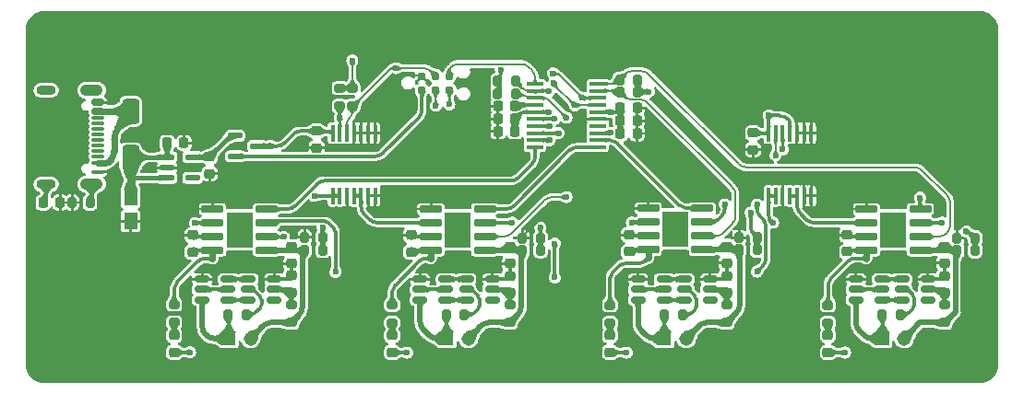
<source format=gbr>
%TF.GenerationSoftware,KiCad,Pcbnew,7.0.2*%
%TF.CreationDate,2023-06-23T11:00:41+02:00*%
%TF.ProjectId,DA_01_0V2_Smart_Battery_Charger,44415f30-315f-4305-9632-5f536d617274,rev?*%
%TF.SameCoordinates,Original*%
%TF.FileFunction,Copper,L1,Top*%
%TF.FilePolarity,Positive*%
%FSLAX46Y46*%
G04 Gerber Fmt 4.6, Leading zero omitted, Abs format (unit mm)*
G04 Created by KiCad (PCBNEW 7.0.2) date 2023-06-23 11:00:41*
%MOMM*%
%LPD*%
G01*
G04 APERTURE LIST*
G04 Aperture macros list*
%AMRoundRect*
0 Rectangle with rounded corners*
0 $1 Rounding radius*
0 $2 $3 $4 $5 $6 $7 $8 $9 X,Y pos of 4 corners*
0 Add a 4 corners polygon primitive as box body*
4,1,4,$2,$3,$4,$5,$6,$7,$8,$9,$2,$3,0*
0 Add four circle primitives for the rounded corners*
1,1,$1+$1,$2,$3*
1,1,$1+$1,$4,$5*
1,1,$1+$1,$6,$7*
1,1,$1+$1,$8,$9*
0 Add four rect primitives between the rounded corners*
20,1,$1+$1,$2,$3,$4,$5,0*
20,1,$1+$1,$4,$5,$6,$7,0*
20,1,$1+$1,$6,$7,$8,$9,0*
20,1,$1+$1,$8,$9,$2,$3,0*%
G04 Aperture macros list end*
%TA.AperFunction,SMDPad,CuDef*%
%ADD10RoundRect,0.102500X-0.677500X-0.102500X0.677500X-0.102500X0.677500X0.102500X-0.677500X0.102500X0*%
%TD*%
%TA.AperFunction,SMDPad,CuDef*%
%ADD11RoundRect,0.145000X-0.550000X-0.145000X0.550000X-0.145000X0.550000X0.145000X-0.550000X0.145000X0*%
%TD*%
%TA.AperFunction,SMDPad,CuDef*%
%ADD12RoundRect,0.147500X-0.512500X-0.147500X0.512500X-0.147500X0.512500X0.147500X-0.512500X0.147500X0*%
%TD*%
%TA.AperFunction,SMDPad,CuDef*%
%ADD13C,0.787000*%
%TD*%
%TA.AperFunction,SMDPad,CuDef*%
%ADD14RoundRect,0.042000X-0.943000X-0.258000X0.943000X-0.258000X0.943000X0.258000X-0.943000X0.258000X0*%
%TD*%
%TA.AperFunction,SMDPad,CuDef*%
%ADD15R,2.413000X3.302000*%
%TD*%
%TA.AperFunction,SMDPad,CuDef*%
%ADD16RoundRect,0.150000X-0.525000X-0.150000X0.525000X-0.150000X0.525000X0.150000X-0.525000X0.150000X0*%
%TD*%
%TA.AperFunction,SMDPad,CuDef*%
%ADD17RoundRect,0.200000X0.275000X-0.200000X0.275000X0.200000X-0.275000X0.200000X-0.275000X-0.200000X0*%
%TD*%
%TA.AperFunction,SMDPad,CuDef*%
%ADD18RoundRect,0.200000X-0.200000X-0.275000X0.200000X-0.275000X0.200000X0.275000X-0.200000X0.275000X0*%
%TD*%
%TA.AperFunction,SMDPad,CuDef*%
%ADD19RoundRect,0.225000X-0.225000X-0.250000X0.225000X-0.250000X0.225000X0.250000X-0.225000X0.250000X0*%
%TD*%
%TA.AperFunction,SMDPad,CuDef*%
%ADD20RoundRect,0.218750X0.256250X-0.218750X0.256250X0.218750X-0.256250X0.218750X-0.256250X-0.218750X0*%
%TD*%
%TA.AperFunction,SMDPad,CuDef*%
%ADD21RoundRect,0.225000X0.250000X-0.225000X0.250000X0.225000X-0.250000X0.225000X-0.250000X-0.225000X0*%
%TD*%
%TA.AperFunction,SMDPad,CuDef*%
%ADD22RoundRect,0.200000X0.200000X0.275000X-0.200000X0.275000X-0.200000X-0.275000X0.200000X-0.275000X0*%
%TD*%
%TA.AperFunction,SMDPad,CuDef*%
%ADD23RoundRect,0.225000X0.225000X0.250000X-0.225000X0.250000X-0.225000X-0.250000X0.225000X-0.250000X0*%
%TD*%
%TA.AperFunction,SMDPad,CuDef*%
%ADD24RoundRect,0.225000X-0.250000X0.225000X-0.250000X-0.225000X0.250000X-0.225000X0.250000X0.225000X0*%
%TD*%
%TA.AperFunction,SMDPad,CuDef*%
%ADD25RoundRect,0.102500X0.102500X-0.647500X0.102500X0.647500X-0.102500X0.647500X-0.102500X-0.647500X0*%
%TD*%
%TA.AperFunction,ComponentPad*%
%ADD26R,1.308000X1.308000*%
%TD*%
%TA.AperFunction,ComponentPad*%
%ADD27C,1.308000*%
%TD*%
%TA.AperFunction,SMDPad,CuDef*%
%ADD28RoundRect,0.294500X0.480500X-0.870500X0.480500X0.870500X-0.480500X0.870500X-0.480500X-0.870500X0*%
%TD*%
%TA.AperFunction,SMDPad,CuDef*%
%ADD29RoundRect,0.150000X-0.420000X0.150000X-0.420000X-0.150000X0.420000X-0.150000X0.420000X0.150000X0*%
%TD*%
%TA.AperFunction,SMDPad,CuDef*%
%ADD30RoundRect,0.075000X-0.495000X0.075000X-0.495000X-0.075000X0.495000X-0.075000X0.495000X0.075000X0*%
%TD*%
%TA.AperFunction,ComponentPad*%
%ADD31O,2.100000X1.050000*%
%TD*%
%TA.AperFunction,ComponentPad*%
%ADD32O,1.800000X0.900000*%
%TD*%
%TA.AperFunction,SMDPad,CuDef*%
%ADD33RoundRect,0.200000X-0.275000X0.200000X-0.275000X-0.200000X0.275000X-0.200000X0.275000X0.200000X0*%
%TD*%
%TA.AperFunction,SMDPad,CuDef*%
%ADD34R,1.295400X1.497552*%
%TD*%
%TA.AperFunction,ViaPad*%
%ADD35C,0.600000*%
%TD*%
%TA.AperFunction,Conductor*%
%ADD36C,0.300000*%
%TD*%
%TA.AperFunction,Conductor*%
%ADD37C,0.200000*%
%TD*%
%TA.AperFunction,Conductor*%
%ADD38C,0.400000*%
%TD*%
%TA.AperFunction,Conductor*%
%ADD39C,0.800000*%
%TD*%
%TA.AperFunction,Conductor*%
%ADD40C,0.600000*%
%TD*%
%TA.AperFunction,Conductor*%
%ADD41C,0.500000*%
%TD*%
G04 APERTURE END LIST*
D10*
%TO.P,U2,1,BOOT0*%
%TO.N,/BOOT0*%
X147120000Y-72075000D03*
%TO.P,U2,2,PF0/OSC_IN*%
%TO.N,/BAT_1_STDBY*%
X147120000Y-72725000D03*
%TO.P,U2,3,PF1/OSC_OUT*%
%TO.N,/BAT_2_STDBY*%
X147120000Y-73375000D03*
%TO.P,U2,4,NRST*%
%TO.N,/NRST*%
X147120000Y-74025000D03*
%TO.P,U2,5,VDDA*%
%TO.N,+3.3V*%
X147120000Y-74675000D03*
%TO.P,U2,6,PA0*%
%TO.N,/BAT_1_V*%
X147120000Y-75325000D03*
%TO.P,U2,7,PA1*%
%TO.N,/BAT_2_V*%
X147120000Y-75975000D03*
%TO.P,U2,8,PA2*%
%TO.N,/BAT_3_V*%
X147120000Y-76625000D03*
%TO.P,U2,9,PA3*%
%TO.N,/BAT_4_V*%
X147120000Y-77275000D03*
%TO.P,U2,10,PA4*%
%TO.N,/BAT_1_CE*%
X147120000Y-77925000D03*
%TO.P,U2,11,PA5*%
%TO.N,/BAT_2_CE*%
X152880000Y-77925000D03*
%TO.P,U2,12,PA6*%
%TO.N,/BAT_3_CE*%
X152880000Y-77275000D03*
%TO.P,U2,13,PA7*%
%TO.N,/BAT_4_CE*%
X152880000Y-76625000D03*
%TO.P,U2,14,PB1*%
%TO.N,unconnected-(U2-PB1-Pad14)*%
X152880000Y-75975000D03*
%TO.P,U2,15,VSS*%
%TO.N,GND*%
X152880000Y-75325000D03*
%TO.P,U2,16,VDD*%
%TO.N,+3.3V*%
X152880000Y-74675000D03*
%TO.P,U2,17,PA9*%
%TO.N,/SCL_TX*%
X152880000Y-74025000D03*
%TO.P,U2,18,PA10*%
%TO.N,/SDA_RX*%
X152880000Y-73375000D03*
%TO.P,U2,19,PA13*%
%TO.N,/BAT_3_STDBY*%
X152880000Y-72725000D03*
%TO.P,U2,20,PA14*%
%TO.N,/BAT_4_STDBY*%
X152880000Y-72075000D03*
%TD*%
D11*
%TO.P,U1,1,VIN*%
%TO.N,VBUS*%
X113354654Y-78838517D03*
%TO.P,U1,2,GND*%
%TO.N,GND*%
X113354654Y-79788517D03*
%TO.P,U1,3,EN*%
%TO.N,VBUS*%
X113354654Y-80738517D03*
%TO.P,U1,4,NC*%
%TO.N,unconnected-(U1-NC-Pad4)*%
X115684654Y-80738517D03*
%TO.P,U1,5,VOUT*%
%TO.N,Net-(U1-VOUT)*%
X115684654Y-78838517D03*
%TD*%
D12*
%TO.P,D2,1*%
%TO.N,Net-(U1-VOUT)*%
X119583000Y-76850000D03*
%TO.P,D2,2*%
%TO.N,/+3.3_PROG*%
X119583000Y-78750000D03*
%TO.P,D2,3*%
%TO.N,+3.3V*%
X121613000Y-77800000D03*
%TD*%
D13*
%TO.P,J2,1,1*%
%TO.N,/+3.3_PROG*%
X136730000Y-72635000D03*
%TO.P,J2,2,2*%
%TO.N,GND*%
X136730000Y-71365000D03*
%TO.P,J2,3,3*%
%TO.N,/SCL_TX*%
X138000000Y-72635000D03*
%TO.P,J2,4,4*%
%TO.N,/SDA_RX*%
X138000000Y-71365000D03*
%TO.P,J2,5,5*%
%TO.N,/NRST*%
X139270000Y-72635000D03*
%TO.P,J2,6,6*%
%TO.N,/BOOT0*%
X139270000Y-71365000D03*
%TD*%
D14*
%TO.P,U6,1,TEMP*%
%TO.N,GND*%
X137557000Y-83595000D03*
%TO.P,U6,2,PROG*%
%TO.N,/BAT_2_PROG*%
X137557000Y-84865000D03*
%TO.P,U6,3,GND*%
%TO.N,GND*%
X137557000Y-86135000D03*
%TO.P,U6,4,VCC*%
%TO.N,VBUS*%
X137557000Y-87405000D03*
%TO.P,U6,5,BAT*%
%TO.N,+BAT_2*%
X142507000Y-87405000D03*
%TO.P,U6,6,~{STDBY}*%
%TO.N,/BAT_2_STDBY*%
X142507000Y-86135000D03*
%TO.P,U6,7,~{CHRG}*%
%TO.N,/BAT_2_CHRG*%
X142507000Y-84865000D03*
%TO.P,U6,8,CE*%
%TO.N,/BAT_2_CE*%
X142507000Y-83595000D03*
D15*
%TO.P,U6,9,EP*%
%TO.N,unconnected-(U6-EP-Pad9)*%
X140032000Y-85500000D03*
%TD*%
D14*
%TO.P,U5,1,TEMP*%
%TO.N,GND*%
X117525000Y-83595000D03*
%TO.P,U5,2,PROG*%
%TO.N,/BAT_1_PROG*%
X117525000Y-84865000D03*
%TO.P,U5,3,GND*%
%TO.N,GND*%
X117525000Y-86135000D03*
%TO.P,U5,4,VCC*%
%TO.N,VBUS*%
X117525000Y-87405000D03*
%TO.P,U5,5,BAT*%
%TO.N,+BAT_1*%
X122475000Y-87405000D03*
%TO.P,U5,6,~{STDBY}*%
%TO.N,/BAT_1_STDBY*%
X122475000Y-86135000D03*
%TO.P,U5,7,~{CHRG}*%
%TO.N,/BAT_1_CHRG*%
X122475000Y-84865000D03*
%TO.P,U5,8,CE*%
%TO.N,/BAT_1_CE*%
X122475000Y-83595000D03*
D15*
%TO.P,U5,9,EP*%
%TO.N,unconnected-(U5-EP-Pad9)*%
X120000000Y-85500000D03*
%TD*%
D14*
%TO.P,U8,1,TEMP*%
%TO.N,GND*%
X177525000Y-83595000D03*
%TO.P,U8,2,PROG*%
%TO.N,/BAT_4_PROG*%
X177525000Y-84865000D03*
%TO.P,U8,3,GND*%
%TO.N,GND*%
X177525000Y-86135000D03*
%TO.P,U8,4,VCC*%
%TO.N,VBUS*%
X177525000Y-87405000D03*
%TO.P,U8,5,BAT*%
%TO.N,+BAT_4*%
X182475000Y-87405000D03*
%TO.P,U8,6,~{STDBY}*%
%TO.N,/BAT_4_STDBY*%
X182475000Y-86135000D03*
%TO.P,U8,7,~{CHRG}*%
%TO.N,/BAT_4_CHRG*%
X182475000Y-84865000D03*
%TO.P,U8,8,CE*%
%TO.N,/BAT_4_CE*%
X182475000Y-83595000D03*
D15*
%TO.P,U8,9,EP*%
%TO.N,unconnected-(U8-EP-Pad9)*%
X180000000Y-85500000D03*
%TD*%
D14*
%TO.P,U7,1,TEMP*%
%TO.N,GND*%
X157525000Y-83545000D03*
%TO.P,U7,2,PROG*%
%TO.N,/BAT_3_PROG*%
X157525000Y-84815000D03*
%TO.P,U7,3,GND*%
%TO.N,GND*%
X157525000Y-86085000D03*
%TO.P,U7,4,VCC*%
%TO.N,VBUS*%
X157525000Y-87355000D03*
%TO.P,U7,5,BAT*%
%TO.N,+BAT_3*%
X162475000Y-87355000D03*
%TO.P,U7,6,~{STDBY}*%
%TO.N,/BAT_3_STDBY*%
X162475000Y-86085000D03*
%TO.P,U7,7,~{CHRG}*%
%TO.N,/BAT_3_CHRG*%
X162475000Y-84815000D03*
%TO.P,U7,8,CE*%
%TO.N,/BAT_3_CE*%
X162475000Y-83545000D03*
D15*
%TO.P,U7,9,EP*%
%TO.N,unconnected-(U7-EP-Pad9)*%
X160000000Y-85450000D03*
%TD*%
D16*
%TO.P,U9,1,DO*%
%TO.N,Net-(Q1-G1)*%
X120825000Y-90050000D03*
%TO.P,U9,2,VM*%
%TO.N,Net-(U9-VM)*%
X120825000Y-91000000D03*
%TO.P,U9,3,CO*%
%TO.N,Net-(Q1-G2)*%
X120825000Y-91950000D03*
%TO.P,U9,4,NC*%
%TO.N,unconnected-(U9-NC-Pad4)*%
X123195000Y-91950000D03*
%TO.P,U9,5,VDD*%
%TO.N,Net-(U9-VDD)*%
X123195000Y-91000000D03*
%TO.P,U9,6,VSS*%
%TO.N,GND*%
X123195000Y-90050000D03*
%TD*%
%TO.P,U11,1,DO*%
%TO.N,Net-(Q3-G1)*%
X160815000Y-90050000D03*
%TO.P,U11,2,VM*%
%TO.N,Net-(U11-VM)*%
X160815000Y-91000000D03*
%TO.P,U11,3,CO*%
%TO.N,Net-(Q3-G2)*%
X160815000Y-91950000D03*
%TO.P,U11,4,NC*%
%TO.N,unconnected-(U11-NC-Pad4)*%
X163185000Y-91950000D03*
%TO.P,U11,5,VDD*%
%TO.N,Net-(U11-VDD)*%
X163185000Y-91000000D03*
%TO.P,U11,6,VSS*%
%TO.N,GND*%
X163185000Y-90050000D03*
%TD*%
%TO.P,U12,1,DO*%
%TO.N,Net-(Q4-G1)*%
X180815000Y-90050000D03*
%TO.P,U12,2,VM*%
%TO.N,Net-(U12-VM)*%
X180815000Y-91000000D03*
%TO.P,U12,3,CO*%
%TO.N,Net-(Q4-G2)*%
X180815000Y-91950000D03*
%TO.P,U12,4,NC*%
%TO.N,unconnected-(U12-NC-Pad4)*%
X183185000Y-91950000D03*
%TO.P,U12,5,VDD*%
%TO.N,Net-(U12-VDD)*%
X183185000Y-91000000D03*
%TO.P,U12,6,VSS*%
%TO.N,GND*%
X183185000Y-90050000D03*
%TD*%
%TO.P,Q3,1,S1*%
%TO.N,GND*%
X156565000Y-90050000D03*
%TO.P,Q3,2,D1/D2*%
%TO.N,unconnected-(Q3-D1{slash}D2-Pad2)*%
X156565000Y-91000000D03*
%TO.P,Q3,3,S2*%
%TO.N,Net-(Q3-S2)*%
X156565000Y-91950000D03*
%TO.P,Q3,4,G2*%
%TO.N,Net-(Q3-G2)*%
X158935000Y-91950000D03*
%TO.P,Q3,5,SD/D2*%
%TO.N,unconnected-(Q3-D1{slash}D2-Pad2)*%
X158935000Y-91000000D03*
%TO.P,Q3,6,G1*%
%TO.N,Net-(Q3-G1)*%
X158935000Y-90050000D03*
%TD*%
%TO.P,Q4,1,S1*%
%TO.N,GND*%
X176565000Y-90050000D03*
%TO.P,Q4,2,D1/D2*%
%TO.N,unconnected-(Q4-D1{slash}D2-Pad2)*%
X176565000Y-91000000D03*
%TO.P,Q4,3,S2*%
%TO.N,Net-(Q4-S2)*%
X176565000Y-91950000D03*
%TO.P,Q4,4,G2*%
%TO.N,Net-(Q4-G2)*%
X178935000Y-91950000D03*
%TO.P,Q4,5,SD/D2*%
%TO.N,unconnected-(Q4-D1{slash}D2-Pad2)*%
X178935000Y-91000000D03*
%TO.P,Q4,6,G1*%
%TO.N,Net-(Q4-G1)*%
X178935000Y-90050000D03*
%TD*%
%TO.P,Q2,1,S1*%
%TO.N,GND*%
X136565000Y-90050000D03*
%TO.P,Q2,2,D1/D2*%
%TO.N,unconnected-(Q2-D1{slash}D2-Pad2)*%
X136565000Y-91000000D03*
%TO.P,Q2,3,S2*%
%TO.N,Net-(Q2-S2)*%
X136565000Y-91950000D03*
%TO.P,Q2,4,G2*%
%TO.N,Net-(Q2-G2)*%
X138935000Y-91950000D03*
%TO.P,Q2,5,SD/D2*%
%TO.N,unconnected-(Q2-D1{slash}D2-Pad2)*%
X138935000Y-91000000D03*
%TO.P,Q2,6,G1*%
%TO.N,Net-(Q2-G1)*%
X138935000Y-90050000D03*
%TD*%
%TO.P,Q1,1,S1*%
%TO.N,GND*%
X116575000Y-90050000D03*
%TO.P,Q1,2,D1/D2*%
%TO.N,unconnected-(Q1-D1{slash}D2-Pad2)*%
X116575000Y-91000000D03*
%TO.P,Q1,3,S2*%
%TO.N,Net-(Q1-S2)*%
X116575000Y-91950000D03*
%TO.P,Q1,4,G2*%
%TO.N,Net-(Q1-G2)*%
X118945000Y-91950000D03*
%TO.P,Q1,5,SD/D2*%
%TO.N,unconnected-(Q1-D1{slash}D2-Pad2)*%
X118945000Y-91000000D03*
%TO.P,Q1,6,G1*%
%TO.N,Net-(Q1-G1)*%
X118945000Y-90050000D03*
%TD*%
%TO.P,U10,1,DO*%
%TO.N,Net-(Q2-G1)*%
X140815000Y-90050000D03*
%TO.P,U10,2,VM*%
%TO.N,Net-(U10-VM)*%
X140815000Y-91000000D03*
%TO.P,U10,3,CO*%
%TO.N,Net-(Q2-G2)*%
X140815000Y-91950000D03*
%TO.P,U10,4,NC*%
%TO.N,unconnected-(U10-NC-Pad4)*%
X143185000Y-91950000D03*
%TO.P,U10,5,VDD*%
%TO.N,Net-(U10-VDD)*%
X143185000Y-91000000D03*
%TO.P,U10,6,VSS*%
%TO.N,GND*%
X143185000Y-90050000D03*
%TD*%
D17*
%TO.P,R27,1*%
%TO.N,/SCL_TX*%
X129200000Y-74125000D03*
%TO.P,R27,2*%
%TO.N,+3.3V*%
X129200000Y-72475000D03*
%TD*%
D18*
%TO.P,R11,1*%
%TO.N,GND*%
X125975000Y-86200000D03*
%TO.P,R11,2*%
%TO.N,/BAT_1_V*%
X127625000Y-86200000D03*
%TD*%
D17*
%TO.P,R19,1*%
%TO.N,+BAT_2*%
X144800000Y-94050000D03*
%TO.P,R19,2*%
%TO.N,Net-(U10-VDD)*%
X144800000Y-92400000D03*
%TD*%
D19*
%TO.P,C8,1*%
%TO.N,Net-(C8-Pad1)*%
X101975000Y-83000000D03*
%TO.P,C8,2*%
%TO.N,GND*%
X103525000Y-83000000D03*
%TD*%
D18*
%TO.P,R1,1*%
%TO.N,+3.3V*%
X143675000Y-71850000D03*
%TO.P,R1,2*%
%TO.N,/BAT_1_STDBY*%
X145325000Y-71850000D03*
%TD*%
D19*
%TO.P,C3,1*%
%TO.N,+3.3V*%
X154950000Y-74300000D03*
%TO.P,C3,2*%
%TO.N,GND*%
X156500000Y-74300000D03*
%TD*%
D20*
%TO.P,D5,1,K*%
%TO.N,/BAT_4_CHRG*%
X174000000Y-96787500D03*
%TO.P,D5,2,A*%
%TO.N,Net-(D5-A)*%
X174000000Y-95212500D03*
%TD*%
D21*
%TO.P,C16,1*%
%TO.N,VBUS*%
X175750000Y-87525000D03*
%TO.P,C16,2*%
%TO.N,GND*%
X175750000Y-85975000D03*
%TD*%
D22*
%TO.P,R24,1*%
%TO.N,Net-(U11-VM)*%
X160625000Y-93300000D03*
%TO.P,R24,2*%
%TO.N,Net-(Q3-S2)*%
X158975000Y-93300000D03*
%TD*%
D21*
%TO.P,C14,1*%
%TO.N,VBUS*%
X135750000Y-87545000D03*
%TO.P,C14,2*%
%TO.N,GND*%
X135750000Y-85995000D03*
%TD*%
D23*
%TO.P,C6,1*%
%TO.N,+3.3V*%
X145275000Y-75300000D03*
%TO.P,C6,2*%
%TO.N,GND*%
X143725000Y-75300000D03*
%TD*%
D24*
%TO.P,C18,1*%
%TO.N,+BAT_2*%
X144800000Y-87075000D03*
%TO.P,C18,2*%
%TO.N,GND*%
X144800000Y-88625000D03*
%TD*%
D22*
%TO.P,R5,1*%
%TO.N,+3.3V*%
X156550000Y-71700000D03*
%TO.P,R5,2*%
%TO.N,/BAT_4_STDBY*%
X154900000Y-71700000D03*
%TD*%
D24*
%TO.P,C7,1*%
%TO.N,Net-(U1-VOUT)*%
X117250000Y-78800000D03*
%TO.P,C7,2*%
%TO.N,GND*%
X117250000Y-80350000D03*
%TD*%
D19*
%TO.P,C1,1*%
%TO.N,+3.3V*%
X154950000Y-76650000D03*
%TO.P,C1,2*%
%TO.N,GND*%
X156500000Y-76650000D03*
%TD*%
D24*
%TO.P,C11,1*%
%TO.N,+3.3V*%
X127075000Y-76425000D03*
%TO.P,C11,2*%
%TO.N,GND*%
X127075000Y-77975000D03*
%TD*%
D25*
%TO.P,U4,1,HA*%
%TO.N,/BAT_3_PROG*%
X168550000Y-82385000D03*
%TO.P,U4,2,WA*%
X169200000Y-82385000D03*
%TO.P,U4,3,LA*%
%TO.N,GND*%
X169850000Y-82385000D03*
%TO.P,U4,4,HB*%
%TO.N,/BAT_4_PROG*%
X170500000Y-82385000D03*
%TO.P,U4,5,WB*%
X171150000Y-82385000D03*
%TO.P,U4,6,LB*%
%TO.N,GND*%
X171800000Y-82385000D03*
%TO.P,U4,7,I.C.*%
X172450000Y-82385000D03*
%TO.P,U4,8,GND*%
X172450000Y-76615000D03*
%TO.P,U4,9,A2*%
X171800000Y-76615000D03*
%TO.P,U4,10,A1*%
X171150000Y-76615000D03*
%TO.P,U4,11,A0*%
%TO.N,+3.3V*%
X170500000Y-76615000D03*
%TO.P,U4,12,SDA*%
%TO.N,/SDA_RX*%
X169850000Y-76615000D03*
%TO.P,U4,13,SCL*%
%TO.N,/SCL_TX*%
X169200000Y-76615000D03*
%TO.P,U4,14,VDD*%
%TO.N,+3.3V*%
X168550000Y-76615000D03*
%TD*%
D22*
%TO.P,R22,1*%
%TO.N,Net-(U9-VM)*%
X120600000Y-93300000D03*
%TO.P,R22,2*%
%TO.N,Net-(Q1-S2)*%
X118950000Y-93300000D03*
%TD*%
D19*
%TO.P,C4,1*%
%TO.N,VBUS*%
X113350000Y-77525000D03*
%TO.P,C4,2*%
%TO.N,GND*%
X114900000Y-77525000D03*
%TD*%
D20*
%TO.P,D3,1,K*%
%TO.N,/BAT_1_CHRG*%
X114000000Y-96787500D03*
%TO.P,D3,2,A*%
%TO.N,Net-(D3-A)*%
X114000000Y-95212500D03*
%TD*%
D24*
%TO.P,C23,1*%
%TO.N,GND*%
X164700000Y-89745000D03*
%TO.P,C23,2*%
%TO.N,Net-(U11-VDD)*%
X164700000Y-91295000D03*
%TD*%
%TO.P,C21,1*%
%TO.N,GND*%
X124750000Y-89725000D03*
%TO.P,C21,2*%
%TO.N,Net-(U9-VDD)*%
X124750000Y-91275000D03*
%TD*%
D17*
%TO.P,R26,1*%
%TO.N,/SDA_RX*%
X130350000Y-74125000D03*
%TO.P,R26,2*%
%TO.N,+3.3V*%
X130350000Y-72475000D03*
%TD*%
%TO.P,R20,1*%
%TO.N,+BAT_3*%
X164700000Y-94050000D03*
%TO.P,R20,2*%
%TO.N,Net-(U11-VDD)*%
X164700000Y-92400000D03*
%TD*%
D20*
%TO.P,D4,1,K*%
%TO.N,/BAT_2_CHRG*%
X134000000Y-96787500D03*
%TO.P,D4,2,A*%
%TO.N,Net-(D4-A)*%
X134000000Y-95212500D03*
%TD*%
D23*
%TO.P,C5,1*%
%TO.N,+3.3V*%
X145275000Y-76475000D03*
%TO.P,C5,2*%
%TO.N,GND*%
X143725000Y-76475000D03*
%TD*%
D22*
%TO.P,R3,1*%
%TO.N,Net-(C8-Pad1)*%
X106275000Y-83000000D03*
%TO.P,R3,2*%
%TO.N,GND*%
X104625000Y-83000000D03*
%TD*%
D24*
%TO.P,C20,1*%
%TO.N,+BAT_4*%
X184700000Y-87025000D03*
%TO.P,C20,2*%
%TO.N,GND*%
X184700000Y-88575000D03*
%TD*%
D26*
%TO.P,J6,1,1*%
%TO.N,Net-(Q4-S2)*%
X179000000Y-95500000D03*
D27*
%TO.P,J6,2,2*%
%TO.N,+BAT_4*%
X181000000Y-95500000D03*
%TD*%
D18*
%TO.P,R15,1*%
%TO.N,GND*%
X165850000Y-86225000D03*
%TO.P,R15,2*%
%TO.N,/BAT_3_V*%
X167500000Y-86225000D03*
%TD*%
D24*
%TO.P,C12,1*%
%TO.N,+3.3V*%
X167125000Y-76600000D03*
%TO.P,C12,2*%
%TO.N,GND*%
X167125000Y-78150000D03*
%TD*%
D22*
%TO.P,R23,1*%
%TO.N,Net-(U10-VM)*%
X140600000Y-93300000D03*
%TO.P,R23,2*%
%TO.N,Net-(Q2-S2)*%
X138950000Y-93300000D03*
%TD*%
D20*
%TO.P,D6,1,K*%
%TO.N,/BAT_3_CHRG*%
X154000000Y-96787500D03*
%TO.P,D6,2,A*%
%TO.N,Net-(D6-A)*%
X154000000Y-95212500D03*
%TD*%
D28*
%TO.P,D1,1,K*%
%TO.N,VBUS*%
X110000000Y-78885000D03*
%TO.P,D1,2,A*%
%TO.N,Net-(D1-A)*%
X110000000Y-74615000D03*
%TD*%
D24*
%TO.P,C19,1*%
%TO.N,+BAT_3*%
X164700000Y-87025000D03*
%TO.P,C19,2*%
%TO.N,GND*%
X164700000Y-88575000D03*
%TD*%
D18*
%TO.P,R16,1*%
%TO.N,+BAT_4*%
X185850000Y-87425000D03*
%TO.P,R16,2*%
%TO.N,/BAT_4_V*%
X187500000Y-87425000D03*
%TD*%
D29*
%TO.P,J1,A1_B12,GND*%
%TO.N,GND*%
X107000000Y-73800000D03*
%TO.P,J1,A4_B9,VBUS*%
%TO.N,Net-(D1-A)*%
X107000000Y-74600000D03*
D30*
%TO.P,J1,A5,CC1_A*%
%TO.N,unconnected-(J1-CC1_A-PadA5)*%
X107000000Y-75750000D03*
%TO.P,J1,A6,D+_A*%
%TO.N,unconnected-(J1-D+_A-PadA6)*%
X107000000Y-76750000D03*
%TO.P,J1,A7,D-_A*%
%TO.N,unconnected-(J1-D-_A-PadA7)*%
X107000000Y-77250000D03*
%TO.P,J1,A8,SBU1*%
%TO.N,unconnected-(J1-SBU1-PadA8)*%
X107000000Y-78250000D03*
%TO.P,J1,B1_A12,GND*%
%TO.N,GND*%
X107000000Y-80200000D03*
%TO.P,J1,B4_A9,VBUS*%
%TO.N,Net-(D1-A)*%
X107000000Y-79400000D03*
%TO.P,J1,B5,CC1_B*%
%TO.N,unconnected-(J1-CC1_B-PadB5)*%
X107000000Y-78750000D03*
%TO.P,J1,B6,D+_B*%
%TO.N,unconnected-(J1-D+_B-PadB6)*%
X107000000Y-77750000D03*
%TO.P,J1,B7,D-_B*%
%TO.N,unconnected-(J1-D-_B-PadB7)*%
X107000000Y-76250000D03*
%TO.P,J1,B8,SBU2*%
%TO.N,unconnected-(J1-SBU2-PadB8)*%
X107000000Y-75250000D03*
D31*
%TO.P,J1,SH1,SHIELD*%
%TO.N,Net-(C8-Pad1)*%
X106430000Y-72680000D03*
%TO.P,J1,SH2,SHIELD*%
X106430000Y-81320000D03*
D32*
%TO.P,J1,SH3,SHIELD*%
X102250000Y-72680000D03*
%TO.P,J1,SH4,SHIELD*%
X102250000Y-81320000D03*
%TD*%
D22*
%TO.P,R25,1*%
%TO.N,Net-(U12-VM)*%
X180625000Y-93300000D03*
%TO.P,R25,2*%
%TO.N,Net-(Q4-S2)*%
X178975000Y-93300000D03*
%TD*%
D18*
%TO.P,R17,1*%
%TO.N,GND*%
X185850000Y-86300000D03*
%TO.P,R17,2*%
%TO.N,/BAT_4_V*%
X187500000Y-86300000D03*
%TD*%
D17*
%TO.P,R21,1*%
%TO.N,+BAT_4*%
X184700000Y-94050000D03*
%TO.P,R21,2*%
%TO.N,Net-(U12-VDD)*%
X184700000Y-92400000D03*
%TD*%
D24*
%TO.P,C17,1*%
%TO.N,+BAT_1*%
X124750000Y-87075000D03*
%TO.P,C17,2*%
%TO.N,GND*%
X124750000Y-88625000D03*
%TD*%
D33*
%TO.P,R9,1*%
%TO.N,VBUS*%
X154000000Y-92450000D03*
%TO.P,R9,2*%
%TO.N,Net-(D6-A)*%
X154000000Y-94100000D03*
%TD*%
D18*
%TO.P,R10,1*%
%TO.N,+BAT_1*%
X125976453Y-87393054D03*
%TO.P,R10,2*%
%TO.N,/BAT_1_V*%
X127626453Y-87393054D03*
%TD*%
D24*
%TO.P,C22,1*%
%TO.N,GND*%
X144800000Y-89745000D03*
%TO.P,C22,2*%
%TO.N,Net-(U10-VDD)*%
X144800000Y-91295000D03*
%TD*%
D33*
%TO.P,R6,1*%
%TO.N,VBUS*%
X114000000Y-92375000D03*
%TO.P,R6,2*%
%TO.N,Net-(D3-A)*%
X114000000Y-94025000D03*
%TD*%
D26*
%TO.P,J4,1,1*%
%TO.N,Net-(Q2-S2)*%
X139000000Y-95500000D03*
D27*
%TO.P,J4,2,2*%
%TO.N,+BAT_2*%
X141000000Y-95500000D03*
%TD*%
D26*
%TO.P,J3,1,1*%
%TO.N,Net-(Q1-S2)*%
X119000000Y-95500000D03*
D27*
%TO.P,J3,2,2*%
%TO.N,+BAT_1*%
X121000000Y-95500000D03*
%TD*%
D19*
%TO.P,C10,1*%
%TO.N,GND*%
X143725000Y-74125000D03*
%TO.P,C10,2*%
%TO.N,/NRST*%
X145275000Y-74125000D03*
%TD*%
D22*
%TO.P,R4,1*%
%TO.N,+3.3V*%
X156550000Y-72825000D03*
%TO.P,R4,2*%
%TO.N,/BAT_3_STDBY*%
X154900000Y-72825000D03*
%TD*%
D25*
%TO.P,U3,1,HA*%
%TO.N,/BAT_1_PROG*%
X128550000Y-82385000D03*
%TO.P,U3,2,WA*%
X129200000Y-82385000D03*
%TO.P,U3,3,LA*%
%TO.N,GND*%
X129850000Y-82385000D03*
%TO.P,U3,4,HB*%
%TO.N,/BAT_2_PROG*%
X130500000Y-82385000D03*
%TO.P,U3,5,WB*%
X131150000Y-82385000D03*
%TO.P,U3,6,LB*%
%TO.N,GND*%
X131800000Y-82385000D03*
%TO.P,U3,7,I.C.*%
X132450000Y-82385000D03*
%TO.P,U3,8,GND*%
X132450000Y-76615000D03*
%TO.P,U3,9,A2*%
X131800000Y-76615000D03*
%TO.P,U3,10,A1*%
X131150000Y-76615000D03*
%TO.P,U3,11,A0*%
X130500000Y-76615000D03*
%TO.P,U3,12,SDA*%
%TO.N,/SDA_RX*%
X129850000Y-76615000D03*
%TO.P,U3,13,SCL*%
%TO.N,/SCL_TX*%
X129200000Y-76615000D03*
%TO.P,U3,14,VDD*%
%TO.N,+3.3V*%
X128550000Y-76615000D03*
%TD*%
D17*
%TO.P,R18,1*%
%TO.N,+BAT_1*%
X124750000Y-94050000D03*
%TO.P,R18,2*%
%TO.N,Net-(U9-VDD)*%
X124750000Y-92400000D03*
%TD*%
D24*
%TO.P,C24,1*%
%TO.N,GND*%
X184700000Y-89745000D03*
%TO.P,C24,2*%
%TO.N,Net-(U12-VDD)*%
X184700000Y-91295000D03*
%TD*%
D18*
%TO.P,R13,1*%
%TO.N,GND*%
X145975000Y-86275000D03*
%TO.P,R13,2*%
%TO.N,/BAT_2_V*%
X147625000Y-86275000D03*
%TD*%
D21*
%TO.P,C15,1*%
%TO.N,VBUS*%
X155750000Y-87525000D03*
%TO.P,C15,2*%
%TO.N,GND*%
X155750000Y-85975000D03*
%TD*%
D18*
%TO.P,R2,1*%
%TO.N,+3.3V*%
X143675000Y-72975000D03*
%TO.P,R2,2*%
%TO.N,/BAT_2_STDBY*%
X145325000Y-72975000D03*
%TD*%
D33*
%TO.P,R8,1*%
%TO.N,VBUS*%
X174000000Y-92450000D03*
%TO.P,R8,2*%
%TO.N,Net-(D5-A)*%
X174000000Y-94100000D03*
%TD*%
D18*
%TO.P,R14,1*%
%TO.N,+BAT_3*%
X165850000Y-87350000D03*
%TO.P,R14,2*%
%TO.N,/BAT_3_V*%
X167500000Y-87350000D03*
%TD*%
D33*
%TO.P,R7,1*%
%TO.N,VBUS*%
X134000000Y-92425000D03*
%TO.P,R7,2*%
%TO.N,Net-(D4-A)*%
X134000000Y-94075000D03*
%TD*%
D26*
%TO.P,J5,1,1*%
%TO.N,Net-(Q3-S2)*%
X159000000Y-95500000D03*
D27*
%TO.P,J5,2,2*%
%TO.N,+BAT_3*%
X161000000Y-95500000D03*
%TD*%
D19*
%TO.P,C2,1*%
%TO.N,+3.3V*%
X154950000Y-75475000D03*
%TO.P,C2,2*%
%TO.N,GND*%
X156500000Y-75475000D03*
%TD*%
D18*
%TO.P,R12,1*%
%TO.N,+BAT_2*%
X145975000Y-87400000D03*
%TO.P,R12,2*%
%TO.N,/BAT_2_V*%
X147625000Y-87400000D03*
%TD*%
D34*
%TO.P,C9,1*%
%TO.N,GND*%
X110000000Y-84710848D03*
%TO.P,C9,2*%
%TO.N,VBUS*%
X110000000Y-82500000D03*
%TD*%
D21*
%TO.P,C13,1*%
%TO.N,VBUS*%
X115675000Y-87550000D03*
%TO.P,C13,2*%
%TO.N,GND*%
X115675000Y-86000000D03*
%TD*%
D35*
%TO.N,+3.3V*%
X130350000Y-69949000D03*
X122875000Y-77800000D03*
X168550000Y-75000000D03*
X154075000Y-74675000D03*
X143975000Y-70788000D03*
X157550000Y-72800000D03*
X148375000Y-74675000D03*
%TO.N,GND*%
X182500000Y-67500000D03*
X107500000Y-87500000D03*
X152500000Y-92500000D03*
X107500000Y-67500000D03*
X187500000Y-77500000D03*
X177500000Y-77500000D03*
X112500000Y-82500000D03*
X112500000Y-72500000D03*
X157500000Y-82500000D03*
X167500000Y-97500000D03*
X161650000Y-80475000D03*
X182500000Y-72500000D03*
X162500000Y-77500000D03*
X117500000Y-82500000D03*
X172500000Y-72500000D03*
X147500000Y-67500000D03*
X117500000Y-67500000D03*
X112500000Y-97500000D03*
X187500000Y-82500000D03*
X152500000Y-67500000D03*
X177500000Y-72500000D03*
X142500000Y-67500000D03*
X122500000Y-67500000D03*
X152500000Y-82500000D03*
X137500000Y-82500000D03*
X122500000Y-97500000D03*
X107500000Y-92500000D03*
X147500000Y-92500000D03*
X124950000Y-85525000D03*
X107500000Y-82500000D03*
X147675000Y-82225000D03*
X127500000Y-67500000D03*
X162500000Y-97500000D03*
X142500000Y-97500000D03*
X167500000Y-67500000D03*
X132500000Y-97500000D03*
X152500000Y-97500000D03*
X127500000Y-92500000D03*
X187500000Y-72500000D03*
X102500000Y-87500000D03*
X112500000Y-67500000D03*
X132500000Y-92500000D03*
X134200000Y-75325000D03*
X102500000Y-92500000D03*
X172500000Y-97500000D03*
X147725000Y-84400000D03*
X167500000Y-92500000D03*
X125650000Y-77725000D03*
X142500000Y-77500000D03*
X137500000Y-77500000D03*
X134200000Y-72200000D03*
X177500000Y-97500000D03*
X187500000Y-92500000D03*
X177500000Y-67500000D03*
X112500000Y-92500000D03*
X117500000Y-77500000D03*
X147500000Y-97500000D03*
X117500000Y-97500000D03*
X137500000Y-97500000D03*
X127500000Y-97500000D03*
X182500000Y-97500000D03*
X162500000Y-72500000D03*
X182500000Y-77500000D03*
X127500000Y-72500000D03*
X137500000Y-67500000D03*
X122500000Y-72500000D03*
X117500000Y-72500000D03*
X107500000Y-97500000D03*
X167500000Y-72500000D03*
X172500000Y-67500000D03*
X162500000Y-67500000D03*
X142500000Y-82500000D03*
X172500000Y-92500000D03*
X158775000Y-76125000D03*
X157500000Y-67500000D03*
X132500000Y-67500000D03*
X151175000Y-76275000D03*
X157500000Y-97500000D03*
%TO.N,VBUS*%
X157525000Y-88075000D03*
X117525000Y-88150000D03*
X177525000Y-88125000D03*
X137550000Y-88125000D03*
X110000000Y-80750000D03*
%TO.N,/NRST*%
X139250000Y-73975000D03*
X145925000Y-74025000D03*
%TO.N,/BAT_1_CHRG*%
X128800000Y-89375000D03*
X115450000Y-96775000D03*
%TO.N,/BAT_2_CHRG*%
X148925000Y-86775000D03*
X135375000Y-96800000D03*
X145020148Y-84845148D03*
X148925000Y-89900000D03*
%TO.N,/BAT_4_CHRG*%
X175575000Y-96800000D03*
X184475000Y-84850000D03*
%TO.N,/BAT_3_CHRG*%
X167500000Y-89350000D03*
X167487000Y-83162000D03*
X164525000Y-83175000D03*
X155525000Y-96800000D03*
%TO.N,/SCL_TX*%
X169200000Y-78650000D03*
X148848500Y-72000000D03*
X129200000Y-75175000D03*
X138000000Y-74100000D03*
X150775000Y-74050000D03*
%TO.N,/SDA_RX*%
X169850000Y-78125000D03*
X148750000Y-71125000D03*
X134375000Y-70650000D03*
X151475000Y-73375000D03*
%TO.N,/BAT_1_STDBY*%
X124075000Y-86150000D03*
X148425000Y-72750000D03*
%TO.N,/BAT_2_STDBY*%
X150000000Y-82500000D03*
X150000000Y-75200000D03*
%TO.N,/BAT_1_V*%
X148925000Y-75300000D03*
X127625000Y-85300000D03*
%TO.N,/BAT_2_V*%
X147600000Y-85275000D03*
X148464597Y-75974454D03*
%TO.N,/BAT_3_V*%
X149300000Y-76623238D03*
X166910000Y-83940000D03*
%TO.N,/BAT_4_V*%
X186700000Y-85650000D03*
X148450000Y-77275000D03*
%TO.N,/BAT_4_CE*%
X182450000Y-82550000D03*
X154073500Y-76600000D03*
%TO.N,/BAT_1_PROG*%
X115900000Y-84875000D03*
X126850000Y-82400000D03*
%TO.N,/BAT_3_PROG*%
X156000000Y-84825000D03*
X168975000Y-84850000D03*
%TD*%
D36*
%TO.N,/BAT_1_CHRG*%
X128799995Y-85732107D02*
G75*
G03*
X128653554Y-85378554I-499995J7D01*
G01*
X128144450Y-84869444D02*
G75*
G03*
X127790893Y-84723000I-353550J-353556D01*
G01*
%TO.N,/BAT_3_PROG*%
X168550005Y-84217893D02*
G75*
G03*
X168696447Y-84571447I499995J-7D01*
G01*
%TO.N,+3.3V*%
X145284935Y-75300000D02*
X145275000Y-75300000D01*
X157550000Y-72800000D02*
X156575000Y-72800000D01*
X170500000Y-76615000D02*
X170500000Y-75581066D01*
X145763488Y-74821447D02*
X145284935Y-75300000D01*
X154575000Y-74675000D02*
X154950000Y-74300000D01*
D37*
X143975000Y-70788000D02*
X143990000Y-70803000D01*
D36*
X127100000Y-76450000D02*
X127075000Y-76425000D01*
X156550000Y-72825000D02*
X156550000Y-71700000D01*
X123435786Y-77800000D02*
X122875000Y-77800000D01*
X128385000Y-76450000D02*
X127100000Y-76450000D01*
D37*
X143990000Y-72075000D02*
X143990000Y-72975000D01*
D38*
X121613000Y-77800000D02*
X122875000Y-77800000D01*
D36*
X147120000Y-74675000D02*
X148375000Y-74675000D01*
X154891273Y-74675000D02*
X154892357Y-74673916D01*
X127075000Y-76425000D02*
X125639214Y-76425000D01*
D37*
X130350000Y-72475000D02*
X129200000Y-72475000D01*
D36*
X156575000Y-72800000D02*
X156550000Y-72825000D01*
X154950000Y-74300000D02*
X154950000Y-76650000D01*
X167125000Y-76600000D02*
X167140000Y-76615000D01*
X154075000Y-74675000D02*
X154575000Y-74675000D01*
X167140000Y-76615000D02*
X168550000Y-76615000D01*
X169459315Y-75000000D02*
X168550000Y-75000000D01*
D37*
X143990000Y-70803000D02*
X143990000Y-72075000D01*
X130350000Y-72475000D02*
X130350000Y-69949000D01*
D36*
X145275000Y-75300000D02*
X145275000Y-76450000D01*
X168550000Y-76615000D02*
X168550000Y-75000000D01*
X124932107Y-76717893D02*
X124142893Y-77507107D01*
X128550000Y-76615000D02*
X128385000Y-76450000D01*
X154075000Y-74675000D02*
X152880000Y-74675000D01*
X147120000Y-74675000D02*
X146117042Y-74675000D01*
X125639214Y-76425010D02*
G75*
G03*
X124932107Y-76717893I-14J-999990D01*
G01*
X146117042Y-74675030D02*
G75*
G03*
X145763488Y-74821447I-42J-499970D01*
G01*
X123435786Y-77799990D02*
G75*
G03*
X124142893Y-77507107I14J999990D01*
G01*
X170500014Y-75581066D02*
G75*
G03*
X170425000Y-75400000I-256114J-34D01*
G01*
X170424996Y-75400004D02*
G75*
G03*
X169459315Y-75000000I-965696J-965696D01*
G01*
%TO.N,GND*%
X164700000Y-88310000D02*
X164700000Y-90040000D01*
X184700000Y-90040000D02*
X184700000Y-88360000D01*
X144800000Y-88360000D02*
X144800000Y-90040000D01*
X117525000Y-86135000D02*
X116171884Y-86135000D01*
X157525000Y-86085000D02*
X156196629Y-86085000D01*
D37*
X147725000Y-84400000D02*
X145975000Y-86150000D01*
X136730000Y-71365000D02*
X136642500Y-71277500D01*
D36*
X143175000Y-90050000D02*
X144790000Y-90050000D01*
X124720000Y-90050000D02*
X124750000Y-90020000D01*
X137557000Y-86135000D02*
X136124203Y-86135000D01*
X183175000Y-90050000D02*
X184690000Y-90050000D01*
X177525000Y-86135000D02*
X176125918Y-86135000D01*
X164700000Y-90040000D02*
X163185000Y-90040000D01*
X124750000Y-88375800D02*
X124750000Y-90020000D01*
X184690000Y-90050000D02*
X184700000Y-90040000D01*
D37*
X145975000Y-86150000D02*
X145975000Y-86275000D01*
X136642500Y-71277500D02*
X135122500Y-71277500D01*
D36*
X144790000Y-90050000D02*
X144800000Y-90040000D01*
X123185000Y-90050000D02*
X124720000Y-90050000D01*
X163185000Y-90040000D02*
X163175000Y-90050000D01*
X136124203Y-86135002D02*
G75*
G03*
X135750001Y-86290001I-3J-529198D01*
G01*
X156196629Y-86085013D02*
G75*
G03*
X155750001Y-86270001I-29J-631587D01*
G01*
X176125918Y-86135008D02*
G75*
G03*
X175800000Y-86270000I-18J-460892D01*
G01*
D37*
X135122500Y-71277500D02*
G75*
G03*
X134200000Y-72200000I0J-922500D01*
G01*
D36*
X116171884Y-86134976D02*
G75*
G03*
X115786055Y-86294816I16J-545624D01*
G01*
D38*
%TO.N,VBUS*%
X113354654Y-77591347D02*
X113357435Y-77588566D01*
D36*
X114292893Y-90307107D02*
X116157107Y-88442893D01*
X174000000Y-92450000D02*
X174001863Y-92448137D01*
D38*
X113354654Y-78838517D02*
X113354654Y-77591347D01*
D36*
X177525000Y-87405000D02*
X176222487Y-87405000D01*
X174292893Y-89957107D02*
X175832107Y-88417893D01*
X116864214Y-88150000D02*
X117525000Y-88150000D01*
X137175647Y-88125000D02*
X137550000Y-88125000D01*
D38*
X110046483Y-78838517D02*
X110000000Y-78885000D01*
D39*
X110000000Y-78885000D02*
X110000000Y-80750000D01*
D40*
X117525000Y-87405000D02*
X117525000Y-88150000D01*
D36*
X134292893Y-90593540D02*
X136468540Y-88417893D01*
D39*
X110000000Y-82500000D02*
X110000000Y-80750000D01*
D36*
X176539214Y-88125000D02*
X177525000Y-88125000D01*
D40*
X177525000Y-87405000D02*
X177525000Y-88125000D01*
D36*
X114001863Y-92373137D02*
X114001863Y-90915906D01*
X154000000Y-92450000D02*
X154001856Y-92448144D01*
X117525000Y-87405000D02*
X116148631Y-87405000D01*
X174001863Y-92448137D02*
X174001863Y-90565906D01*
X134000000Y-92425000D02*
X134001860Y-92423140D01*
X137557000Y-87405000D02*
X136124203Y-87405000D01*
X155466838Y-88600000D02*
X156585786Y-88600000D01*
X134001860Y-92423140D02*
X134001860Y-91202337D01*
D38*
X113354654Y-80738517D02*
X110011483Y-80738517D01*
D36*
X154001856Y-92448144D02*
X154001856Y-89978196D01*
D38*
X110011483Y-80738517D02*
X110000000Y-80750000D01*
D36*
X114000000Y-92375000D02*
X114001863Y-92373137D01*
D38*
X113354654Y-78838517D02*
X110046483Y-78838517D01*
D40*
X137557000Y-88118000D02*
X137550000Y-88125000D01*
D36*
X157292893Y-88307107D02*
X157525000Y-88075000D01*
D40*
X137557000Y-87405000D02*
X137557000Y-88118000D01*
D36*
X157525000Y-87355000D02*
X156051776Y-87355000D01*
X154224691Y-89427933D02*
X154759731Y-88892893D01*
D40*
X157525000Y-87355000D02*
X157525000Y-88075000D01*
D36*
X175800004Y-87229996D02*
G75*
G03*
X176222487Y-87405000I422496J422496D01*
G01*
X176539214Y-88125010D02*
G75*
G03*
X175832107Y-88417893I-14J-999990D01*
G01*
X154224669Y-89427916D02*
G75*
G03*
X154001857Y-89978196I823731J-653784D01*
G01*
X174292885Y-89957099D02*
G75*
G03*
X174001863Y-90565906I728715J-722301D01*
G01*
X135749999Y-87250001D02*
G75*
G03*
X136124203Y-87405000I374201J374201D01*
G01*
X116864214Y-88150010D02*
G75*
G03*
X116157107Y-88442893I-14J-999990D01*
G01*
X137175647Y-88125033D02*
G75*
G03*
X136468540Y-88417893I-47J-999967D01*
G01*
X114292885Y-90307099D02*
G75*
G03*
X114001863Y-90915906I728715J-722301D01*
G01*
X155466838Y-88600027D02*
G75*
G03*
X154759731Y-88892893I-38J-999973D01*
G01*
X156585786Y-88599990D02*
G75*
G03*
X157292893Y-88307107I14J999990D01*
G01*
X134292913Y-90593560D02*
G75*
G03*
X134001861Y-91202337I728887J-722440D01*
G01*
X115786031Y-87254840D02*
G75*
G03*
X116148631Y-87405000I362569J362640D01*
G01*
X155750007Y-87229993D02*
G75*
G03*
X156051776Y-87355000I301793J301793D01*
G01*
D38*
%TO.N,Net-(U1-VOUT)*%
X119169250Y-76850000D02*
X117181841Y-78837409D01*
X115685762Y-78837409D02*
X115684654Y-78838517D01*
X117181841Y-78837409D02*
X115685762Y-78837409D01*
X119583000Y-76850000D02*
X119169250Y-76850000D01*
D37*
%TO.N,/NRST*%
X145925000Y-74025000D02*
X145375000Y-74025000D01*
X145375000Y-74025000D02*
X145275000Y-74125000D01*
D36*
X145925000Y-74025000D02*
X147120000Y-74025000D01*
X145925000Y-74025000D02*
X145825000Y-74125000D01*
D37*
X139270000Y-72635000D02*
X139270000Y-73955000D01*
X139270000Y-73955000D02*
X139250000Y-73975000D01*
D41*
%TO.N,+BAT_1*%
X125457107Y-93342893D02*
X124750000Y-94050000D01*
X125750000Y-87400181D02*
X125750000Y-92635786D01*
X122475000Y-87405000D02*
X125728927Y-87405000D01*
X124750000Y-94050000D02*
X122864214Y-94050000D01*
X122157107Y-94342893D02*
X121000000Y-95500000D01*
D40*
X125728927Y-87405000D02*
X125741873Y-87392054D01*
X125741873Y-87392054D02*
X125750000Y-87400181D01*
D41*
X125457114Y-93342900D02*
G75*
G03*
X125750000Y-92635786I-707114J707100D01*
G01*
X122864214Y-94050010D02*
G75*
G03*
X122157107Y-94342893I-14J-999990D01*
G01*
%TO.N,+BAT_2*%
X142864214Y-94050000D02*
X144800000Y-94050000D01*
X141000000Y-95500000D02*
X142157107Y-94342893D01*
X145840000Y-87400000D02*
X145840000Y-92595786D01*
X145547107Y-93302893D02*
X144800000Y-94050000D01*
X144800000Y-87400000D02*
X145840000Y-87400000D01*
X142507000Y-87405000D02*
X144787929Y-87405000D01*
D36*
X144787929Y-87405011D02*
G75*
G03*
X144799999Y-87399999I-29J17111D01*
G01*
D41*
X142864214Y-94050010D02*
G75*
G03*
X142157107Y-94342893I-14J-999990D01*
G01*
X145547114Y-93302900D02*
G75*
G03*
X145840000Y-92595786I-707114J707100D01*
G01*
%TO.N,+BAT_3*%
X165890000Y-87350000D02*
X165890000Y-92445786D01*
X161000000Y-95500000D02*
X162157107Y-94342893D01*
X165597107Y-93152893D02*
X164700000Y-94050000D01*
X164700000Y-87350000D02*
X165890000Y-87350000D01*
X162475000Y-87355000D02*
X164695000Y-87355000D01*
X162864214Y-94050000D02*
X164700000Y-94050000D01*
X164695000Y-87355000D02*
X164700000Y-87350000D01*
X162864214Y-94050010D02*
G75*
G03*
X162157107Y-94342893I-14J-999990D01*
G01*
X165597114Y-93152900D02*
G75*
G03*
X165890000Y-92445786I-707114J707100D01*
G01*
%TO.N,+BAT_4*%
X185690000Y-87400000D02*
X185690000Y-93110000D01*
X182475000Y-87405000D02*
X184695000Y-87405000D01*
X181000000Y-95500000D02*
X182450000Y-94050000D01*
X184695000Y-87405000D02*
X184700000Y-87400000D01*
X184700000Y-87400000D02*
X185690000Y-87400000D01*
X182450000Y-94050000D02*
X184700000Y-94050000D01*
X185690000Y-93110000D02*
X184750000Y-94050000D01*
X184750000Y-94050000D02*
X184700000Y-94050000D01*
D36*
%TO.N,Net-(U9-VDD)*%
X124750000Y-90980000D02*
X124750000Y-91990000D01*
X123185000Y-91000000D02*
X124730000Y-91000000D01*
X124730000Y-91000000D02*
X124750000Y-90980000D01*
%TO.N,Net-(U10-VDD)*%
X143175000Y-91000000D02*
X144800000Y-91000000D01*
X144800000Y-91000000D02*
X144800000Y-92000000D01*
%TO.N,Net-(U11-VDD)*%
X164700000Y-92000000D02*
X164700000Y-91000000D01*
X163175000Y-91000000D02*
X164700000Y-91000000D01*
%TO.N,Net-(U12-VDD)*%
X184700000Y-91000000D02*
X184700000Y-92000000D01*
X183175000Y-91000000D02*
X184700000Y-91000000D01*
D40*
%TO.N,Net-(D1-A)*%
X110000000Y-75000000D02*
X110000000Y-74615000D01*
X108000000Y-79250000D02*
X108146446Y-79103554D01*
X109985000Y-74600000D02*
X110000000Y-74615000D01*
X107000000Y-79400000D02*
X107637868Y-79400000D01*
X109000000Y-76000000D02*
X109727763Y-75272237D01*
X107000000Y-74600000D02*
X109985000Y-74600000D01*
X108500000Y-78250000D02*
X108500000Y-77207106D01*
X108999998Y-75999998D02*
G75*
G03*
X108500000Y-77207106I1207102J-1207102D01*
G01*
X108146445Y-79103553D02*
G75*
G03*
X108500000Y-78250000I-853545J853553D01*
G01*
X109727769Y-75272243D02*
G75*
G03*
X110000000Y-74615000I-657269J657243D01*
G01*
X107637868Y-79399986D02*
G75*
G03*
X107999999Y-79249999I32J512086D01*
G01*
D36*
%TO.N,/+3.3_PROG*%
X132460786Y-78750000D02*
X119583000Y-78750000D01*
X136730000Y-72635000D02*
X136730000Y-74480786D01*
X136437107Y-75187893D02*
X133167893Y-78457107D01*
X136437114Y-75187900D02*
G75*
G03*
X136730000Y-74480786I-707114J707100D01*
G01*
X132460786Y-78749990D02*
G75*
G03*
X133167893Y-78457107I14J999990D01*
G01*
%TO.N,/BAT_1_CHRG*%
X128800000Y-85732107D02*
X128800000Y-89375000D01*
X114012500Y-96775000D02*
X114000000Y-96787500D01*
X115450000Y-96775000D02*
X114012500Y-96775000D01*
X122617000Y-84723000D02*
X127790893Y-84723000D01*
X128144447Y-84869447D02*
X128653554Y-85378554D01*
X122475000Y-84865000D02*
X122617000Y-84723000D01*
%TO.N,Net-(D3-A)*%
X114000000Y-95212500D02*
X114000000Y-94025000D01*
%TO.N,/BAT_2_CHRG*%
X135362500Y-96787500D02*
X134000000Y-96787500D01*
X144854852Y-84845148D02*
X145020148Y-84845148D01*
X144835000Y-84865000D02*
X142507000Y-84865000D01*
X144835000Y-84865000D02*
X144854852Y-84845148D01*
X148925000Y-89900000D02*
X148925000Y-86775000D01*
X135375000Y-96800000D02*
X135362500Y-96787500D01*
%TO.N,Net-(D4-A)*%
X134000000Y-95212500D02*
X134000000Y-94075000D01*
%TO.N,/BAT_4_CHRG*%
X175562500Y-96787500D02*
X175575000Y-96800000D01*
X184475000Y-84850000D02*
X182490000Y-84850000D01*
X182490000Y-84850000D02*
X182475000Y-84865000D01*
X174000000Y-96787500D02*
X175562500Y-96787500D01*
%TO.N,Net-(D5-A)*%
X174000000Y-94100000D02*
X174000000Y-95212500D01*
%TO.N,/BAT_3_CHRG*%
X163270786Y-84815000D02*
X162475000Y-84815000D01*
X167779893Y-84258762D02*
X168007107Y-84485976D01*
X164525000Y-83175000D02*
X164525000Y-83560786D01*
X154000000Y-96787500D02*
X155512500Y-96787500D01*
X168300000Y-85193083D02*
X168300000Y-88135786D01*
X167487000Y-83162000D02*
X167487000Y-83551655D01*
X164232107Y-84267893D02*
X163977893Y-84522107D01*
X168007107Y-88842893D02*
X167500000Y-89350000D01*
X155512500Y-96787500D02*
X155525000Y-96800000D01*
X168300012Y-85193083D02*
G75*
G03*
X168007107Y-84485976I-1000012J-17D01*
G01*
X168007114Y-88842900D02*
G75*
G03*
X168300000Y-88135786I-707114J707100D01*
G01*
X164232114Y-84267900D02*
G75*
G03*
X164525000Y-83560786I-707114J707100D01*
G01*
X163270786Y-84814990D02*
G75*
G03*
X163977893Y-84522107I14J999990D01*
G01*
X167487032Y-83551655D02*
G75*
G03*
X167779893Y-84258762I999968J-45D01*
G01*
%TO.N,Net-(D6-A)*%
X154000000Y-95212500D02*
X154000000Y-94100000D01*
D37*
%TO.N,/SCL_TX*%
X150800000Y-74025000D02*
X152880000Y-74025000D01*
X169200000Y-78650000D02*
X169200000Y-76615000D01*
X148848500Y-72000000D02*
X148848500Y-72123500D01*
X129200000Y-75175000D02*
X129200000Y-74125000D01*
X150775000Y-74050000D02*
X150800000Y-74025000D01*
X129200000Y-76615000D02*
X129200000Y-75175000D01*
X148848500Y-72123500D02*
X150775000Y-74050000D01*
X138000000Y-72635000D02*
X138000000Y-74100000D01*
%TO.N,/SDA_RX*%
X130203553Y-75096447D02*
X129996446Y-75303554D01*
X148750000Y-71125000D02*
X148810786Y-71125000D01*
X129850000Y-75657107D02*
X129850000Y-76565000D01*
X133753553Y-70796447D02*
X130425000Y-74125000D01*
X134375000Y-70650000D02*
X134107107Y-70650000D01*
X169850000Y-78125000D02*
X169850000Y-76615000D01*
X130425000Y-74125000D02*
X130350000Y-74125000D01*
X149517893Y-71417893D02*
X151475000Y-73375000D01*
X136870786Y-70650000D02*
X134375000Y-70650000D01*
X151475000Y-73375000D02*
X152880000Y-73375000D01*
X130350000Y-74075000D02*
X130350000Y-74742893D01*
X138000000Y-71365000D02*
X137577893Y-70942893D01*
X134107107Y-70650005D02*
G75*
G03*
X133753553Y-70796447I-7J-499995D01*
G01*
X149517900Y-71417886D02*
G75*
G03*
X148810786Y-71125000I-707100J-707114D01*
G01*
X130203556Y-75096450D02*
G75*
G03*
X130350000Y-74742893I-353556J353550D01*
G01*
X129996443Y-75303551D02*
G75*
G03*
X129850000Y-75657107I353557J-353549D01*
G01*
X137577900Y-70942886D02*
G75*
G03*
X136870786Y-70650000I-707100J-707114D01*
G01*
%TO.N,/BOOT0*%
X139567053Y-70407947D02*
X139416446Y-70558554D01*
X139270000Y-71365000D02*
X139270000Y-71222721D01*
X145822286Y-70261500D02*
X139920607Y-70261500D01*
X139270000Y-71222721D02*
X139271990Y-71124425D01*
X147120000Y-72075000D02*
X147120000Y-71559214D01*
X146827107Y-70852107D02*
X146529393Y-70554393D01*
X139270000Y-70912107D02*
X139270000Y-71365000D01*
X139416443Y-70558551D02*
G75*
G03*
X139270000Y-70912107I353557J-353549D01*
G01*
X146529420Y-70554366D02*
G75*
G03*
X145822286Y-70261500I-707120J-707234D01*
G01*
X147119990Y-71559214D02*
G75*
G03*
X146827107Y-70852107I-999990J14D01*
G01*
X139920607Y-70261505D02*
G75*
G03*
X139567053Y-70407947I-7J-499995D01*
G01*
D41*
%TO.N,Net-(Q1-S2)*%
X117664214Y-95500000D02*
X119000000Y-95500000D01*
X116575000Y-91950000D02*
X116575000Y-94410786D01*
X116867893Y-95117893D02*
X116957107Y-95207107D01*
D36*
X119000000Y-95500000D02*
X119000000Y-93250000D01*
D41*
X116575010Y-94410786D02*
G75*
G03*
X116867893Y-95117893I999990J-14D01*
G01*
X116957100Y-95207114D02*
G75*
G03*
X117664214Y-95500000I707100J707114D01*
G01*
%TO.N,Net-(Q2-S2)*%
X136857893Y-94657893D02*
X137407107Y-95207107D01*
X138114214Y-95500000D02*
X139000000Y-95500000D01*
X136565000Y-91950000D02*
X136565000Y-93950786D01*
D36*
X139000000Y-95500000D02*
X139000000Y-93300000D01*
D41*
X136565010Y-93950786D02*
G75*
G03*
X136857893Y-94657893I999990J-14D01*
G01*
X137407100Y-95207114D02*
G75*
G03*
X138114214Y-95500000I707100J707114D01*
G01*
%TO.N,Net-(Q3-S2)*%
X156565000Y-91950000D02*
X156565000Y-94050786D01*
X158014214Y-95500000D02*
X159000000Y-95500000D01*
X156857893Y-94757893D02*
X157307107Y-95207107D01*
D36*
X159000000Y-93250000D02*
X159000000Y-95500000D01*
D41*
X156565010Y-94050786D02*
G75*
G03*
X156857893Y-94757893I999990J-14D01*
G01*
X157307100Y-95207114D02*
G75*
G03*
X158014214Y-95500000I707100J707114D01*
G01*
%TO.N,Net-(Q4-S2)*%
X176857893Y-94757893D02*
X177307107Y-95207107D01*
X176565000Y-91950000D02*
X176565000Y-94050786D01*
D36*
X179000000Y-95500000D02*
X179000000Y-93250000D01*
D41*
X178014214Y-95500000D02*
X179000000Y-95500000D01*
X177307100Y-95207114D02*
G75*
G03*
X178014214Y-95500000I707100J707114D01*
G01*
X176565010Y-94050786D02*
G75*
G03*
X176857893Y-94757893I999990J-14D01*
G01*
D36*
%TO.N,unconnected-(Q1-D1{slash}D2-Pad2)*%
X116575000Y-91000000D02*
X118945000Y-91000000D01*
%TO.N,Net-(Q1-G2)*%
X118945000Y-91950000D02*
X120835000Y-91950000D01*
%TO.N,Net-(Q1-G1)*%
X118945000Y-90050000D02*
X120835000Y-90050000D01*
%TO.N,unconnected-(Q2-D1{slash}D2-Pad2)*%
X136565000Y-91000000D02*
X138935000Y-91000000D01*
%TO.N,Net-(Q2-G2)*%
X138935000Y-91950000D02*
X140825000Y-91950000D01*
%TO.N,Net-(Q2-G1)*%
X138935000Y-90050000D02*
X140825000Y-90050000D01*
%TO.N,unconnected-(Q3-D1{slash}D2-Pad2)*%
X156565000Y-91000000D02*
X158935000Y-91000000D01*
%TO.N,Net-(Q3-G2)*%
X158935000Y-91950000D02*
X160825000Y-91950000D01*
%TO.N,Net-(Q3-G1)*%
X158935000Y-90050000D02*
X160825000Y-90050000D01*
%TO.N,unconnected-(Q4-D1{slash}D2-Pad2)*%
X176565000Y-91000000D02*
X178935000Y-91000000D01*
%TO.N,Net-(Q4-G2)*%
X178935000Y-91950000D02*
X180825000Y-91950000D01*
%TO.N,Net-(Q4-G1)*%
X178935000Y-90050000D02*
X180825000Y-90050000D01*
D37*
%TO.N,/BAT_1_STDBY*%
X148425000Y-72750000D02*
X147145000Y-72750000D01*
X145325000Y-71850000D02*
X145325000Y-71875000D01*
X147145000Y-72750000D02*
X147120545Y-72725545D01*
X145325000Y-71875000D02*
X145882107Y-72432107D01*
D38*
X147120545Y-72725545D02*
X147120000Y-72725000D01*
D37*
X122490000Y-86150000D02*
X124075000Y-86150000D01*
D38*
X122475000Y-86135000D02*
X122490000Y-86150000D01*
D37*
X146589214Y-72725000D02*
X147120000Y-72725000D01*
X145882100Y-72432114D02*
G75*
G03*
X146589214Y-72725000I707100J707114D01*
G01*
%TO.N,/BAT_2_STDBY*%
X147992893Y-82792893D02*
X144943679Y-85842107D01*
X144236572Y-86135000D02*
X142507000Y-86135000D01*
X150000000Y-82500000D02*
X148700000Y-82500000D01*
X147120000Y-73375000D02*
X147785786Y-73375000D01*
X148492893Y-73667893D02*
X150000000Y-75175000D01*
X146525000Y-73375000D02*
X146453446Y-73303446D01*
X145507000Y-73157000D02*
X145325000Y-72975000D01*
D36*
X150000000Y-75175000D02*
X150000000Y-75200000D01*
D37*
X146099893Y-73157000D02*
X145507000Y-73157000D01*
X147120000Y-73375000D02*
X146525000Y-73375000D01*
X148700000Y-82500000D02*
G75*
G03*
X147992893Y-82792893I0J-1000000D01*
G01*
X144236572Y-86134980D02*
G75*
G03*
X144943679Y-85842107I28J999980D01*
G01*
X148492900Y-73667886D02*
G75*
G03*
X147785786Y-73375000I-707100J-707114D01*
G01*
X146453449Y-73303443D02*
G75*
G03*
X146099893Y-73157000I-353549J-353557D01*
G01*
%TO.N,/BAT_3_STDBY*%
X165497999Y-84334081D02*
X165500000Y-84235786D01*
X165207107Y-84942893D02*
X165275202Y-84871978D01*
X165500000Y-82289214D02*
X165498009Y-82190918D01*
X164123524Y-85969428D02*
X164286985Y-85860210D01*
X165498009Y-82190918D02*
X165459658Y-81998104D01*
X162475000Y-86085000D02*
X163650786Y-86085000D01*
X163941896Y-86044658D02*
X164123524Y-85969428D01*
X164357893Y-85792107D02*
X165207107Y-84942893D01*
X165275202Y-84871978D02*
X165384419Y-84708519D01*
X163650786Y-86085000D02*
X163749082Y-86083009D01*
X165384419Y-84708519D02*
X165459649Y-84526893D01*
X155309107Y-73234107D02*
X154800000Y-72725000D01*
X165207107Y-81582107D02*
X157444893Y-73819893D01*
X165384428Y-81816476D02*
X165275210Y-81653015D01*
X156737786Y-73527000D02*
X156016214Y-73527000D01*
X165500000Y-84235786D02*
X165500000Y-82289214D01*
X164286985Y-85860210D02*
X164357893Y-85792107D01*
X165275210Y-81653015D02*
X165207107Y-81582107D01*
X154800000Y-72725000D02*
X152880000Y-72725000D01*
X165459649Y-84526893D02*
X165497999Y-84334081D01*
X163749082Y-86083009D02*
X163941896Y-86044658D01*
X165459658Y-81998104D02*
X165384428Y-81816476D01*
X155309100Y-73234114D02*
G75*
G03*
X156016214Y-73527000I707100J707114D01*
G01*
X157444900Y-73819886D02*
G75*
G03*
X156737786Y-73527000I-707100J-707114D01*
G01*
D36*
%TO.N,/BAT_4_STDBY*%
X182865000Y-86135000D02*
X182866423Y-86133577D01*
D37*
X154900000Y-71625000D02*
X154900000Y-71700000D01*
X181917893Y-79757107D02*
X166514404Y-79757107D01*
X184932107Y-82357107D02*
X182625000Y-80050000D01*
X184859316Y-85840684D02*
X184932107Y-85767893D01*
X152880000Y-72075000D02*
X154525000Y-72075000D01*
X182866423Y-86133577D02*
X184152209Y-86133577D01*
X154525000Y-72075000D02*
X154900000Y-71700000D01*
X165807297Y-79464214D02*
X157560976Y-71217893D01*
D36*
X182475000Y-86135000D02*
X182865000Y-86135000D01*
D37*
X156853869Y-70925000D02*
X156014214Y-70925000D01*
X155307107Y-71217893D02*
X154900000Y-71625000D01*
X185225000Y-85060786D02*
X185225000Y-83064214D01*
X165807294Y-79464217D02*
G75*
G03*
X166514404Y-79757107I707106J707117D01*
G01*
X184152209Y-86133590D02*
G75*
G03*
X184859316Y-85840684I-9J999990D01*
G01*
X156014214Y-70925010D02*
G75*
G03*
X155307107Y-71217893I-14J-999990D01*
G01*
X182625002Y-80049998D02*
G75*
G03*
X181917893Y-79757107I-707102J-707102D01*
G01*
X157560991Y-71217878D02*
G75*
G03*
X156853869Y-70925000I-707091J-707122D01*
G01*
X185224990Y-83064214D02*
G75*
G03*
X184932107Y-82357107I-999990J14D01*
G01*
X184932114Y-85767900D02*
G75*
G03*
X185225000Y-85060786I-707114J707100D01*
G01*
D36*
%TO.N,/BAT_1_V*%
X148900000Y-75325000D02*
X147120000Y-75325000D01*
X148925000Y-75300000D02*
X148900000Y-75325000D01*
X127625000Y-85300000D02*
X127625000Y-87391601D01*
X127625000Y-87391601D02*
X127626453Y-87393054D01*
%TO.N,/BAT_2_V*%
X147600000Y-87375000D02*
X147625000Y-87400000D01*
X147120546Y-75974454D02*
X147120000Y-75975000D01*
X147600000Y-85275000D02*
X147600000Y-87375000D01*
X148464597Y-75974454D02*
X147120546Y-75974454D01*
%TO.N,/BAT_3_V*%
X166910000Y-83940000D02*
X166910000Y-85220786D01*
X167500000Y-86225000D02*
X167500000Y-87350000D01*
X167202893Y-85927893D02*
X167500000Y-86225000D01*
X147121762Y-76623238D02*
X147120000Y-76625000D01*
X149300000Y-76623238D02*
X147121762Y-76623238D01*
X166910010Y-85220786D02*
G75*
G03*
X167202893Y-85927893I999990J-14D01*
G01*
%TO.N,/BAT_4_V*%
X186850000Y-85650000D02*
X187500000Y-86300000D01*
X148450000Y-77275000D02*
X147120000Y-77275000D01*
X186700000Y-85650000D02*
X186850000Y-85650000D01*
X187500000Y-86300000D02*
X187500000Y-87425000D01*
X186710000Y-85660000D02*
X186700000Y-85650000D01*
%TO.N,Net-(U9-VM)*%
X120600000Y-93300000D02*
X120651500Y-93248500D01*
X122025000Y-92351027D02*
X122025000Y-92014973D01*
X121878553Y-91661419D02*
X121217134Y-91000000D01*
X121217134Y-91000000D02*
X120825000Y-91000000D01*
X120651500Y-93248500D02*
X121191655Y-93248500D01*
X121479581Y-93103553D02*
X121878554Y-92704580D01*
X121191657Y-93248511D02*
G75*
G03*
X121479581Y-93103553I-81957J521211D01*
G01*
X122025019Y-92014973D02*
G75*
G03*
X121878553Y-91661419I-500019J-27D01*
G01*
X121878540Y-92704566D02*
G75*
G03*
X122025000Y-92351027I-353540J353566D01*
G01*
%TO.N,Net-(U10-VM)*%
X142000000Y-92492893D02*
X142000000Y-91932107D01*
X141275000Y-91000000D02*
X140815000Y-91000000D01*
X141853553Y-91578553D02*
X141275000Y-91000000D01*
X141192893Y-93300000D02*
X140600000Y-93300000D01*
X141546447Y-93153553D02*
X141853554Y-92846446D01*
X141999995Y-91932107D02*
G75*
G03*
X141853553Y-91578553I-499995J7D01*
G01*
X141192893Y-93299995D02*
G75*
G03*
X141546447Y-93153553I7J499995D01*
G01*
X141853557Y-92846449D02*
G75*
G03*
X142000000Y-92492893I-353557J353549D01*
G01*
%TO.N,Net-(U11-VM)*%
X161573000Y-91373000D02*
X161200000Y-91000000D01*
X161200000Y-91000000D02*
X160815000Y-91000000D01*
X160625000Y-93300000D02*
X160676247Y-93248753D01*
X161571447Y-93103553D02*
X161753554Y-92921446D01*
X161580134Y-91373000D02*
X161573000Y-91373000D01*
X161753553Y-91546419D02*
X161580134Y-91373000D01*
X160676247Y-93248753D02*
X161283555Y-93248753D01*
X161900000Y-92567893D02*
X161900000Y-91899973D01*
X161753557Y-92921449D02*
G75*
G03*
X161900000Y-92567893I-353557J353549D01*
G01*
X161900019Y-91899973D02*
G75*
G03*
X161753553Y-91546419I-500019J-27D01*
G01*
X161283556Y-93248757D02*
G75*
G03*
X161571447Y-93103553I-83656J523857D01*
G01*
%TO.N,Net-(U12-VM)*%
X181900000Y-92466027D02*
X181900000Y-91807107D01*
X181469581Y-93103553D02*
X181753554Y-92819580D01*
X181753553Y-91453553D02*
X181300000Y-91000000D01*
X180625000Y-93300000D02*
X180676500Y-93248500D01*
X180676500Y-93248500D02*
X181181655Y-93248500D01*
X181300000Y-91000000D02*
X180815000Y-91000000D01*
X181899995Y-91807107D02*
G75*
G03*
X181753553Y-91453553I-499995J7D01*
G01*
X181181657Y-93248511D02*
G75*
G03*
X181469581Y-93103553I-81957J521211D01*
G01*
X181753540Y-92819566D02*
G75*
G03*
X181900000Y-92466027I-353540J353566D01*
G01*
%TO.N,/BAT_1_CE*%
X145592893Y-80707107D02*
X146827107Y-79472893D01*
X125092893Y-83307107D02*
X127107107Y-81292893D01*
X122480000Y-83600000D02*
X124385786Y-83600000D01*
X147120000Y-78765786D02*
X147120000Y-77925000D01*
X122475000Y-83595000D02*
X122480000Y-83600000D01*
X127814214Y-81000000D02*
X144885786Y-81000000D01*
X124385786Y-83599990D02*
G75*
G03*
X125092893Y-83307107I14J999990D01*
G01*
X144885786Y-80999990D02*
G75*
G03*
X145592893Y-80707107I14J999990D01*
G01*
X127814214Y-81000010D02*
G75*
G03*
X127107107Y-81292893I-14J-999990D01*
G01*
X146827114Y-79472900D02*
G75*
G03*
X147120000Y-78765786I-707114J707100D01*
G01*
%TO.N,/BAT_2_CE*%
X144490786Y-83595000D02*
X142507000Y-83595000D01*
X150282107Y-78217893D02*
X145197893Y-83302107D01*
X152880000Y-77925000D02*
X150989214Y-77925000D01*
X150989214Y-77925010D02*
G75*
G03*
X150282107Y-78217893I-14J-999990D01*
G01*
X144490786Y-83594990D02*
G75*
G03*
X145197893Y-83302107I14J999990D01*
G01*
%TO.N,/BAT_3_CE*%
X160953024Y-83519606D02*
X162449606Y-83519606D01*
X154682958Y-77567893D02*
X160344172Y-83229107D01*
X152880000Y-77275000D02*
X153975851Y-77275000D01*
X154682982Y-77567869D02*
G75*
G03*
X153975851Y-77275000I-707082J-707131D01*
G01*
X160344160Y-83229119D02*
G75*
G03*
X160953024Y-83519605I719440J724619D01*
G01*
%TO.N,/BAT_4_CE*%
X182450000Y-83570000D02*
X182475000Y-83595000D01*
X154073500Y-76600000D02*
X154048500Y-76625000D01*
X182450000Y-82550000D02*
X182450000Y-83570000D01*
X154048500Y-76625000D02*
X152880000Y-76625000D01*
%TO.N,/BAT_1_PROG*%
X129200000Y-82385000D02*
X128550000Y-82385000D01*
X126865000Y-82385000D02*
X128550000Y-82385000D01*
X126850000Y-82400000D02*
X126865000Y-82385000D01*
X117515000Y-84875000D02*
X117525000Y-84865000D01*
X115900000Y-84875000D02*
X117515000Y-84875000D01*
%TO.N,/BAT_2_PROG*%
X131150000Y-82385000D02*
X131150000Y-83360786D01*
X131442893Y-84067893D02*
X131947107Y-84572107D01*
X132654214Y-84865000D02*
X137557000Y-84865000D01*
X130500000Y-82385000D02*
X131150000Y-82385000D01*
X131947100Y-84572114D02*
G75*
G03*
X132654214Y-84865000I707100J707114D01*
G01*
X131150010Y-83360786D02*
G75*
G03*
X131442893Y-84067893I999990J-14D01*
G01*
%TO.N,/BAT_3_PROG*%
X168696447Y-84571447D02*
X168975000Y-84850000D01*
X157515000Y-84825000D02*
X157525000Y-84815000D01*
X168550000Y-82385000D02*
X168550000Y-84217893D01*
X169200000Y-82385000D02*
X168550000Y-82385000D01*
X156000000Y-84825000D02*
X157515000Y-84825000D01*
%TO.N,/BAT_4_PROG*%
X171150000Y-82385000D02*
X171150000Y-83260786D01*
X172754214Y-84865000D02*
X177525000Y-84865000D01*
X171442893Y-83967893D02*
X172047107Y-84572107D01*
X170500000Y-82385000D02*
X171150000Y-82385000D01*
X171150010Y-83260786D02*
G75*
G03*
X171442893Y-83967893I999990J-14D01*
G01*
X172047100Y-84572114D02*
G75*
G03*
X172754214Y-84865000I707100J707114D01*
G01*
%TO.N,unconnected-(U12-NC-Pad4)*%
X182800000Y-91950000D02*
X183175000Y-91950000D01*
%TO.N,unconnected-(U9-NC-Pad4)*%
X122800000Y-91950000D02*
X123185000Y-91950000D01*
%TO.N,unconnected-(U10-NC-Pad4)*%
X142800000Y-91950000D02*
X143175000Y-91950000D01*
%TO.N,unconnected-(U11-NC-Pad4)*%
X162800000Y-91950000D02*
X163175000Y-91950000D01*
%TO.N,Net-(C8-Pad1)*%
X106430000Y-82845000D02*
X106430000Y-81320000D01*
X106275000Y-83000000D02*
X106430000Y-82845000D01*
X102250000Y-81320000D02*
X102250000Y-82725000D01*
X102250000Y-82725000D02*
X101975000Y-83000000D01*
%TD*%
%TA.AperFunction,Conductor*%
%TO.N,GND*%
G36*
X149115505Y-72891635D02*
G01*
X149139914Y-72910596D01*
X150072826Y-73843508D01*
X150092835Y-73869717D01*
X150093416Y-73870734D01*
X150094246Y-73872188D01*
X150144263Y-73929795D01*
X150159106Y-73951017D01*
X150162025Y-73956287D01*
X150164433Y-73960636D01*
X150174489Y-73984303D01*
X150184185Y-74015881D01*
X150185771Y-74021516D01*
X150207119Y-74104880D01*
X150207469Y-74106161D01*
X150210041Y-74115357D01*
X150210412Y-74116609D01*
X150210333Y-74116324D01*
X150210746Y-74117613D01*
X150213826Y-74127031D01*
X150214273Y-74128328D01*
X150252663Y-74237757D01*
X150255219Y-74244728D01*
X150255605Y-74245734D01*
X150257594Y-74250743D01*
X150263454Y-74259573D01*
X150274697Y-74280688D01*
X150294137Y-74327622D01*
X150294138Y-74327624D01*
X150294139Y-74327625D01*
X150382379Y-74442621D01*
X150497375Y-74530861D01*
X150497376Y-74530861D01*
X150497377Y-74530862D01*
X150515931Y-74538547D01*
X150631291Y-74586330D01*
X150775000Y-74605250D01*
X150918709Y-74586330D01*
X150982769Y-74559795D01*
X150996940Y-74554907D01*
X151016272Y-74549525D01*
X151121720Y-74496234D01*
X151123492Y-74495284D01*
X151136197Y-74488320D01*
X151137909Y-74487329D01*
X151137507Y-74487548D01*
X151139236Y-74486471D01*
X151151626Y-74478593D01*
X151153323Y-74477458D01*
X151226323Y-74427710D01*
X151228199Y-74426432D01*
X151230339Y-74425008D01*
X151259673Y-74405939D01*
X151316104Y-74386406D01*
X151382352Y-74380426D01*
X151384696Y-74379792D01*
X151417040Y-74375500D01*
X151729946Y-74375500D01*
X151796985Y-74395185D01*
X151842740Y-74447989D01*
X151852684Y-74517147D01*
X151852650Y-74517379D01*
X151849500Y-74538997D01*
X151849500Y-74810997D01*
X151859497Y-74879617D01*
X151892003Y-74946110D01*
X151903761Y-75014983D01*
X151892003Y-75055029D01*
X151859983Y-75120527D01*
X151850000Y-75189049D01*
X151850000Y-75200000D01*
X153879273Y-75200000D01*
X153926727Y-75209439D01*
X153931291Y-75211330D01*
X153931557Y-75211440D01*
X153949705Y-75226066D01*
X153969051Y-75218851D01*
X153994074Y-75219595D01*
X154075000Y-75230250D01*
X154109314Y-75225732D01*
X154178349Y-75236497D01*
X154230605Y-75282876D01*
X154249500Y-75348671D01*
X154249500Y-75767172D01*
X154249500Y-75767190D01*
X154249501Y-75770484D01*
X154249853Y-75773762D01*
X154249854Y-75773774D01*
X154255588Y-75827117D01*
X154278302Y-75888013D01*
X154283287Y-75957704D01*
X154249803Y-76019028D01*
X154188480Y-76052513D01*
X154145936Y-76054286D01*
X154073498Y-76044749D01*
X154050682Y-76047753D01*
X153981647Y-76036987D01*
X153929392Y-75990606D01*
X153910499Y-75924814D01*
X153910499Y-75839001D01*
X153909064Y-75829151D01*
X153900503Y-75770384D01*
X153867995Y-75703889D01*
X153856238Y-75635017D01*
X153867997Y-75594969D01*
X153900016Y-75529473D01*
X153910000Y-75460950D01*
X153910000Y-75450000D01*
X153905050Y-75445050D01*
X153884101Y-75450000D01*
X151850001Y-75450000D01*
X151850001Y-75460950D01*
X151859983Y-75529471D01*
X151892003Y-75594970D01*
X151903761Y-75663844D01*
X151892003Y-75703889D01*
X151859497Y-75770381D01*
X151854498Y-75804691D01*
X151849980Y-75835710D01*
X151849500Y-75839002D01*
X151849500Y-76110997D01*
X151856756Y-76160799D01*
X151859497Y-76179616D01*
X151884430Y-76230617D01*
X151891725Y-76245539D01*
X151903483Y-76314412D01*
X151891725Y-76354458D01*
X151859497Y-76420381D01*
X151857412Y-76434694D01*
X151851480Y-76475413D01*
X151849500Y-76489002D01*
X151849500Y-76760997D01*
X151857441Y-76815508D01*
X151859497Y-76829616D01*
X151887954Y-76887825D01*
X151891725Y-76895539D01*
X151903483Y-76964412D01*
X151891725Y-77004458D01*
X151859497Y-77070381D01*
X151855812Y-77095676D01*
X151849500Y-77138999D01*
X151849500Y-77274869D01*
X151849501Y-77400500D01*
X151829817Y-77467539D01*
X151777013Y-77513294D01*
X151725501Y-77524500D01*
X150948659Y-77524500D01*
X150948536Y-77524509D01*
X150897426Y-77524509D01*
X150893412Y-77525037D01*
X150893402Y-77525038D01*
X150719440Y-77547938D01*
X150719432Y-77547939D01*
X150715410Y-77548469D01*
X150711494Y-77549518D01*
X150711485Y-77549520D01*
X150542002Y-77594931D01*
X150541993Y-77594933D01*
X150538078Y-77595983D01*
X150534335Y-77597533D01*
X150534327Y-77597536D01*
X150372211Y-77664684D01*
X150372205Y-77664686D01*
X150368465Y-77666236D01*
X150364960Y-77668259D01*
X150364953Y-77668263D01*
X150212978Y-77756004D01*
X150212973Y-77756007D01*
X150209473Y-77758028D01*
X150206266Y-77760488D01*
X150206261Y-77760492D01*
X150067034Y-77867321D01*
X150067021Y-77867332D01*
X150063822Y-77869787D01*
X150060966Y-77872642D01*
X150060959Y-77872649D01*
X149998914Y-77934694D01*
X149958194Y-77975413D01*
X144919011Y-83014595D01*
X144909993Y-83022768D01*
X144833292Y-83085713D01*
X144813081Y-83099218D01*
X144730978Y-83143102D01*
X144708519Y-83152404D01*
X144619433Y-83179426D01*
X144595594Y-83184168D01*
X144511630Y-83192437D01*
X144496750Y-83193903D01*
X144484600Y-83194500D01*
X143853515Y-83194500D01*
X143832224Y-83192658D01*
X143795062Y-83186181D01*
X143779383Y-83182384D01*
X143759639Y-83176217D01*
X143745684Y-83170916D01*
X143720197Y-83159436D01*
X143708231Y-83153244D01*
X143676628Y-83134646D01*
X143666634Y-83128096D01*
X143631086Y-83102269D01*
X143618193Y-83091257D01*
X143605705Y-83084650D01*
X143604529Y-83083917D01*
X143602598Y-83082784D01*
X143588669Y-83074796D01*
X143570591Y-83069417D01*
X143555872Y-83064002D01*
X143518128Y-83047337D01*
X143497222Y-83044911D01*
X143497213Y-83044910D01*
X143493675Y-83044500D01*
X143490100Y-83044500D01*
X141523904Y-83044500D01*
X141523886Y-83044500D01*
X141520326Y-83044501D01*
X141516782Y-83044911D01*
X141516782Y-83044912D01*
X141495871Y-83047337D01*
X141395831Y-83091509D01*
X141318509Y-83168831D01*
X141274336Y-83268872D01*
X141271911Y-83289775D01*
X141271911Y-83289782D01*
X141271500Y-83293325D01*
X141271500Y-83296899D01*
X141271500Y-83474500D01*
X141251815Y-83541539D01*
X141199011Y-83587294D01*
X141147500Y-83598500D01*
X138916000Y-83598500D01*
X138848961Y-83578815D01*
X138803206Y-83526011D01*
X138792000Y-83474500D01*
X138792000Y-83296975D01*
X138791588Y-83289849D01*
X138789167Y-83268987D01*
X138745071Y-83169121D01*
X138667878Y-83091928D01*
X138568012Y-83047832D01*
X138547150Y-83045411D01*
X138540025Y-83045000D01*
X137682000Y-83045000D01*
X137682000Y-83596000D01*
X137662315Y-83663039D01*
X137609511Y-83708794D01*
X137558000Y-83720000D01*
X136322000Y-83720000D01*
X136322000Y-83893024D01*
X136322411Y-83900150D01*
X136324832Y-83921012D01*
X136368928Y-84020878D01*
X136446121Y-84098071D01*
X136487387Y-84116292D01*
X136540763Y-84161378D01*
X136561290Y-84228164D01*
X136542452Y-84295446D01*
X136490228Y-84341863D01*
X136487387Y-84343160D01*
X136445171Y-84361800D01*
X136432915Y-84372267D01*
X136397370Y-84398092D01*
X136387375Y-84404642D01*
X136355765Y-84423244D01*
X136343800Y-84429436D01*
X136318313Y-84440916D01*
X136304356Y-84446217D01*
X136284614Y-84452383D01*
X136268940Y-84456180D01*
X136231777Y-84462658D01*
X136210483Y-84464500D01*
X132660299Y-84464500D01*
X132648146Y-84463903D01*
X132635504Y-84462658D01*
X132549402Y-84454178D01*
X132525563Y-84449436D01*
X132436477Y-84422414D01*
X132414019Y-84413112D01*
X132331912Y-84369227D01*
X132311701Y-84355723D01*
X132245119Y-84301081D01*
X132235071Y-84292835D01*
X132226055Y-84284663D01*
X131730404Y-83789011D01*
X131722231Y-83779993D01*
X131659286Y-83703292D01*
X131645781Y-83683081D01*
X131601895Y-83600973D01*
X131592596Y-83578523D01*
X131582423Y-83544986D01*
X131581803Y-83475120D01*
X131585029Y-83470000D01*
X136322000Y-83470000D01*
X137432000Y-83470000D01*
X137432000Y-83045000D01*
X136573975Y-83045000D01*
X136566849Y-83045411D01*
X136545987Y-83047832D01*
X136446121Y-83091928D01*
X136368928Y-83169121D01*
X136324832Y-83268987D01*
X136322411Y-83289849D01*
X136322000Y-83296975D01*
X136322000Y-83470000D01*
X131585029Y-83470000D01*
X131619053Y-83416009D01*
X131665880Y-83394118D01*
X131675000Y-83384997D01*
X131675000Y-82510000D01*
X131925000Y-82510000D01*
X131925000Y-83384999D01*
X131935950Y-83384999D01*
X132004470Y-83375016D01*
X132070537Y-83342718D01*
X132139410Y-83330958D01*
X132179460Y-83342718D01*
X132245529Y-83375017D01*
X132314043Y-83385000D01*
X132324998Y-83384999D01*
X132325000Y-83384998D01*
X132325000Y-82510000D01*
X132575000Y-82510000D01*
X132575000Y-83384999D01*
X132585950Y-83384999D01*
X132654471Y-83375016D01*
X132760163Y-83323347D01*
X132843349Y-83240161D01*
X132895016Y-83134475D01*
X132905000Y-83065950D01*
X132905000Y-82510000D01*
X132575000Y-82510000D01*
X132325000Y-82510000D01*
X131925000Y-82510000D01*
X131675000Y-82510000D01*
X131675000Y-82384000D01*
X131694685Y-82316961D01*
X131747489Y-82271206D01*
X131799000Y-82260000D01*
X132904999Y-82260000D01*
X132904999Y-81704049D01*
X132895016Y-81635528D01*
X132867362Y-81578960D01*
X132855603Y-81510087D01*
X132882947Y-81445790D01*
X132940711Y-81406483D01*
X132978763Y-81400500D01*
X144927511Y-81400500D01*
X144927626Y-81400490D01*
X144977574Y-81400491D01*
X145159590Y-81376531D01*
X145336922Y-81329017D01*
X145506535Y-81258764D01*
X145665527Y-81166972D01*
X145811178Y-81055213D01*
X145843009Y-81023381D01*
X145843014Y-81023378D01*
X145853799Y-81012592D01*
X145853802Y-81012591D01*
X147059377Y-79807013D01*
X147059387Y-79807006D01*
X147073978Y-79792415D01*
X147074008Y-79792398D01*
X147110312Y-79756092D01*
X147110313Y-79756093D01*
X147175220Y-79691184D01*
X147286980Y-79545533D01*
X147378773Y-79386540D01*
X147449027Y-79216926D01*
X147496541Y-79039592D01*
X147520501Y-78857574D01*
X147520500Y-78765780D01*
X147520500Y-78737139D01*
X147520500Y-78504499D01*
X147540185Y-78437460D01*
X147592989Y-78391705D01*
X147644500Y-78380499D01*
X147830998Y-78380499D01*
X147831000Y-78380499D01*
X147899616Y-78370503D01*
X148005456Y-78318761D01*
X148088761Y-78235456D01*
X148140503Y-78129616D01*
X148150500Y-78061001D01*
X148150499Y-77932213D01*
X148170183Y-77865175D01*
X148222987Y-77819420D01*
X148290685Y-77809275D01*
X148306289Y-77811329D01*
X148306291Y-77811330D01*
X148450000Y-77830250D01*
X148593709Y-77811330D01*
X148727625Y-77755861D01*
X148842621Y-77667621D01*
X148930861Y-77552625D01*
X148986330Y-77418709D01*
X149005250Y-77275000D01*
X149005249Y-77274998D01*
X149006576Y-77264926D01*
X149034843Y-77201030D01*
X149093167Y-77162559D01*
X149145701Y-77158173D01*
X149156288Y-77159566D01*
X149156291Y-77159568D01*
X149300000Y-77178488D01*
X149443709Y-77159568D01*
X149577625Y-77104099D01*
X149692621Y-77015859D01*
X149780861Y-76900863D01*
X149836330Y-76766947D01*
X149855250Y-76623238D01*
X149836330Y-76479529D01*
X149780861Y-76345613D01*
X149692621Y-76230617D01*
X149577625Y-76142377D01*
X149577624Y-76142376D01*
X149577622Y-76142375D01*
X149443709Y-76086908D01*
X149299999Y-76067987D01*
X149173024Y-76084705D01*
X149159663Y-76086463D01*
X149090628Y-76075699D01*
X149038372Y-76029319D01*
X149020539Y-75979711D01*
X149017549Y-75957001D01*
X149028314Y-75887966D01*
X149074694Y-75835710D01*
X149093036Y-75826254D01*
X149195136Y-75783963D01*
X149202625Y-75780861D01*
X149317621Y-75692621D01*
X149402492Y-75582015D01*
X149458918Y-75540814D01*
X149528664Y-75536659D01*
X149589584Y-75570871D01*
X149599242Y-75582017D01*
X149606997Y-75592124D01*
X149607379Y-75592621D01*
X149722375Y-75680861D01*
X149722376Y-75680861D01*
X149722377Y-75680862D01*
X149733188Y-75685340D01*
X149856291Y-75736330D01*
X150000000Y-75755250D01*
X150143709Y-75736330D01*
X150277625Y-75680861D01*
X150392621Y-75592621D01*
X150480861Y-75477625D01*
X150536330Y-75343709D01*
X150555250Y-75200000D01*
X150536330Y-75056291D01*
X150480861Y-74922375D01*
X150392621Y-74807379D01*
X150277625Y-74719139D01*
X150277624Y-74719138D01*
X150277622Y-74719137D01*
X150223463Y-74696704D01*
X150206510Y-74688105D01*
X150190932Y-74678636D01*
X150082770Y-74639178D01*
X150076062Y-74636833D01*
X150075043Y-74636494D01*
X150067638Y-74634157D01*
X149998203Y-74613375D01*
X149990449Y-74611054D01*
X149982996Y-74608561D01*
X149954342Y-74597953D01*
X149932736Y-74587475D01*
X149921914Y-74580862D01*
X149917222Y-74577994D01*
X149899435Y-74564808D01*
X149839556Y-74511507D01*
X149833584Y-74507882D01*
X149810243Y-74489561D01*
X148794216Y-73473533D01*
X148794214Y-73473530D01*
X148779044Y-73458360D01*
X148779030Y-73458335D01*
X148740737Y-73420043D01*
X148740738Y-73420043D01*
X148717125Y-73396430D01*
X148683642Y-73335110D01*
X148688626Y-73265418D01*
X148729321Y-73210376D01*
X148817621Y-73142621D01*
X148905861Y-73027625D01*
X148937672Y-72950824D01*
X148981512Y-72896422D01*
X149047806Y-72874356D01*
X149115505Y-72891635D01*
G37*
%TD.AperFunction*%
%TA.AperFunction,Conductor*%
G36*
X157251361Y-74178869D02*
G01*
X157295419Y-74181993D01*
X157339839Y-74210521D01*
X164955876Y-81826558D01*
X164957626Y-81828343D01*
X164993393Y-81865582D01*
X165007054Y-81882575D01*
X165067030Y-81972337D01*
X165078488Y-81993775D01*
X165117952Y-82089053D01*
X165125008Y-82112314D01*
X165146071Y-82218212D01*
X165148428Y-82239888D01*
X165149475Y-82291529D01*
X165149500Y-82294043D01*
X165149500Y-82719276D01*
X165129815Y-82786315D01*
X165077011Y-82832070D01*
X165007853Y-82842014D01*
X164944297Y-82812989D01*
X164927126Y-82794764D01*
X164917624Y-82782382D01*
X164917622Y-82782380D01*
X164917621Y-82782379D01*
X164802625Y-82694139D01*
X164802624Y-82694138D01*
X164802622Y-82694137D01*
X164668709Y-82638670D01*
X164524999Y-82619749D01*
X164381290Y-82638670D01*
X164247377Y-82694137D01*
X164132379Y-82782379D01*
X164044137Y-82897377D01*
X163988670Y-83031290D01*
X163969749Y-83174999D01*
X163982124Y-83268987D01*
X163988670Y-83318709D01*
X164006116Y-83360828D01*
X164015084Y-83382479D01*
X164020003Y-83396759D01*
X164025367Y-83416082D01*
X164064393Y-83493461D01*
X164065181Y-83494948D01*
X164070961Y-83505650D01*
X164071781Y-83507101D01*
X164071587Y-83506740D01*
X164072444Y-83508167D01*
X164078675Y-83518355D01*
X164079559Y-83519741D01*
X164097289Y-83547106D01*
X164117200Y-83614078D01*
X164116642Y-83626262D01*
X164116537Y-83627360D01*
X164116358Y-83643466D01*
X164114178Y-83665598D01*
X164109436Y-83689436D01*
X164082414Y-83778522D01*
X164073112Y-83800981D01*
X164029226Y-83883088D01*
X164015721Y-83903300D01*
X163952842Y-83979919D01*
X163944669Y-83988936D01*
X163896181Y-84037424D01*
X163834858Y-84070909D01*
X163765166Y-84065925D01*
X163709233Y-84024053D01*
X163684816Y-83958589D01*
X163695065Y-83899659D01*
X163707663Y-83871128D01*
X163710500Y-83846675D01*
X163710499Y-83243326D01*
X163707663Y-83218872D01*
X163663492Y-83118834D01*
X163663490Y-83118832D01*
X163663490Y-83118831D01*
X163586168Y-83041509D01*
X163582304Y-83039803D01*
X163557557Y-83028876D01*
X163486127Y-82997336D01*
X163465224Y-82994911D01*
X163465211Y-82994910D01*
X163461675Y-82994500D01*
X163458100Y-82994500D01*
X161491904Y-82994500D01*
X161491886Y-82994500D01*
X161488326Y-82994501D01*
X161484782Y-82994911D01*
X161484782Y-82994912D01*
X161463869Y-82997337D01*
X161396419Y-83027118D01*
X161392230Y-83028876D01*
X161369504Y-83037930D01*
X161360808Y-83042631D01*
X161350605Y-83050887D01*
X161328164Y-83065443D01*
X161317071Y-83071849D01*
X161288914Y-83086225D01*
X161275812Y-83091987D01*
X161253664Y-83100237D01*
X161238687Y-83104763D01*
X161221704Y-83108745D01*
X161205295Y-83111447D01*
X161176072Y-83114263D01*
X161175517Y-83114415D01*
X161174609Y-83114665D01*
X161141725Y-83119106D01*
X160996312Y-83119106D01*
X160972568Y-83116811D01*
X160904248Y-83103482D01*
X160884195Y-83097785D01*
X160806151Y-83068321D01*
X160787335Y-83059344D01*
X160715332Y-83017222D01*
X160698286Y-83005219D01*
X160630680Y-82948547D01*
X160622658Y-82941200D01*
X155248765Y-77567307D01*
X155215280Y-77505984D01*
X155220264Y-77436292D01*
X155262136Y-77380359D01*
X155293106Y-77363447D01*
X155405226Y-77321628D01*
X155514687Y-77239687D01*
X155596628Y-77130226D01*
X155609085Y-77096825D01*
X155650955Y-77040894D01*
X155716419Y-77016477D01*
X155784692Y-77031328D01*
X155834098Y-77080733D01*
X155841447Y-77096826D01*
X155853814Y-77129984D01*
X155935669Y-77239330D01*
X156045013Y-77321183D01*
X156172992Y-77368917D01*
X156226270Y-77374645D01*
X156232886Y-77374999D01*
X156374999Y-77374999D01*
X156375000Y-77374998D01*
X156375000Y-76775000D01*
X156625000Y-76775000D01*
X156625000Y-77374999D01*
X156767125Y-77374999D01*
X156773725Y-77374645D01*
X156827006Y-77368917D01*
X156954986Y-77321183D01*
X157064330Y-77239330D01*
X157146183Y-77129986D01*
X157193917Y-77002007D01*
X157199645Y-76948730D01*
X157200000Y-76942113D01*
X157200000Y-76775000D01*
X156625000Y-76775000D01*
X156375000Y-76775000D01*
X156375000Y-75600000D01*
X156625000Y-75600000D01*
X156625000Y-76525000D01*
X157199999Y-76525000D01*
X157199999Y-76357875D01*
X157199645Y-76351274D01*
X157193917Y-76297993D01*
X157146184Y-76170016D01*
X157121327Y-76136811D01*
X157096910Y-76071347D01*
X157111761Y-76003074D01*
X157121327Y-75988189D01*
X157146184Y-75954983D01*
X157193917Y-75827007D01*
X157199645Y-75773730D01*
X157200000Y-75767113D01*
X157200000Y-75600000D01*
X156625000Y-75600000D01*
X156375000Y-75600000D01*
X156375000Y-74425000D01*
X156625000Y-74425000D01*
X156625000Y-75350000D01*
X157199999Y-75350000D01*
X157199999Y-75182875D01*
X157199645Y-75176274D01*
X157193917Y-75122993D01*
X157146184Y-74995016D01*
X157121327Y-74961811D01*
X157096910Y-74896347D01*
X157111761Y-74828074D01*
X157121327Y-74813189D01*
X157146184Y-74779983D01*
X157193917Y-74652007D01*
X157199645Y-74598730D01*
X157200000Y-74592113D01*
X157200000Y-74425000D01*
X156625000Y-74425000D01*
X156375000Y-74425000D01*
X156375000Y-74299000D01*
X156394685Y-74231961D01*
X156447489Y-74186206D01*
X156499000Y-74175000D01*
X157251361Y-74175000D01*
X157251361Y-74178869D01*
G37*
%TD.AperFunction*%
%TA.AperFunction,Conductor*%
G36*
X136067407Y-71020185D02*
G01*
X136113162Y-71072989D01*
X136123106Y-71142147D01*
X136116310Y-71168471D01*
X136100610Y-71209868D01*
X136081773Y-71365000D01*
X136090491Y-71436792D01*
X136079031Y-71505716D01*
X136032127Y-71557502D01*
X135964671Y-71575709D01*
X135898080Y-71554557D01*
X135882512Y-71542131D01*
X135829104Y-71491978D01*
X135829101Y-71491976D01*
X135760133Y-71454060D01*
X135691162Y-71416143D01*
X135538705Y-71377000D01*
X135538703Y-71377000D01*
X135420800Y-71377000D01*
X135416941Y-71377487D01*
X135416933Y-71377488D01*
X135303834Y-71391775D01*
X135157484Y-71449719D01*
X135030135Y-71542244D01*
X134929804Y-71663523D01*
X134862782Y-71805952D01*
X134833286Y-71960573D01*
X134843170Y-72117664D01*
X134864039Y-72181891D01*
X134891812Y-72267369D01*
X134976155Y-72400272D01*
X135090899Y-72508024D01*
X135204852Y-72570670D01*
X135228837Y-72583856D01*
X135381295Y-72623000D01*
X135381297Y-72623000D01*
X135495305Y-72623000D01*
X135499200Y-72623000D01*
X135616165Y-72608224D01*
X135762518Y-72550279D01*
X135889863Y-72457757D01*
X135889864Y-72457754D01*
X135893099Y-72455405D01*
X135958905Y-72431925D01*
X136026959Y-72447750D01*
X136075654Y-72497856D01*
X136089530Y-72566334D01*
X136089081Y-72570670D01*
X136081269Y-72634999D01*
X136100121Y-72790253D01*
X136131188Y-72872170D01*
X136135665Y-72886556D01*
X136140153Y-72904826D01*
X136206367Y-73046489D01*
X136209752Y-73053453D01*
X136209770Y-73053489D01*
X136209830Y-73053612D01*
X136210367Y-73054674D01*
X136213991Y-73061546D01*
X136267279Y-73159125D01*
X136270717Y-73165910D01*
X136294653Y-73216974D01*
X136302748Y-73239829D01*
X136313743Y-73284281D01*
X136317150Y-73306657D01*
X136324297Y-73426238D01*
X136325913Y-73432810D01*
X136329500Y-73462419D01*
X136329500Y-74474701D01*
X136328903Y-74486855D01*
X136319178Y-74585597D01*
X136314436Y-74609436D01*
X136287414Y-74698522D01*
X136278112Y-74720981D01*
X136234226Y-74803088D01*
X136220721Y-74823300D01*
X136157842Y-74899919D01*
X136149669Y-74908936D01*
X132889011Y-78169595D01*
X132879993Y-78177768D01*
X132803292Y-78240713D01*
X132783081Y-78254218D01*
X132700978Y-78298102D01*
X132678519Y-78307404D01*
X132589433Y-78334426D01*
X132565594Y-78339168D01*
X132481630Y-78347437D01*
X132466750Y-78348903D01*
X132454600Y-78349500D01*
X127924000Y-78349500D01*
X127856961Y-78329815D01*
X127811206Y-78277011D01*
X127800000Y-78225500D01*
X127800000Y-78100000D01*
X126350001Y-78100000D01*
X126350001Y-78225500D01*
X126330316Y-78292539D01*
X126277512Y-78338294D01*
X126226001Y-78349500D01*
X123978021Y-78349500D01*
X123910982Y-78329815D01*
X123865227Y-78277011D01*
X123855283Y-78207853D01*
X123884308Y-78144297D01*
X123930570Y-78110938D01*
X124056535Y-78058764D01*
X124215527Y-77966972D01*
X124361178Y-77855213D01*
X124393009Y-77823381D01*
X124393014Y-77823378D01*
X124403799Y-77812592D01*
X124403802Y-77812591D01*
X125210993Y-77005398D01*
X125219990Y-76997243D01*
X125296713Y-76934280D01*
X125316911Y-76920785D01*
X125399029Y-76876893D01*
X125421474Y-76867597D01*
X125510566Y-76840572D01*
X125534404Y-76835831D01*
X125633248Y-76826096D01*
X125645400Y-76825500D01*
X125696792Y-76825500D01*
X126088483Y-76825500D01*
X126109819Y-76827349D01*
X126115719Y-76828379D01*
X126115723Y-76828381D01*
X126196927Y-76842564D01*
X126214173Y-76846871D01*
X126282334Y-76869195D01*
X126297412Y-76875256D01*
X126372747Y-76911442D01*
X126385377Y-76918444D01*
X126401370Y-76928570D01*
X126454710Y-76962344D01*
X126479885Y-76985624D01*
X126593108Y-77070381D01*
X126594774Y-77071628D01*
X126628170Y-77084084D01*
X126684104Y-77125954D01*
X126708522Y-77191418D01*
X126693671Y-77259691D01*
X126644267Y-77309097D01*
X126628174Y-77316447D01*
X126595015Y-77328815D01*
X126485669Y-77410669D01*
X126403816Y-77520013D01*
X126356082Y-77647992D01*
X126350354Y-77701269D01*
X126350000Y-77707886D01*
X126350000Y-77850000D01*
X127799999Y-77850000D01*
X127799999Y-77707875D01*
X127799645Y-77701274D01*
X127793917Y-77647993D01*
X127746183Y-77520013D01*
X127664330Y-77410669D01*
X127554984Y-77328814D01*
X127521826Y-77316447D01*
X127465893Y-77274575D01*
X127441477Y-77209110D01*
X127456330Y-77140838D01*
X127505736Y-77091433D01*
X127521820Y-77084087D01*
X127555226Y-77071628D01*
X127664687Y-76989687D01*
X127664687Y-76989686D01*
X127677412Y-76980161D01*
X127688648Y-76972668D01*
X127756847Y-76932382D01*
X127770168Y-76925562D01*
X127843423Y-76893484D01*
X127859156Y-76887827D01*
X127925539Y-76868902D01*
X127943259Y-76865225D01*
X127954246Y-76863772D01*
X128023283Y-76874497D01*
X128075567Y-76920846D01*
X128094500Y-76986702D01*
X128094500Y-77295997D01*
X128098234Y-77321626D01*
X128104497Y-77364616D01*
X128119113Y-77394513D01*
X128156239Y-77470457D01*
X128239542Y-77553760D01*
X128239543Y-77553760D01*
X128239544Y-77553761D01*
X128345384Y-77605503D01*
X128413999Y-77615500D01*
X128686000Y-77615499D01*
X128754616Y-77605503D01*
X128820540Y-77573274D01*
X128889411Y-77561515D01*
X128929459Y-77573275D01*
X128995380Y-77605502D01*
X128995382Y-77605502D01*
X128995384Y-77605503D01*
X129063999Y-77615500D01*
X129336000Y-77615499D01*
X129404616Y-77605503D01*
X129470540Y-77573274D01*
X129539411Y-77561515D01*
X129579459Y-77573275D01*
X129645380Y-77605502D01*
X129645382Y-77605502D01*
X129645384Y-77605503D01*
X129713999Y-77615500D01*
X129986000Y-77615499D01*
X130054616Y-77605503D01*
X130121110Y-77572995D01*
X130189982Y-77561237D01*
X130230030Y-77572997D01*
X130295529Y-77605017D01*
X130364043Y-77615000D01*
X130374998Y-77614999D01*
X130375000Y-77614997D01*
X130375000Y-76740000D01*
X130625000Y-76740000D01*
X130625000Y-77614999D01*
X130635950Y-77614999D01*
X130704470Y-77605016D01*
X130770537Y-77572718D01*
X130839410Y-77560958D01*
X130879460Y-77572718D01*
X130945529Y-77605017D01*
X131014043Y-77615000D01*
X131024997Y-77614999D01*
X131024999Y-77614997D01*
X131025000Y-76740000D01*
X131274999Y-76740000D01*
X131274999Y-77614998D01*
X131275000Y-77614999D01*
X131285950Y-77614999D01*
X131354470Y-77605016D01*
X131420537Y-77572718D01*
X131489410Y-77560958D01*
X131529460Y-77572718D01*
X131595529Y-77605017D01*
X131664043Y-77615000D01*
X131674998Y-77614999D01*
X131675000Y-77614998D01*
X131675000Y-76740000D01*
X131925000Y-76740000D01*
X131925000Y-77614999D01*
X131935950Y-77614999D01*
X132004470Y-77605016D01*
X132070537Y-77572718D01*
X132139410Y-77560958D01*
X132179460Y-77572718D01*
X132245529Y-77605017D01*
X132314043Y-77615000D01*
X132324998Y-77614999D01*
X132325000Y-77614998D01*
X132325000Y-76740000D01*
X132575000Y-76740000D01*
X132575000Y-77614999D01*
X132585950Y-77614999D01*
X132654471Y-77605016D01*
X132760163Y-77553347D01*
X132843349Y-77470161D01*
X132895016Y-77364475D01*
X132905000Y-77295950D01*
X132905000Y-76740000D01*
X132575000Y-76740000D01*
X132325000Y-76740000D01*
X131925000Y-76740000D01*
X131675000Y-76740000D01*
X131274999Y-76740000D01*
X131025000Y-76740000D01*
X130625000Y-76740000D01*
X130375000Y-76740000D01*
X130375000Y-76490000D01*
X130624999Y-76490000D01*
X131024999Y-76490000D01*
X131024999Y-75615000D01*
X131274999Y-75615000D01*
X131274999Y-76489999D01*
X131275001Y-76490000D01*
X131674999Y-76490000D01*
X131675000Y-75615000D01*
X131925000Y-75615000D01*
X131925000Y-76490000D01*
X132325000Y-76490000D01*
X132325000Y-75615000D01*
X132575000Y-75615000D01*
X132575000Y-76490000D01*
X132904999Y-76490000D01*
X132904999Y-75934049D01*
X132895016Y-75865528D01*
X132843347Y-75759836D01*
X132760161Y-75676650D01*
X132654475Y-75624983D01*
X132585950Y-75615000D01*
X132575000Y-75615000D01*
X132325000Y-75615000D01*
X132314050Y-75615001D01*
X132245528Y-75624983D01*
X132179460Y-75657282D01*
X132110587Y-75669040D01*
X132070540Y-75657281D01*
X132004474Y-75624983D01*
X131935950Y-75615000D01*
X131925000Y-75615000D01*
X131675000Y-75615000D01*
X131664050Y-75615001D01*
X131595528Y-75624983D01*
X131529460Y-75657282D01*
X131460587Y-75669040D01*
X131420540Y-75657281D01*
X131354474Y-75624983D01*
X131285950Y-75615000D01*
X131274999Y-75615000D01*
X131024999Y-75615000D01*
X131014050Y-75615001D01*
X130945528Y-75624983D01*
X130879460Y-75657282D01*
X130810587Y-75669040D01*
X130770540Y-75657281D01*
X130704474Y-75624983D01*
X130635950Y-75615000D01*
X130625000Y-75615000D01*
X130624999Y-76490000D01*
X130375000Y-76490000D01*
X130375000Y-75614999D01*
X130365525Y-75605525D01*
X130332037Y-75544203D01*
X130337018Y-75474512D01*
X130365520Y-75430161D01*
X130415075Y-75380606D01*
X130415089Y-75380598D01*
X130451398Y-75344288D01*
X130451399Y-75344289D01*
X130498730Y-75296958D01*
X130577417Y-75188652D01*
X130638193Y-75069370D01*
X130675921Y-74953247D01*
X130688079Y-74926852D01*
X130716985Y-74879616D01*
X130721725Y-74872445D01*
X130765275Y-74811340D01*
X130771911Y-74802840D01*
X130808538Y-74759911D01*
X130817887Y-74750098D01*
X130821363Y-74746828D01*
X130844540Y-74725019D01*
X130857741Y-74714211D01*
X130883780Y-74695728D01*
X130883779Y-74695728D01*
X130885241Y-74694691D01*
X130908020Y-74676481D01*
X130908833Y-74675750D01*
X130914889Y-74670957D01*
X130947150Y-74647150D01*
X131027793Y-74537882D01*
X131072646Y-74409699D01*
X131075500Y-74379266D01*
X131075500Y-74315819D01*
X131082415Y-74274988D01*
X131122982Y-74158671D01*
X131124517Y-74154519D01*
X131177902Y-74017739D01*
X131180037Y-74012613D01*
X131182005Y-74008172D01*
X131231263Y-73896994D01*
X131234248Y-73890741D01*
X131282123Y-73797295D01*
X131286472Y-73789512D01*
X131325576Y-73725114D01*
X131343877Y-73701803D01*
X133914275Y-71131405D01*
X133975596Y-71097922D01*
X134045288Y-71102906D01*
X134060772Y-71109927D01*
X134083346Y-71122094D01*
X134096029Y-71130303D01*
X134097373Y-71130859D01*
X134097375Y-71130861D01*
X134101209Y-71132449D01*
X134112582Y-71137851D01*
X134127583Y-71145937D01*
X134127640Y-71145966D01*
X134128991Y-71146663D01*
X134139010Y-71151731D01*
X134140378Y-71152392D01*
X134140069Y-71152235D01*
X134141505Y-71152886D01*
X134151748Y-71157444D01*
X134151770Y-71157448D01*
X134151774Y-71157450D01*
X134158844Y-71158865D01*
X134181941Y-71165888D01*
X134231291Y-71186330D01*
X134375000Y-71205250D01*
X134518709Y-71186330D01*
X134576455Y-71162410D01*
X134593022Y-71156879D01*
X134611605Y-71152101D01*
X134624429Y-71145937D01*
X134717327Y-71101284D01*
X134718503Y-71100694D01*
X134727214Y-71096264D01*
X134728423Y-71095626D01*
X134728107Y-71095786D01*
X134729276Y-71095136D01*
X134737730Y-71090364D01*
X134738866Y-71089699D01*
X134796325Y-71055660D01*
X134811837Y-71046472D01*
X134816835Y-71043670D01*
X134846076Y-71028167D01*
X134869922Y-71018544D01*
X134880496Y-71015507D01*
X134905997Y-71010998D01*
X134982094Y-71005633D01*
X134987224Y-71004327D01*
X135017795Y-71000500D01*
X136000368Y-71000500D01*
X136067407Y-71020185D01*
G37*
%TD.AperFunction*%
%TA.AperFunction,Conductor*%
G36*
X136773333Y-71247403D02*
G01*
X136817680Y-71275904D01*
X137264790Y-71723014D01*
X137266691Y-71722841D01*
X137316927Y-71682131D01*
X137386375Y-71674471D01*
X137448940Y-71705574D01*
X137466743Y-71726118D01*
X137514419Y-71795188D01*
X137576220Y-71849939D01*
X137640837Y-71907185D01*
X137677963Y-71966375D01*
X137677195Y-72036240D01*
X137640837Y-72092815D01*
X137514419Y-72204811D01*
X137483918Y-72249000D01*
X137469244Y-72270260D01*
X137467050Y-72273438D01*
X137412767Y-72317428D01*
X137343318Y-72325087D01*
X137280753Y-72293983D01*
X137262950Y-72273438D01*
X137215581Y-72204812D01*
X137202727Y-72193424D01*
X137089250Y-72092892D01*
X137052123Y-72033703D01*
X137052891Y-71963837D01*
X137089879Y-71907648D01*
X137090671Y-71902447D01*
X136730001Y-71541777D01*
X136730000Y-71541777D01*
X136369327Y-71902447D01*
X136371159Y-71914482D01*
X136396360Y-71938867D01*
X136412334Y-72006887D01*
X136388998Y-72072744D01*
X136370748Y-72092893D01*
X136288840Y-72165457D01*
X136225607Y-72195179D01*
X136156344Y-72185995D01*
X136103040Y-72140823D01*
X136082620Y-72074004D01*
X136084810Y-72049405D01*
X136086713Y-72039428D01*
X136075846Y-71866700D01*
X136077438Y-71866599D01*
X136075994Y-71816069D01*
X136112073Y-71756235D01*
X136174773Y-71725406D01*
X136193575Y-71724646D01*
X136642318Y-71275904D01*
X136703641Y-71242419D01*
X136773333Y-71247403D01*
G37*
%TD.AperFunction*%
%TA.AperFunction,Conductor*%
G36*
X188004418Y-65400816D02*
G01*
X188218791Y-65416148D01*
X188236296Y-65418665D01*
X188441969Y-65463406D01*
X188458928Y-65468385D01*
X188656150Y-65541946D01*
X188672242Y-65549296D01*
X188856968Y-65650163D01*
X188871848Y-65659724D01*
X189040353Y-65785866D01*
X189053723Y-65797452D01*
X189202547Y-65946276D01*
X189214133Y-65959646D01*
X189340271Y-66128146D01*
X189349836Y-66143031D01*
X189450703Y-66327757D01*
X189458053Y-66343849D01*
X189531611Y-66541063D01*
X189536595Y-66558039D01*
X189581333Y-66763700D01*
X189583851Y-66781211D01*
X189599184Y-66995579D01*
X189599500Y-67004426D01*
X189599500Y-97995572D01*
X189599184Y-98004419D01*
X189583851Y-98218788D01*
X189581333Y-98236299D01*
X189536595Y-98441960D01*
X189531611Y-98458936D01*
X189458053Y-98656150D01*
X189450703Y-98672242D01*
X189349836Y-98856968D01*
X189340271Y-98871853D01*
X189214133Y-99040353D01*
X189202547Y-99053723D01*
X189053723Y-99202547D01*
X189040353Y-99214133D01*
X188871853Y-99340271D01*
X188856968Y-99349836D01*
X188672242Y-99450703D01*
X188656150Y-99458053D01*
X188458936Y-99531611D01*
X188441960Y-99536595D01*
X188236299Y-99581333D01*
X188218788Y-99583851D01*
X188023369Y-99597828D01*
X188004417Y-99599184D01*
X187995572Y-99599500D01*
X102004428Y-99599500D01*
X101995582Y-99599184D01*
X101974407Y-99597669D01*
X101781211Y-99583851D01*
X101763700Y-99581333D01*
X101558039Y-99536595D01*
X101541063Y-99531611D01*
X101343849Y-99458053D01*
X101327757Y-99450703D01*
X101143031Y-99349836D01*
X101128146Y-99340271D01*
X100959646Y-99214133D01*
X100946276Y-99202547D01*
X100797452Y-99053723D01*
X100785866Y-99040353D01*
X100745924Y-98986997D01*
X100659724Y-98871848D01*
X100650163Y-98856968D01*
X100549296Y-98672242D01*
X100541946Y-98656150D01*
X100468385Y-98458928D01*
X100463406Y-98441969D01*
X100418665Y-98236296D01*
X100416148Y-98218787D01*
X100400816Y-98004418D01*
X100400500Y-97995572D01*
X100400500Y-97051130D01*
X113274500Y-97051130D01*
X113274852Y-97054410D01*
X113274853Y-97054416D01*
X113280508Y-97107022D01*
X113280509Y-97107022D01*
X113325021Y-97226365D01*
X113327665Y-97233452D01*
X113408527Y-97341472D01*
X113516547Y-97422334D01*
X113516550Y-97422336D01*
X113642978Y-97469491D01*
X113698870Y-97475500D01*
X113702180Y-97475500D01*
X114297820Y-97475500D01*
X114301130Y-97475500D01*
X114357022Y-97469491D01*
X114408894Y-97450143D01*
X114417990Y-97447146D01*
X114419567Y-97446694D01*
X114419574Y-97446692D01*
X114419576Y-97446690D01*
X114419579Y-97446690D01*
X114420905Y-97446311D01*
X114430215Y-97442190D01*
X114483450Y-97422336D01*
X114591472Y-97341472D01*
X114591474Y-97341468D01*
X114593303Y-97340100D01*
X114622650Y-97312722D01*
X114689404Y-97269629D01*
X114701645Y-97262678D01*
X114775022Y-97226364D01*
X114789648Y-97220256D01*
X114855953Y-97197430D01*
X114872721Y-97192944D01*
X114910356Y-97185658D01*
X114937918Y-97183463D01*
X114941666Y-97183584D01*
X114944295Y-97183669D01*
X114958580Y-97184960D01*
X114994086Y-97190257D01*
X115013715Y-97194842D01*
X115023728Y-97198058D01*
X115040574Y-97203471D01*
X115051995Y-97207771D01*
X115056941Y-97209918D01*
X115118095Y-97236453D01*
X115167611Y-97257948D01*
X115222718Y-97281871D01*
X115225974Y-97283258D01*
X115238679Y-97285824D01*
X115261569Y-97292805D01*
X115306291Y-97311330D01*
X115433280Y-97328048D01*
X115449999Y-97330250D01*
X115449999Y-97330249D01*
X115450000Y-97330250D01*
X115593709Y-97311330D01*
X115727625Y-97255861D01*
X115842621Y-97167621D01*
X115930861Y-97052625D01*
X115931480Y-97051130D01*
X133274500Y-97051130D01*
X133274852Y-97054410D01*
X133274853Y-97054416D01*
X133280508Y-97107022D01*
X133280509Y-97107022D01*
X133325021Y-97226365D01*
X133327665Y-97233452D01*
X133408527Y-97341472D01*
X133516547Y-97422334D01*
X133516550Y-97422336D01*
X133642978Y-97469491D01*
X133698870Y-97475500D01*
X133702180Y-97475500D01*
X134297820Y-97475500D01*
X134301130Y-97475500D01*
X134357022Y-97469491D01*
X134406642Y-97450982D01*
X134417126Y-97447606D01*
X134425809Y-97443833D01*
X134483450Y-97422336D01*
X134573067Y-97355250D01*
X134604576Y-97331663D01*
X134619783Y-97317693D01*
X134685538Y-97276680D01*
X134698115Y-97269814D01*
X134738541Y-97250690D01*
X134770419Y-97235610D01*
X134785386Y-97229685D01*
X134850682Y-97208631D01*
X134920526Y-97206794D01*
X134932285Y-97210550D01*
X134957620Y-97220056D01*
X134967226Y-97224131D01*
X135034057Y-97255862D01*
X135038450Y-97257948D01*
X135041400Y-97259285D01*
X135125872Y-97296991D01*
X135147077Y-97306458D01*
X135147336Y-97306571D01*
X135147355Y-97306579D01*
X135147749Y-97306752D01*
X135151003Y-97308140D01*
X135151019Y-97308143D01*
X135151021Y-97308144D01*
X135163099Y-97310584D01*
X135185984Y-97317563D01*
X135231291Y-97336330D01*
X135375000Y-97355250D01*
X135518709Y-97336330D01*
X135652625Y-97280861D01*
X135767621Y-97192621D01*
X135855861Y-97077625D01*
X135866835Y-97051130D01*
X153274500Y-97051130D01*
X153274852Y-97054410D01*
X153274853Y-97054416D01*
X153280508Y-97107022D01*
X153280509Y-97107022D01*
X153325021Y-97226365D01*
X153327665Y-97233452D01*
X153408527Y-97341472D01*
X153516547Y-97422334D01*
X153516550Y-97422336D01*
X153642978Y-97469491D01*
X153698870Y-97475500D01*
X153702180Y-97475500D01*
X154297820Y-97475500D01*
X154301130Y-97475500D01*
X154357022Y-97469491D01*
X154406642Y-97450982D01*
X154417126Y-97447606D01*
X154425809Y-97443833D01*
X154483450Y-97422336D01*
X154573067Y-97355250D01*
X154604576Y-97331663D01*
X154619783Y-97317693D01*
X154685538Y-97276680D01*
X154698115Y-97269814D01*
X154738541Y-97250690D01*
X154770419Y-97235610D01*
X154785393Y-97229683D01*
X154795684Y-97226365D01*
X154850756Y-97208608D01*
X154867806Y-97204417D01*
X154918816Y-97195655D01*
X154945067Y-97193978D01*
X155014271Y-97196924D01*
X155031602Y-97198890D01*
X155059663Y-97204095D01*
X155080590Y-97209914D01*
X155107628Y-97220059D01*
X155117226Y-97224131D01*
X155184057Y-97255862D01*
X155188450Y-97257948D01*
X155191400Y-97259285D01*
X155275872Y-97296991D01*
X155297077Y-97306458D01*
X155297336Y-97306571D01*
X155297355Y-97306579D01*
X155297749Y-97306752D01*
X155301003Y-97308140D01*
X155301019Y-97308143D01*
X155301021Y-97308144D01*
X155313099Y-97310584D01*
X155335984Y-97317563D01*
X155381291Y-97336330D01*
X155525000Y-97355250D01*
X155668709Y-97336330D01*
X155802625Y-97280861D01*
X155917621Y-97192621D01*
X156005861Y-97077625D01*
X156016835Y-97051130D01*
X173274500Y-97051130D01*
X173274852Y-97054410D01*
X173274853Y-97054416D01*
X173280508Y-97107022D01*
X173280509Y-97107022D01*
X173325021Y-97226365D01*
X173327665Y-97233452D01*
X173408527Y-97341472D01*
X173516547Y-97422334D01*
X173516550Y-97422336D01*
X173642978Y-97469491D01*
X173698870Y-97475500D01*
X173702180Y-97475500D01*
X174297820Y-97475500D01*
X174301130Y-97475500D01*
X174357022Y-97469491D01*
X174406642Y-97450982D01*
X174417126Y-97447606D01*
X174425809Y-97443833D01*
X174483450Y-97422336D01*
X174573067Y-97355250D01*
X174604576Y-97331663D01*
X174619783Y-97317693D01*
X174685538Y-97276680D01*
X174698115Y-97269814D01*
X174738541Y-97250690D01*
X174770419Y-97235610D01*
X174785393Y-97229683D01*
X174795684Y-97226365D01*
X174850756Y-97208608D01*
X174867812Y-97204416D01*
X174933877Y-97193069D01*
X174965558Y-97194159D01*
X174965620Y-97192726D01*
X175040394Y-97195908D01*
X175064270Y-97196924D01*
X175081599Y-97198889D01*
X175109666Y-97204095D01*
X175130590Y-97209914D01*
X175157628Y-97220059D01*
X175167226Y-97224131D01*
X175234057Y-97255862D01*
X175238450Y-97257948D01*
X175241400Y-97259285D01*
X175325872Y-97296991D01*
X175347077Y-97306458D01*
X175347336Y-97306571D01*
X175347355Y-97306579D01*
X175347749Y-97306752D01*
X175351003Y-97308140D01*
X175351019Y-97308143D01*
X175351021Y-97308144D01*
X175363099Y-97310584D01*
X175385984Y-97317563D01*
X175431291Y-97336330D01*
X175575000Y-97355250D01*
X175718709Y-97336330D01*
X175852625Y-97280861D01*
X175967621Y-97192621D01*
X176055861Y-97077625D01*
X176111330Y-96943709D01*
X176130250Y-96800000D01*
X176111330Y-96656291D01*
X176055861Y-96522375D01*
X175967621Y-96407379D01*
X175852625Y-96319139D01*
X175852624Y-96319138D01*
X175852622Y-96319137D01*
X175718709Y-96263670D01*
X175575000Y-96244749D01*
X175431289Y-96263670D01*
X175386289Y-96282309D01*
X175363932Y-96289182D01*
X175349853Y-96292091D01*
X175250133Y-96334262D01*
X175247602Y-96335299D01*
X175188051Y-96358948D01*
X175174981Y-96363315D01*
X175148850Y-96370458D01*
X175130505Y-96374013D01*
X175088949Y-96378855D01*
X175077422Y-96379656D01*
X174971245Y-96382075D01*
X174971238Y-96381778D01*
X174937289Y-96382515D01*
X174867803Y-96370579D01*
X174850750Y-96366387D01*
X174785397Y-96345316D01*
X174770421Y-96339389D01*
X174698121Y-96305186D01*
X174685526Y-96298309D01*
X174619781Y-96257303D01*
X174604575Y-96243337D01*
X174591470Y-96233527D01*
X174483450Y-96152664D01*
X174430568Y-96132939D01*
X174419346Y-96128029D01*
X174415905Y-96127050D01*
X174406530Y-96123974D01*
X174385635Y-96116180D01*
X174329704Y-96074310D01*
X174305287Y-96008846D01*
X174320139Y-95940573D01*
X174369544Y-95891168D01*
X174385634Y-95883819D01*
X174483450Y-95847336D01*
X174591472Y-95766472D01*
X174672336Y-95658450D01*
X174719491Y-95532022D01*
X174725500Y-95476130D01*
X174725500Y-94948870D01*
X174719491Y-94892978D01*
X174672336Y-94766550D01*
X174636046Y-94718072D01*
X174611629Y-94652608D01*
X174626481Y-94584335D01*
X174635540Y-94570132D01*
X174677793Y-94512882D01*
X174722646Y-94384699D01*
X174725500Y-94354266D01*
X174725500Y-93845734D01*
X174722646Y-93815301D01*
X174677793Y-93687118D01*
X174677792Y-93687115D01*
X174597150Y-93577849D01*
X174487884Y-93497207D01*
X174359696Y-93452353D01*
X174332151Y-93449770D01*
X174332139Y-93449769D01*
X174329266Y-93449500D01*
X173670734Y-93449500D01*
X173667861Y-93449769D01*
X173667848Y-93449770D01*
X173640303Y-93452353D01*
X173512115Y-93497207D01*
X173402849Y-93577849D01*
X173322207Y-93687115D01*
X173277353Y-93815303D01*
X173274770Y-93842848D01*
X173274769Y-93842861D01*
X173274500Y-93845734D01*
X173274500Y-94354266D01*
X173274769Y-94357139D01*
X173274770Y-94357151D01*
X173277353Y-94384696D01*
X173322207Y-94512882D01*
X173364456Y-94570128D01*
X173388427Y-94635757D01*
X173373112Y-94703928D01*
X173363954Y-94718071D01*
X173327665Y-94766547D01*
X173280509Y-94892977D01*
X173274903Y-94945124D01*
X173274500Y-94948870D01*
X173274500Y-95476130D01*
X173274852Y-95479410D01*
X173274853Y-95479416D01*
X173278617Y-95514422D01*
X173280509Y-95532022D01*
X173290297Y-95558266D01*
X173327665Y-95658452D01*
X173408527Y-95766472D01*
X173504336Y-95838193D01*
X173516550Y-95847336D01*
X173598576Y-95877930D01*
X173614362Y-95883818D01*
X173670296Y-95925690D01*
X173694712Y-95991155D01*
X173679860Y-96059427D01*
X173630454Y-96108833D01*
X173614362Y-96116182D01*
X173516547Y-96152665D01*
X173408527Y-96233527D01*
X173327665Y-96341547D01*
X173280509Y-96467977D01*
X173277349Y-96497375D01*
X173274500Y-96523870D01*
X173274500Y-97051130D01*
X156016835Y-97051130D01*
X156061330Y-96943709D01*
X156080250Y-96800000D01*
X156061330Y-96656291D01*
X156005861Y-96522375D01*
X155917621Y-96407379D01*
X155802625Y-96319139D01*
X155802624Y-96319138D01*
X155802622Y-96319137D01*
X155668709Y-96263670D01*
X155525000Y-96244749D01*
X155381289Y-96263670D01*
X155336289Y-96282309D01*
X155313932Y-96289182D01*
X155299853Y-96292091D01*
X155200133Y-96334262D01*
X155197602Y-96335299D01*
X155138051Y-96358948D01*
X155124981Y-96363315D01*
X155098850Y-96370458D01*
X155080505Y-96374013D01*
X155038950Y-96378855D01*
X155027422Y-96379656D01*
X154945138Y-96381530D01*
X154921323Y-96379772D01*
X154881485Y-96372929D01*
X154867804Y-96370579D01*
X154850746Y-96366386D01*
X154785397Y-96345316D01*
X154770421Y-96339389D01*
X154698121Y-96305186D01*
X154685526Y-96298309D01*
X154619781Y-96257303D01*
X154604575Y-96243337D01*
X154591470Y-96233527D01*
X154483450Y-96152664D01*
X154430568Y-96132939D01*
X154419346Y-96128029D01*
X154415905Y-96127050D01*
X154406530Y-96123974D01*
X154385635Y-96116180D01*
X154329704Y-96074310D01*
X154305287Y-96008846D01*
X154320139Y-95940573D01*
X154369544Y-95891168D01*
X154385634Y-95883819D01*
X154483450Y-95847336D01*
X154591472Y-95766472D01*
X154672336Y-95658450D01*
X154719491Y-95532022D01*
X154725500Y-95476130D01*
X154725500Y-94948870D01*
X154719491Y-94892978D01*
X154672336Y-94766550D01*
X154636046Y-94718072D01*
X154611629Y-94652608D01*
X154626481Y-94584335D01*
X154635540Y-94570132D01*
X154677793Y-94512882D01*
X154722646Y-94384699D01*
X154725500Y-94354266D01*
X154725500Y-93845734D01*
X154722646Y-93815301D01*
X154677793Y-93687118D01*
X154677792Y-93687115D01*
X154597150Y-93577849D01*
X154487884Y-93497207D01*
X154359696Y-93452353D01*
X154332151Y-93449770D01*
X154332139Y-93449769D01*
X154329266Y-93449500D01*
X153670734Y-93449500D01*
X153667861Y-93449769D01*
X153667848Y-93449770D01*
X153640303Y-93452353D01*
X153512115Y-93497207D01*
X153402849Y-93577849D01*
X153322207Y-93687115D01*
X153277353Y-93815303D01*
X153274770Y-93842848D01*
X153274769Y-93842861D01*
X153274500Y-93845734D01*
X153274500Y-94354266D01*
X153274769Y-94357139D01*
X153274770Y-94357151D01*
X153277353Y-94384696D01*
X153322207Y-94512882D01*
X153364456Y-94570128D01*
X153388427Y-94635757D01*
X153373112Y-94703928D01*
X153363954Y-94718071D01*
X153327665Y-94766547D01*
X153280509Y-94892977D01*
X153274903Y-94945124D01*
X153274500Y-94948870D01*
X153274500Y-95476130D01*
X153274852Y-95479410D01*
X153274853Y-95479416D01*
X153278617Y-95514422D01*
X153280509Y-95532022D01*
X153290297Y-95558266D01*
X153327665Y-95658452D01*
X153408527Y-95766472D01*
X153504336Y-95838193D01*
X153516550Y-95847336D01*
X153598576Y-95877930D01*
X153614362Y-95883818D01*
X153670296Y-95925690D01*
X153694712Y-95991155D01*
X153679860Y-96059427D01*
X153630454Y-96108833D01*
X153614362Y-96116182D01*
X153516547Y-96152665D01*
X153408527Y-96233527D01*
X153327665Y-96341547D01*
X153280509Y-96467977D01*
X153277349Y-96497375D01*
X153274500Y-96523870D01*
X153274500Y-97051130D01*
X135866835Y-97051130D01*
X135911330Y-96943709D01*
X135930250Y-96800000D01*
X135911330Y-96656291D01*
X135855861Y-96522375D01*
X135767621Y-96407379D01*
X135652625Y-96319139D01*
X135652624Y-96319138D01*
X135652622Y-96319137D01*
X135518709Y-96263670D01*
X135375000Y-96244749D01*
X135231289Y-96263670D01*
X135186289Y-96282309D01*
X135163932Y-96289182D01*
X135149853Y-96292091D01*
X135050133Y-96334262D01*
X135047602Y-96335299D01*
X134988051Y-96358948D01*
X134974981Y-96363315D01*
X134948850Y-96370458D01*
X134930503Y-96374013D01*
X134922795Y-96374911D01*
X134887454Y-96373954D01*
X134867806Y-96370579D01*
X134850747Y-96366386D01*
X134785397Y-96345316D01*
X134770421Y-96339389D01*
X134698121Y-96305186D01*
X134685526Y-96298309D01*
X134619781Y-96257303D01*
X134604575Y-96243337D01*
X134591470Y-96233527D01*
X134483450Y-96152664D01*
X134483449Y-96152664D01*
X134430568Y-96132939D01*
X134419346Y-96128029D01*
X134415905Y-96127050D01*
X134406530Y-96123974D01*
X134385635Y-96116180D01*
X134329704Y-96074310D01*
X134305287Y-96008846D01*
X134320139Y-95940573D01*
X134369544Y-95891168D01*
X134385634Y-95883819D01*
X134483450Y-95847336D01*
X134591472Y-95766472D01*
X134672336Y-95658450D01*
X134719491Y-95532022D01*
X134725500Y-95476130D01*
X134725500Y-94948870D01*
X134719491Y-94892978D01*
X134672336Y-94766550D01*
X134658645Y-94748261D01*
X134626755Y-94705660D01*
X134602338Y-94640195D01*
X134617190Y-94571923D01*
X134626245Y-94557726D01*
X134677793Y-94487882D01*
X134722646Y-94359699D01*
X134725500Y-94329266D01*
X134725500Y-93820734D01*
X134722646Y-93790301D01*
X134677793Y-93662118D01*
X134677792Y-93662115D01*
X134597150Y-93552849D01*
X134487884Y-93472207D01*
X134359696Y-93427353D01*
X134332151Y-93424770D01*
X134332139Y-93424769D01*
X134329266Y-93424500D01*
X133670734Y-93424500D01*
X133667861Y-93424769D01*
X133667848Y-93424770D01*
X133640303Y-93427353D01*
X133512115Y-93472207D01*
X133402849Y-93552849D01*
X133322207Y-93662115D01*
X133277353Y-93790303D01*
X133274770Y-93817848D01*
X133274769Y-93817861D01*
X133274500Y-93820734D01*
X133274500Y-94329266D01*
X133274769Y-94332139D01*
X133274770Y-94332151D01*
X133277353Y-94359696D01*
X133277353Y-94359698D01*
X133277354Y-94359699D01*
X133297319Y-94416755D01*
X133322207Y-94487882D01*
X133373747Y-94557717D01*
X133397718Y-94623346D01*
X133382403Y-94691517D01*
X133373246Y-94705658D01*
X133329581Y-94763989D01*
X133327664Y-94766550D01*
X133280509Y-94892977D01*
X133274903Y-94945124D01*
X133274500Y-94948870D01*
X133274500Y-95476130D01*
X133274852Y-95479410D01*
X133274853Y-95479416D01*
X133278617Y-95514422D01*
X133280509Y-95532022D01*
X133290297Y-95558266D01*
X133327665Y-95658452D01*
X133408527Y-95766472D01*
X133504336Y-95838193D01*
X133516550Y-95847336D01*
X133598576Y-95877930D01*
X133614362Y-95883818D01*
X133670296Y-95925690D01*
X133694712Y-95991155D01*
X133679860Y-96059427D01*
X133630454Y-96108833D01*
X133614362Y-96116182D01*
X133516547Y-96152665D01*
X133408527Y-96233527D01*
X133327665Y-96341547D01*
X133280509Y-96467977D01*
X133277349Y-96497375D01*
X133274500Y-96523870D01*
X133274500Y-97051130D01*
X115931480Y-97051130D01*
X115986330Y-96918709D01*
X116005250Y-96775000D01*
X115986330Y-96631291D01*
X115930861Y-96497375D01*
X115842621Y-96382379D01*
X115727625Y-96294139D01*
X115727624Y-96294138D01*
X115727622Y-96294137D01*
X115593709Y-96238670D01*
X115449999Y-96219749D01*
X115306289Y-96238670D01*
X115258961Y-96258273D01*
X115237754Y-96264902D01*
X115222572Y-96268189D01*
X115163472Y-96293845D01*
X115118134Y-96313528D01*
X115089591Y-96325913D01*
X115051991Y-96342227D01*
X115040564Y-96346530D01*
X115013724Y-96355153D01*
X114994092Y-96359739D01*
X114958587Y-96365036D01*
X114944282Y-96366329D01*
X114927641Y-96366865D01*
X114905263Y-96365558D01*
X114862797Y-96359191D01*
X114845486Y-96355313D01*
X114781029Y-96335937D01*
X114765728Y-96330213D01*
X114694486Y-96298066D01*
X114681544Y-96291282D01*
X114617083Y-96252484D01*
X114606630Y-96243034D01*
X114605748Y-96244214D01*
X114483452Y-96152665D01*
X114483450Y-96152664D01*
X114429215Y-96132435D01*
X114417793Y-96127507D01*
X114417196Y-96127213D01*
X114417191Y-96127211D01*
X114417190Y-96127211D01*
X114414667Y-96126512D01*
X114404446Y-96123197D01*
X114385638Y-96116182D01*
X114329704Y-96074311D01*
X114305287Y-96008846D01*
X114320139Y-95940573D01*
X114369544Y-95891168D01*
X114385634Y-95883819D01*
X114483450Y-95847336D01*
X114591472Y-95766472D01*
X114672336Y-95658450D01*
X114719491Y-95532022D01*
X114725500Y-95476130D01*
X114725500Y-94948870D01*
X114719491Y-94892978D01*
X114672336Y-94766550D01*
X114658644Y-94748260D01*
X114608173Y-94680838D01*
X114583756Y-94615374D01*
X114598608Y-94547101D01*
X114607656Y-94532913D01*
X114677793Y-94437882D01*
X114722646Y-94309699D01*
X114725500Y-94279266D01*
X114725500Y-93770734D01*
X114722646Y-93740301D01*
X114677793Y-93612118D01*
X114677792Y-93612115D01*
X114597150Y-93502849D01*
X114487884Y-93422207D01*
X114359696Y-93377353D01*
X114332151Y-93374770D01*
X114332139Y-93374769D01*
X114329266Y-93374500D01*
X113670734Y-93374500D01*
X113667861Y-93374769D01*
X113667848Y-93374770D01*
X113640303Y-93377353D01*
X113512115Y-93422207D01*
X113402849Y-93502849D01*
X113322207Y-93612115D01*
X113277353Y-93740303D01*
X113274770Y-93767848D01*
X113274769Y-93767861D01*
X113274500Y-93770734D01*
X113274500Y-94279266D01*
X113274769Y-94282139D01*
X113274770Y-94282151D01*
X113277353Y-94309696D01*
X113322207Y-94437884D01*
X113392328Y-94532895D01*
X113416299Y-94598524D01*
X113400983Y-94666694D01*
X113391826Y-94680837D01*
X113327665Y-94766547D01*
X113280509Y-94892977D01*
X113274903Y-94945124D01*
X113274500Y-94948870D01*
X113274500Y-95476130D01*
X113274852Y-95479410D01*
X113274853Y-95479416D01*
X113278617Y-95514422D01*
X113280509Y-95532022D01*
X113290297Y-95558266D01*
X113327665Y-95658452D01*
X113408527Y-95766472D01*
X113504336Y-95838193D01*
X113516550Y-95847336D01*
X113598576Y-95877930D01*
X113614362Y-95883818D01*
X113670296Y-95925690D01*
X113694712Y-95991155D01*
X113679860Y-96059427D01*
X113630454Y-96108833D01*
X113614362Y-96116182D01*
X113516547Y-96152665D01*
X113408527Y-96233527D01*
X113327665Y-96341547D01*
X113280509Y-96467977D01*
X113277349Y-96497375D01*
X113274500Y-96523870D01*
X113274500Y-97051130D01*
X100400500Y-97051130D01*
X100400500Y-92629266D01*
X113274500Y-92629266D01*
X113274769Y-92632139D01*
X113274770Y-92632151D01*
X113277353Y-92659696D01*
X113322207Y-92787884D01*
X113402849Y-92897150D01*
X113512115Y-92977792D01*
X113512118Y-92977793D01*
X113640301Y-93022646D01*
X113670734Y-93025500D01*
X113673627Y-93025500D01*
X114326373Y-93025500D01*
X114329266Y-93025500D01*
X114359699Y-93022646D01*
X114487882Y-92977793D01*
X114487882Y-92977792D01*
X114487884Y-92977792D01*
X114597150Y-92897150D01*
X114677792Y-92787884D01*
X114682082Y-92775625D01*
X114722646Y-92659699D01*
X114725500Y-92629266D01*
X114725500Y-92120734D01*
X114722646Y-92090301D01*
X114677793Y-91962118D01*
X114597150Y-91852850D01*
X114597148Y-91852849D01*
X114597148Y-91852848D01*
X114594358Y-91850789D01*
X114572811Y-91830497D01*
X114560218Y-91815416D01*
X114552248Y-91804757D01*
X114551752Y-91804014D01*
X114522333Y-91759919D01*
X114517097Y-91751335D01*
X114480584Y-91685606D01*
X114477028Y-91678700D01*
X114436424Y-91593378D01*
X114433915Y-91587749D01*
X114433577Y-91586938D01*
X114411882Y-91534809D01*
X114402363Y-91487163D01*
X114402363Y-90959842D01*
X114404702Y-90935873D01*
X114418138Y-90867703D01*
X114423832Y-90847782D01*
X114453545Y-90769351D01*
X114462486Y-90750646D01*
X114504866Y-90678262D01*
X114516798Y-90661314D01*
X114573715Y-90593355D01*
X114581077Y-90585314D01*
X115446413Y-89719979D01*
X115507735Y-89686495D01*
X115577427Y-89691479D01*
X115633360Y-89733351D01*
X115657777Y-89798815D01*
X115656566Y-89827058D01*
X115650000Y-89868515D01*
X115650000Y-89925000D01*
X116450000Y-89925000D01*
X116450000Y-89500000D01*
X116700000Y-89500000D01*
X116700000Y-89925000D01*
X117499999Y-89925000D01*
X117499999Y-89868522D01*
X117485163Y-89774850D01*
X117427641Y-89661954D01*
X117338046Y-89572359D01*
X117225146Y-89514834D01*
X117131484Y-89500000D01*
X116700000Y-89500000D01*
X116450000Y-89500000D01*
X116018522Y-89500000D01*
X115977056Y-89506568D01*
X115907763Y-89497612D01*
X115854311Y-89452615D01*
X115833673Y-89385863D01*
X115852399Y-89318549D01*
X115869976Y-89296416D01*
X116435998Y-88730394D01*
X116445006Y-88722231D01*
X116521707Y-88659286D01*
X116541911Y-88645785D01*
X116624029Y-88601893D01*
X116646474Y-88592597D01*
X116735566Y-88565572D01*
X116759404Y-88560831D01*
X116858248Y-88551096D01*
X116870400Y-88550500D01*
X116891378Y-88550500D01*
X116919464Y-88553723D01*
X116928096Y-88555731D01*
X117019289Y-88558668D01*
X117033580Y-88559960D01*
X117069086Y-88565257D01*
X117088715Y-88569842D01*
X117098728Y-88573058D01*
X117115574Y-88578471D01*
X117126995Y-88582771D01*
X117134785Y-88586152D01*
X117193095Y-88611453D01*
X117232567Y-88628588D01*
X117297718Y-88656871D01*
X117300974Y-88658258D01*
X117309219Y-88659923D01*
X117313679Y-88660825D01*
X117336571Y-88667806D01*
X117381291Y-88686330D01*
X117382461Y-88686484D01*
X117407807Y-88692583D01*
X117411944Y-88694054D01*
X117466381Y-88697777D01*
X117474103Y-88698548D01*
X117525000Y-88705250D01*
X117530030Y-88704587D01*
X117554665Y-88703816D01*
X117562921Y-88704381D01*
X117612605Y-88694056D01*
X117621607Y-88692530D01*
X117668709Y-88686330D01*
X117673147Y-88684491D01*
X117676969Y-88682909D01*
X117699193Y-88676063D01*
X117711085Y-88673592D01*
X117752717Y-88652018D01*
X117762273Y-88647573D01*
X117802625Y-88630861D01*
X117812791Y-88623059D01*
X117831226Y-88611339D01*
X117845447Y-88603971D01*
X117876900Y-88574595D01*
X117886019Y-88566869D01*
X117917621Y-88542621D01*
X117927785Y-88529374D01*
X117941510Y-88514253D01*
X117956044Y-88500680D01*
X117976394Y-88467213D01*
X117983963Y-88456161D01*
X117984316Y-88455701D01*
X118005861Y-88427625D01*
X118013722Y-88408644D01*
X118022338Y-88391664D01*
X118023142Y-88390342D01*
X118034672Y-88371382D01*
X118044199Y-88337379D01*
X118049041Y-88323377D01*
X118055458Y-88307886D01*
X118061330Y-88293709D01*
X118064515Y-88269507D01*
X118068054Y-88252236D01*
X118068373Y-88251098D01*
X118075500Y-88225665D01*
X118075500Y-88194193D01*
X118076558Y-88178037D01*
X118080250Y-88150000D01*
X118076561Y-88121978D01*
X118075500Y-88105793D01*
X118075500Y-88079499D01*
X118095185Y-88012460D01*
X118147989Y-87966705D01*
X118199500Y-87955499D01*
X118508096Y-87955499D01*
X118511674Y-87955499D01*
X118536128Y-87952663D01*
X118636166Y-87908492D01*
X118713492Y-87831166D01*
X118757663Y-87731128D01*
X118760500Y-87706675D01*
X118760499Y-87525499D01*
X118780183Y-87458461D01*
X118832987Y-87412706D01*
X118884499Y-87401500D01*
X121115500Y-87401500D01*
X121182539Y-87421185D01*
X121228294Y-87473989D01*
X121239500Y-87525499D01*
X121239500Y-87703095D01*
X121239500Y-87703112D01*
X121239501Y-87706674D01*
X121242337Y-87731128D01*
X121281791Y-87820484D01*
X121286509Y-87831168D01*
X121363831Y-87908490D01*
X121363832Y-87908490D01*
X121363834Y-87908492D01*
X121463872Y-87952663D01*
X121488325Y-87955500D01*
X123372329Y-87955499D01*
X123393713Y-87957357D01*
X123404977Y-87959329D01*
X123411186Y-87959571D01*
X123447839Y-87956062D01*
X123456547Y-87955647D01*
X123454516Y-87955706D01*
X123458093Y-87955499D01*
X123461674Y-87955499D01*
X123486128Y-87952663D01*
X123486129Y-87952662D01*
X123488470Y-87952391D01*
X123503187Y-87947468D01*
X123504029Y-87947271D01*
X123536875Y-87939587D01*
X123541860Y-87938531D01*
X123594586Y-87928510D01*
X123599753Y-87927642D01*
X123652058Y-87919996D01*
X123657355Y-87919338D01*
X123709405Y-87914011D01*
X123714737Y-87913582D01*
X123763900Y-87910708D01*
X123770635Y-87909058D01*
X123800128Y-87905500D01*
X124029109Y-87905500D01*
X124096148Y-87925185D01*
X124141903Y-87977989D01*
X124151847Y-88047147D01*
X124128376Y-88103810D01*
X124078816Y-88170013D01*
X124031082Y-88297992D01*
X124025354Y-88351269D01*
X124025000Y-88357886D01*
X124025000Y-88500000D01*
X124751000Y-88500000D01*
X124818039Y-88519685D01*
X124863794Y-88572489D01*
X124875000Y-88624000D01*
X124875000Y-89726000D01*
X124855315Y-89793039D01*
X124802511Y-89838794D01*
X124751000Y-89850000D01*
X124749000Y-89850000D01*
X124681961Y-89830315D01*
X124636206Y-89777511D01*
X124625000Y-89726000D01*
X124625000Y-88750000D01*
X124025001Y-88750000D01*
X124025001Y-88892124D01*
X124025354Y-88898725D01*
X124031082Y-88952006D01*
X124078815Y-89079983D01*
X124094315Y-89100689D01*
X124118731Y-89166154D01*
X124103879Y-89234427D01*
X124094316Y-89249306D01*
X124078816Y-89270012D01*
X124031080Y-89397996D01*
X124028752Y-89419654D01*
X124002014Y-89484205D01*
X123944621Y-89524053D01*
X123874796Y-89526546D01*
X123849170Y-89516884D01*
X123845147Y-89514834D01*
X123751484Y-89500000D01*
X123320000Y-89500000D01*
X123320000Y-90051000D01*
X123300315Y-90118039D01*
X123247511Y-90163794D01*
X123196000Y-90175000D01*
X122270001Y-90175000D01*
X122270001Y-90231477D01*
X122284836Y-90325149D01*
X122349203Y-90451479D01*
X122374763Y-90498288D01*
X122369779Y-90567980D01*
X122342863Y-90609863D01*
X122284353Y-90724697D01*
X122269500Y-90818478D01*
X122269500Y-91186611D01*
X122249815Y-91253650D01*
X122197011Y-91299405D01*
X122127853Y-91309349D01*
X122064297Y-91280324D01*
X122057819Y-91274292D01*
X121786818Y-91003291D01*
X121753333Y-90941968D01*
X121750499Y-90915610D01*
X121750499Y-90818485D01*
X121750499Y-90818482D01*
X121735646Y-90724696D01*
X121678050Y-90611658D01*
X121671572Y-90598944D01*
X121645588Y-90551357D01*
X121650572Y-90481665D01*
X121676648Y-90441090D01*
X121678046Y-90438345D01*
X121678050Y-90438342D01*
X121735646Y-90325304D01*
X121750500Y-90231519D01*
X121750499Y-89924999D01*
X122269999Y-89924999D01*
X122270000Y-89925000D01*
X123070000Y-89925000D01*
X123070000Y-89500000D01*
X122638522Y-89500000D01*
X122544850Y-89514836D01*
X122431954Y-89572358D01*
X122342359Y-89661953D01*
X122284834Y-89774853D01*
X122270000Y-89868515D01*
X122269999Y-89924999D01*
X121750499Y-89924999D01*
X121750499Y-89868482D01*
X121735646Y-89774696D01*
X121699403Y-89703565D01*
X121678050Y-89661657D01*
X121588343Y-89571950D01*
X121475302Y-89514353D01*
X121381521Y-89499500D01*
X120268479Y-89499500D01*
X120254522Y-89501711D01*
X120235477Y-89501065D01*
X120235519Y-89502115D01*
X120119448Y-89506683D01*
X120110740Y-89508774D01*
X120020224Y-89550506D01*
X119975373Y-89583091D01*
X119965380Y-89589640D01*
X119947887Y-89599934D01*
X119880125Y-89616969D01*
X119822104Y-89599931D01*
X119804618Y-89589640D01*
X119794628Y-89583093D01*
X119751465Y-89551733D01*
X119751453Y-89551725D01*
X119749774Y-89550505D01*
X119748016Y-89549401D01*
X119748008Y-89549396D01*
X119722251Y-89533227D01*
X119722242Y-89533222D01*
X119720471Y-89532110D01*
X119717687Y-89530615D01*
X119715780Y-89529752D01*
X119715772Y-89529748D01*
X119686139Y-89516338D01*
X119587735Y-89500373D01*
X119578788Y-89500692D01*
X119578767Y-89500693D01*
X119574549Y-89501689D01*
X119526662Y-89503481D01*
X119501521Y-89499500D01*
X118388485Y-89499500D01*
X118341589Y-89506927D01*
X118294696Y-89514354D01*
X118294694Y-89514354D01*
X118294693Y-89514355D01*
X118181657Y-89571949D01*
X118091950Y-89661656D01*
X118034353Y-89774697D01*
X118019500Y-89868478D01*
X118019500Y-90231514D01*
X118020953Y-90240688D01*
X118034354Y-90325304D01*
X118075773Y-90406593D01*
X118088669Y-90475261D01*
X118062393Y-90540002D01*
X118005286Y-90580259D01*
X118002257Y-90581248D01*
X117982615Y-90587383D01*
X117966940Y-90591180D01*
X117929777Y-90597658D01*
X117908483Y-90599500D01*
X117611515Y-90599500D01*
X117590224Y-90597658D01*
X117553062Y-90591181D01*
X117537383Y-90587384D01*
X117517639Y-90581217D01*
X117503724Y-90575934D01*
X117503364Y-90575772D01*
X117450307Y-90530311D01*
X117430251Y-90463382D01*
X117443765Y-90406398D01*
X117485165Y-90325146D01*
X117500000Y-90231484D01*
X117500000Y-90175000D01*
X115650001Y-90175000D01*
X115650001Y-90231477D01*
X115664836Y-90325149D01*
X115729203Y-90451479D01*
X115754763Y-90498288D01*
X115749779Y-90567980D01*
X115722863Y-90609863D01*
X115664353Y-90724697D01*
X115649500Y-90818478D01*
X115649500Y-91181514D01*
X115653446Y-91206427D01*
X115664354Y-91275304D01*
X115664354Y-91275305D01*
X115664355Y-91275306D01*
X115728433Y-91401067D01*
X115754411Y-91448642D01*
X115749427Y-91518334D01*
X115723351Y-91558906D01*
X115664353Y-91674697D01*
X115649500Y-91768478D01*
X115649500Y-92131514D01*
X115649501Y-92131518D01*
X115664354Y-92225304D01*
X115664354Y-92225305D01*
X115664355Y-92225306D01*
X115721949Y-92338342D01*
X115811656Y-92428049D01*
X115866262Y-92455872D01*
X115924696Y-92485646D01*
X115969900Y-92492805D01*
X116033032Y-92522733D01*
X116069964Y-92582045D01*
X116074500Y-92615277D01*
X116074500Y-94446585D01*
X116074505Y-94446621D01*
X116074508Y-94446713D01*
X116074508Y-94487169D01*
X116074508Y-94509127D01*
X116075036Y-94513142D01*
X116075037Y-94513148D01*
X116099649Y-94700108D01*
X116100180Y-94704140D01*
X116101231Y-94708064D01*
X116101232Y-94708067D01*
X116144931Y-94871165D01*
X116151086Y-94894134D01*
X116152637Y-94897880D01*
X116152639Y-94897884D01*
X116194004Y-94997750D01*
X116226356Y-95075858D01*
X116232492Y-95086486D01*
X116312867Y-95225705D01*
X116324702Y-95246203D01*
X116444441Y-95402253D01*
X116488667Y-95446480D01*
X116488672Y-95446486D01*
X116488679Y-95446493D01*
X116537279Y-95495093D01*
X116556610Y-95514425D01*
X116568833Y-95526648D01*
X116568847Y-95526674D01*
X116603197Y-95561023D01*
X116603197Y-95561024D01*
X116672740Y-95630567D01*
X116828792Y-95750307D01*
X116999137Y-95848653D01*
X117180863Y-95923924D01*
X117370858Y-95974830D01*
X117565873Y-96000502D01*
X117623698Y-96000500D01*
X117655472Y-96004640D01*
X117728547Y-96024013D01*
X117746833Y-96030428D01*
X117826486Y-96065589D01*
X117841575Y-96073532D01*
X117931096Y-96128832D01*
X117943037Y-96137218D01*
X118041551Y-96215442D01*
X118050793Y-96223559D01*
X118156275Y-96325916D01*
X118161143Y-96331758D01*
X118217015Y-96369089D01*
X118248260Y-96389966D01*
X118306790Y-96401608D01*
X118321325Y-96404500D01*
X118321326Y-96404500D01*
X118332231Y-96404500D01*
X118345845Y-96405819D01*
X118359284Y-96404500D01*
X119678675Y-96404500D01*
X119703029Y-96399655D01*
X119751740Y-96389966D01*
X119834601Y-96334601D01*
X119889966Y-96251740D01*
X119904500Y-96178674D01*
X119904500Y-95838322D01*
X119924183Y-95771287D01*
X119976987Y-95725532D01*
X120046146Y-95715588D01*
X120109701Y-95744613D01*
X120146430Y-95800007D01*
X120169147Y-95869920D01*
X120259551Y-96026505D01*
X120264214Y-96034580D01*
X120391438Y-96175877D01*
X120544117Y-96286805D01*
X120545259Y-96287635D01*
X120718957Y-96364970D01*
X120904931Y-96404500D01*
X120904933Y-96404500D01*
X121095069Y-96404500D01*
X121281042Y-96364970D01*
X121281043Y-96364969D01*
X121281045Y-96364969D01*
X121454741Y-96287635D01*
X121608562Y-96175877D01*
X121735786Y-96034580D01*
X121830853Y-95869920D01*
X121836724Y-95851846D01*
X121848466Y-95826209D01*
X121848531Y-95826028D01*
X121848535Y-95826023D01*
X121940071Y-95574013D01*
X121942591Y-95566735D01*
X121942651Y-95566563D01*
X121943031Y-95565406D01*
X121945299Y-95558088D01*
X121978160Y-95446480D01*
X121999738Y-95373198D01*
X122002099Y-95366009D01*
X122045133Y-95247448D01*
X122055570Y-95225616D01*
X122119709Y-95119520D01*
X122133073Y-95101377D01*
X122285432Y-94929739D01*
X122288951Y-94923925D01*
X122307335Y-94900477D01*
X122506699Y-94701113D01*
X122515695Y-94692959D01*
X122577270Y-94642427D01*
X122597466Y-94628932D01*
X122662293Y-94594283D01*
X122684737Y-94584986D01*
X122755084Y-94563647D01*
X122778907Y-94558909D01*
X122858248Y-94551096D01*
X122870395Y-94550500D01*
X122930099Y-94550501D01*
X122930103Y-94550500D01*
X123829120Y-94550500D01*
X123863584Y-94555385D01*
X123863927Y-94555485D01*
X123941931Y-94562157D01*
X123952316Y-94563489D01*
X123990810Y-94570091D01*
X124025820Y-94576095D01*
X124035779Y-94578227D01*
X124048829Y-94581587D01*
X124110888Y-94597565D01*
X124120239Y-94600371D01*
X124197348Y-94626853D01*
X124205997Y-94630189D01*
X124285222Y-94664209D01*
X124290020Y-94666269D01*
X124344850Y-94682826D01*
X124347673Y-94683342D01*
X124358825Y-94686631D01*
X124390301Y-94697646D01*
X124420734Y-94700500D01*
X124423627Y-94700500D01*
X125076373Y-94700500D01*
X125079266Y-94700500D01*
X125109699Y-94697646D01*
X125237882Y-94652793D01*
X125237882Y-94652792D01*
X125237884Y-94652792D01*
X125347150Y-94572150D01*
X125427792Y-94462884D01*
X125432050Y-94450715D01*
X125472646Y-94334699D01*
X125475500Y-94304266D01*
X125475500Y-94245996D01*
X125490435Y-94186997D01*
X125518252Y-94135578D01*
X125520002Y-94132457D01*
X125585176Y-94020218D01*
X125587309Y-94016685D01*
X125606253Y-93986456D01*
X125651359Y-93914478D01*
X125653907Y-93910580D01*
X125699841Y-93843085D01*
X125716562Y-93818515D01*
X125719580Y-93814275D01*
X125779970Y-93733174D01*
X125779971Y-93733171D01*
X125785910Y-93725196D01*
X125786655Y-93725751D01*
X125799238Y-93708587D01*
X125811023Y-93696802D01*
X125811024Y-93696803D01*
X125880567Y-93627260D01*
X126000307Y-93471208D01*
X126098653Y-93300863D01*
X126173924Y-93119137D01*
X126224830Y-92929142D01*
X126250502Y-92734127D01*
X126250500Y-92635779D01*
X126250500Y-92603971D01*
X126250500Y-88366889D01*
X126265037Y-88308633D01*
X126276573Y-88286957D01*
X126278920Y-88282751D01*
X126325774Y-88202459D01*
X126328686Y-88197719D01*
X126329363Y-88196671D01*
X126373378Y-88128485D01*
X126376998Y-88123186D01*
X126419151Y-88064823D01*
X126423725Y-88058882D01*
X126441753Y-88036887D01*
X126464012Y-88015732D01*
X126498603Y-87990204D01*
X126579246Y-87880936D01*
X126624099Y-87752753D01*
X126626953Y-87722320D01*
X126626953Y-87063788D01*
X126624099Y-87033355D01*
X126580506Y-86908774D01*
X126579245Y-86905169D01*
X126552369Y-86868753D01*
X126528398Y-86803124D01*
X126543714Y-86734954D01*
X126552370Y-86721484D01*
X126577345Y-86687645D01*
X126622149Y-86559601D01*
X126624729Y-86532088D01*
X126625000Y-86526310D01*
X126625000Y-86325000D01*
X125325002Y-86325000D01*
X125308422Y-86341579D01*
X125305310Y-86352175D01*
X125252502Y-86397925D01*
X125183342Y-86407862D01*
X125157666Y-86401308D01*
X125102114Y-86380588D01*
X125048770Y-86374853D01*
X125048767Y-86374852D01*
X125045485Y-86374500D01*
X125042175Y-86374500D01*
X124742089Y-86374500D01*
X124675050Y-86354815D01*
X124629295Y-86302011D01*
X124619150Y-86234315D01*
X124630250Y-86150000D01*
X124627730Y-86130861D01*
X124620376Y-86075000D01*
X125325000Y-86075000D01*
X125850000Y-86075000D01*
X125850000Y-85475000D01*
X126100000Y-85475000D01*
X126100000Y-86075000D01*
X126624999Y-86075000D01*
X126624999Y-85873700D01*
X126624728Y-85867911D01*
X126622148Y-85840394D01*
X126577345Y-85712353D01*
X126496792Y-85603207D01*
X126387646Y-85522654D01*
X126259603Y-85477850D01*
X126232088Y-85475270D01*
X126226310Y-85475000D01*
X126100000Y-85475000D01*
X125850000Y-85475000D01*
X125723700Y-85475000D01*
X125717910Y-85475271D01*
X125690394Y-85477851D01*
X125562353Y-85522654D01*
X125453207Y-85603207D01*
X125372654Y-85712353D01*
X125327850Y-85840396D01*
X125325270Y-85867911D01*
X125325000Y-85873689D01*
X125325000Y-86075000D01*
X124620376Y-86075000D01*
X124611330Y-86006291D01*
X124555861Y-85872375D01*
X124467621Y-85757379D01*
X124352625Y-85669139D01*
X124352624Y-85669138D01*
X124352622Y-85669137D01*
X124218709Y-85613670D01*
X124075000Y-85594749D01*
X123931287Y-85613670D01*
X123873556Y-85637582D01*
X123856994Y-85643112D01*
X123838398Y-85647894D01*
X123761994Y-85684617D01*
X123693044Y-85695917D01*
X123628931Y-85668145D01*
X123626906Y-85666422D01*
X123606038Y-85648273D01*
X123606031Y-85648268D01*
X123604322Y-85646781D01*
X123601597Y-85644740D01*
X123602206Y-85645179D01*
X123600750Y-85644003D01*
X123602970Y-85645729D01*
X123603576Y-85646166D01*
X123586882Y-85632224D01*
X123586166Y-85631508D01*
X123586164Y-85631507D01*
X123586163Y-85631506D01*
X123545232Y-85613433D01*
X123491856Y-85568347D01*
X123471329Y-85501561D01*
X123490168Y-85434279D01*
X123542391Y-85387862D01*
X123545118Y-85386615D01*
X123586166Y-85368492D01*
X123663492Y-85291166D01*
X123699812Y-85208908D01*
X123744897Y-85155533D01*
X123748173Y-85153442D01*
X123755328Y-85149031D01*
X123767970Y-85142214D01*
X123783171Y-85135123D01*
X123835588Y-85123500D01*
X126951592Y-85123500D01*
X127018631Y-85143185D01*
X127064386Y-85195989D01*
X127074531Y-85263686D01*
X127069749Y-85300000D01*
X127088670Y-85443709D01*
X127108273Y-85491036D01*
X127114910Y-85512278D01*
X127115482Y-85514923D01*
X127110413Y-85584609D01*
X127094054Y-85614766D01*
X127022207Y-85712114D01*
X126977353Y-85840303D01*
X126974770Y-85867848D01*
X126974769Y-85867861D01*
X126974500Y-85870734D01*
X126974500Y-86529266D01*
X126974769Y-86532139D01*
X126974770Y-86532151D01*
X126977353Y-86559696D01*
X126977353Y-86559698D01*
X126977354Y-86559699D01*
X127022207Y-86687882D01*
X127032167Y-86701378D01*
X127047495Y-86722146D01*
X127071466Y-86787774D01*
X127056151Y-86855945D01*
X127052888Y-86861481D01*
X127038801Y-86884029D01*
X127033412Y-86891956D01*
X127023659Y-86905171D01*
X127010904Y-86941621D01*
X127007695Y-86949840D01*
X126999742Y-86968247D01*
X126995600Y-86983992D01*
X126994925Y-86983814D01*
X126992694Y-86993665D01*
X126978806Y-87033356D01*
X126976223Y-87060904D01*
X126975953Y-87063788D01*
X126975953Y-87722320D01*
X126976222Y-87725193D01*
X126976223Y-87725205D01*
X126978806Y-87752750D01*
X127023660Y-87880938D01*
X127104302Y-87990204D01*
X127213568Y-88070846D01*
X127218712Y-88072646D01*
X127341754Y-88115700D01*
X127372187Y-88118554D01*
X127375080Y-88118554D01*
X127877826Y-88118554D01*
X127880719Y-88118554D01*
X127911152Y-88115700D01*
X128039335Y-88070847D01*
X128039335Y-88070846D01*
X128039337Y-88070846D01*
X128148602Y-87990205D01*
X128148604Y-87990203D01*
X128165946Y-87966705D01*
X128175728Y-87953451D01*
X128231375Y-87911199D01*
X128301031Y-87905740D01*
X128362581Y-87938807D01*
X128396483Y-87999900D01*
X128399499Y-88027083D01*
X128399499Y-88741373D01*
X128396276Y-88769459D01*
X128394268Y-88778090D01*
X128391329Y-88869285D01*
X128390036Y-88883587D01*
X128384739Y-88919092D01*
X128380153Y-88938722D01*
X128371532Y-88965557D01*
X128367229Y-88976987D01*
X128338546Y-89043093D01*
X128293126Y-89147717D01*
X128291727Y-89151001D01*
X128289162Y-89163702D01*
X128282180Y-89186601D01*
X128263670Y-89231291D01*
X128244749Y-89375000D01*
X128263670Y-89518709D01*
X128319137Y-89652622D01*
X128319138Y-89652624D01*
X128319139Y-89652625D01*
X128407379Y-89767621D01*
X128522375Y-89855861D01*
X128656291Y-89911330D01*
X128775922Y-89927080D01*
X128799999Y-89930250D01*
X128799999Y-89930249D01*
X128800000Y-89930250D01*
X128943709Y-89911330D01*
X129077625Y-89855861D01*
X129192621Y-89767621D01*
X129280861Y-89652625D01*
X129336330Y-89518709D01*
X129355250Y-89375000D01*
X129336330Y-89231291D01*
X129316720Y-89183948D01*
X129310093Y-89162747D01*
X129306807Y-89147569D01*
X129306806Y-89147568D01*
X129306806Y-89147565D01*
X129261471Y-89043137D01*
X129261241Y-89042607D01*
X129232768Y-88976985D01*
X129228474Y-88965584D01*
X129219842Y-88938716D01*
X129215258Y-88919092D01*
X129214727Y-88915533D01*
X129209960Y-88883579D01*
X129208668Y-88869282D01*
X129205731Y-88778095D01*
X129203501Y-88768148D01*
X129200500Y-88741030D01*
X129200500Y-85690002D01*
X129200495Y-85689946D01*
X129200495Y-85682354D01*
X129200496Y-85661242D01*
X129178325Y-85521245D01*
X129134526Y-85386440D01*
X129070179Y-85260147D01*
X129069157Y-85258741D01*
X129017918Y-85188215D01*
X128986866Y-85145475D01*
X128969835Y-85128444D01*
X128969827Y-85128434D01*
X128463963Y-84622570D01*
X128463955Y-84622556D01*
X128377533Y-84536134D01*
X128377530Y-84536131D01*
X128262857Y-84452818D01*
X128262854Y-84452816D01*
X128262852Y-84452815D01*
X128136561Y-84388469D01*
X128001761Y-84344671D01*
X128001759Y-84344670D01*
X128001757Y-84344670D01*
X127861759Y-84322499D01*
X127861756Y-84322499D01*
X127790887Y-84322500D01*
X123661523Y-84322500D01*
X123594484Y-84302815D01*
X123548729Y-84250011D01*
X123538785Y-84180853D01*
X123567810Y-84117297D01*
X123573828Y-84110832D01*
X123583417Y-84101240D01*
X123599234Y-84087866D01*
X123632224Y-84064402D01*
X123642407Y-84057885D01*
X123673362Y-84040144D01*
X123685542Y-84034027D01*
X123710373Y-84023224D01*
X123724510Y-84018071D01*
X123743689Y-84012374D01*
X123759515Y-84008783D01*
X123790242Y-84003900D01*
X123790244Y-84003899D01*
X123799873Y-84002369D01*
X123800087Y-84003715D01*
X123820356Y-84000500D01*
X124427511Y-84000500D01*
X124427626Y-84000490D01*
X124477574Y-84000491D01*
X124659590Y-83976531D01*
X124836922Y-83929017D01*
X125006535Y-83858764D01*
X125165527Y-83766972D01*
X125311178Y-83655213D01*
X125343009Y-83623381D01*
X125343014Y-83623378D01*
X125353799Y-83612592D01*
X125353802Y-83612591D01*
X126234264Y-82732127D01*
X126295585Y-82698644D01*
X126365276Y-82703628D01*
X126420319Y-82744324D01*
X126455938Y-82790744D01*
X126457379Y-82792621D01*
X126572375Y-82880861D01*
X126572376Y-82880861D01*
X126572377Y-82880862D01*
X126600764Y-82892620D01*
X126706291Y-82936330D01*
X126850000Y-82955250D01*
X126993709Y-82936330D01*
X127044230Y-82915403D01*
X127063921Y-82909113D01*
X127080420Y-82905325D01*
X127187265Y-82857330D01*
X127191739Y-82855217D01*
X127244096Y-82829897D01*
X127259735Y-82822336D01*
X127268974Y-82818326D01*
X127296025Y-82807879D01*
X127317205Y-82801800D01*
X127343776Y-82796676D01*
X127361717Y-82794558D01*
X127447227Y-82790744D01*
X127455710Y-82788759D01*
X127483954Y-82785500D01*
X127970501Y-82785500D01*
X128037540Y-82805185D01*
X128083295Y-82857989D01*
X128094500Y-82909499D01*
X128094501Y-83066000D01*
X128104497Y-83134616D01*
X128128848Y-83184426D01*
X128156239Y-83240457D01*
X128239542Y-83323760D01*
X128239543Y-83323760D01*
X128239544Y-83323761D01*
X128345384Y-83375503D01*
X128413999Y-83385500D01*
X128686000Y-83385499D01*
X128754616Y-83375503D01*
X128820540Y-83343274D01*
X128889411Y-83331515D01*
X128929459Y-83343275D01*
X128995380Y-83375502D01*
X128995382Y-83375502D01*
X128995384Y-83375503D01*
X129063999Y-83385500D01*
X129336000Y-83385499D01*
X129404616Y-83375503D01*
X129471110Y-83342995D01*
X129539982Y-83331237D01*
X129580030Y-83342997D01*
X129645529Y-83375017D01*
X129714043Y-83385000D01*
X129724998Y-83384999D01*
X129725000Y-83384997D01*
X129725000Y-82384000D01*
X129744685Y-82316961D01*
X129797489Y-82271206D01*
X129849000Y-82260000D01*
X129851000Y-82260000D01*
X129918039Y-82279685D01*
X129963794Y-82332489D01*
X129975000Y-82384000D01*
X129974999Y-83384999D01*
X129985950Y-83384999D01*
X130054472Y-83375016D01*
X130119969Y-83342997D01*
X130188842Y-83331237D01*
X130228889Y-83342995D01*
X130295384Y-83375503D01*
X130363999Y-83385500D01*
X130631933Y-83385499D01*
X130698972Y-83405183D01*
X130744727Y-83457987D01*
X130754872Y-83493316D01*
X130772372Y-83626262D01*
X130773469Y-83634590D01*
X130774518Y-83638508D01*
X130774520Y-83638514D01*
X130816795Y-83796291D01*
X130820983Y-83811922D01*
X130822534Y-83815668D01*
X130822536Y-83815672D01*
X130854921Y-83893859D01*
X130891236Y-83981535D01*
X130893262Y-83985045D01*
X130893263Y-83985046D01*
X130900361Y-83997341D01*
X130983028Y-84140527D01*
X131011907Y-84178164D01*
X131083804Y-84271865D01*
X131094787Y-84286178D01*
X131137405Y-84328797D01*
X131137409Y-84328802D01*
X131623194Y-84814587D01*
X131623196Y-84814589D01*
X131627579Y-84818971D01*
X131627596Y-84819003D01*
X131663907Y-84855312D01*
X131663907Y-84855313D01*
X131728816Y-84920220D01*
X131741279Y-84929783D01*
X131870206Y-85028711D01*
X131874467Y-85031980D01*
X132033460Y-85123773D01*
X132203074Y-85194027D01*
X132380408Y-85241541D01*
X132562426Y-85265501D01*
X132654220Y-85265500D01*
X135036594Y-85265500D01*
X135103633Y-85285185D01*
X135149388Y-85337989D01*
X135159332Y-85407147D01*
X135135862Y-85463810D01*
X135078815Y-85540016D01*
X135031082Y-85667992D01*
X135025354Y-85721269D01*
X135025000Y-85727886D01*
X135025000Y-85870000D01*
X135751000Y-85870000D01*
X135818039Y-85889685D01*
X135863794Y-85942489D01*
X135875000Y-85994000D01*
X135875000Y-85996000D01*
X135855315Y-86063039D01*
X135802511Y-86108794D01*
X135751000Y-86120000D01*
X135025001Y-86120000D01*
X135025001Y-86262124D01*
X135025354Y-86268725D01*
X135031082Y-86322006D01*
X135078816Y-86449986D01*
X135160669Y-86559330D01*
X135270013Y-86641183D01*
X135303172Y-86653551D01*
X135359105Y-86695423D01*
X135383522Y-86760887D01*
X135368670Y-86829160D01*
X135319265Y-86878565D01*
X135303173Y-86885914D01*
X135269773Y-86898371D01*
X135160312Y-86980312D01*
X135078372Y-87089773D01*
X135030588Y-87217883D01*
X135027003Y-87251229D01*
X135024500Y-87274515D01*
X135024500Y-87277824D01*
X135024500Y-87277825D01*
X135024500Y-87812172D01*
X135024500Y-87812190D01*
X135024501Y-87815484D01*
X135024853Y-87818762D01*
X135024854Y-87818774D01*
X135030588Y-87872117D01*
X135078371Y-88000225D01*
X135160312Y-88109687D01*
X135217605Y-88152575D01*
X135269774Y-88191628D01*
X135366148Y-88227574D01*
X135395022Y-88238344D01*
X135397886Y-88239412D01*
X135454515Y-88245500D01*
X135775179Y-88245499D01*
X135842217Y-88265183D01*
X135887972Y-88317987D01*
X135897916Y-88387146D01*
X135868891Y-88450701D01*
X135862859Y-88457180D01*
X134062136Y-90257902D01*
X134060300Y-90259284D01*
X134009113Y-90310926D01*
X133981881Y-90338158D01*
X133980123Y-90340224D01*
X133941082Y-90379627D01*
X133938582Y-90382936D01*
X133938578Y-90382941D01*
X133828182Y-90529079D01*
X133828173Y-90529091D01*
X133825676Y-90532398D01*
X133823635Y-90536021D01*
X133823634Y-90536023D01*
X133735360Y-90692743D01*
X133731713Y-90699217D01*
X133730179Y-90703067D01*
X133730178Y-90703071D01*
X133662412Y-90873242D01*
X133662407Y-90873254D01*
X133660879Y-90877094D01*
X133659876Y-90881104D01*
X133659873Y-90881115D01*
X133615447Y-91058817D01*
X133615445Y-91058824D01*
X133614442Y-91062839D01*
X133613983Y-91066949D01*
X133613981Y-91066962D01*
X133605170Y-91145921D01*
X133604409Y-91151561D01*
X133601360Y-91170816D01*
X133601360Y-91173206D01*
X133600597Y-91186940D01*
X133597446Y-91215206D01*
X133599474Y-91226695D01*
X133601360Y-91248241D01*
X133601360Y-91536569D01*
X133591667Y-91584630D01*
X133569820Y-91636590D01*
X133567264Y-91642267D01*
X133526403Y-91727240D01*
X133522772Y-91734215D01*
X133486066Y-91799582D01*
X133480736Y-91808224D01*
X133450714Y-91852719D01*
X133442633Y-91863402D01*
X133429365Y-91879102D01*
X133408292Y-91898832D01*
X133402849Y-91902849D01*
X133322207Y-92012115D01*
X133277353Y-92140303D01*
X133274770Y-92167848D01*
X133274769Y-92167861D01*
X133274500Y-92170734D01*
X133274500Y-92679266D01*
X133274769Y-92682139D01*
X133274770Y-92682151D01*
X133277353Y-92709696D01*
X133322207Y-92837884D01*
X133402849Y-92947150D01*
X133512115Y-93027792D01*
X133512118Y-93027793D01*
X133640301Y-93072646D01*
X133670734Y-93075500D01*
X133673627Y-93075500D01*
X134326373Y-93075500D01*
X134329266Y-93075500D01*
X134359699Y-93072646D01*
X134487882Y-93027793D01*
X134487882Y-93027792D01*
X134487884Y-93027792D01*
X134597150Y-92947150D01*
X134677792Y-92837884D01*
X134683001Y-92822997D01*
X134722646Y-92709699D01*
X134725500Y-92679266D01*
X134725500Y-92170734D01*
X134722646Y-92140301D01*
X134677793Y-92012118D01*
X134677792Y-92012115D01*
X134597152Y-91902851D01*
X134594356Y-91900788D01*
X134572809Y-91880496D01*
X134560210Y-91865408D01*
X134552248Y-91854758D01*
X134522338Y-91809928D01*
X134517095Y-91801334D01*
X134480582Y-91735605D01*
X134477026Y-91728700D01*
X134436419Y-91643370D01*
X134433917Y-91637755D01*
X134411880Y-91584807D01*
X134402360Y-91537160D01*
X134402360Y-91246315D01*
X134404704Y-91222321D01*
X134418139Y-91154197D01*
X134423841Y-91134256D01*
X134439192Y-91093745D01*
X134453562Y-91055822D01*
X134462505Y-91037117D01*
X134504894Y-90964723D01*
X134516824Y-90947779D01*
X134574046Y-90879458D01*
X134581414Y-90871410D01*
X135496233Y-89956591D01*
X135557554Y-89923108D01*
X135588638Y-89925330D01*
X135588638Y-89925000D01*
X136440000Y-89925000D01*
X136440000Y-89500000D01*
X136690000Y-89500000D01*
X136690000Y-89925000D01*
X137489999Y-89925000D01*
X137489999Y-89868522D01*
X137475163Y-89774850D01*
X137417641Y-89661954D01*
X137328046Y-89572359D01*
X137215146Y-89514834D01*
X137121484Y-89500000D01*
X136690000Y-89500000D01*
X136440000Y-89500000D01*
X136252185Y-89500000D01*
X136185146Y-89480315D01*
X136139391Y-89427511D01*
X136129447Y-89358353D01*
X136158472Y-89294797D01*
X136164476Y-89288348D01*
X136745218Y-88707607D01*
X136747414Y-88705410D01*
X136756429Y-88697240D01*
X136833139Y-88634289D01*
X136853335Y-88620796D01*
X136935450Y-88576909D01*
X136957893Y-88567614D01*
X137042268Y-88542022D01*
X137089865Y-88537230D01*
X137091401Y-88537375D01*
X137099224Y-88536569D01*
X137167926Y-88549280D01*
X137176785Y-88554230D01*
X137209549Y-88574350D01*
X137209681Y-88574427D01*
X137210785Y-88575081D01*
X137219512Y-88580163D01*
X137220743Y-88580854D01*
X137220446Y-88580680D01*
X137221688Y-88581339D01*
X137230894Y-88586152D01*
X137232198Y-88586807D01*
X137299233Y-88619959D01*
X137311251Y-88626838D01*
X137322318Y-88630999D01*
X137326262Y-88632720D01*
X137329800Y-88633433D01*
X137342757Y-88636785D01*
X137356048Y-88641004D01*
X137365924Y-88644609D01*
X137406291Y-88661330D01*
X137418996Y-88663002D01*
X137440314Y-88667749D01*
X137455584Y-88672596D01*
X137498578Y-88674064D01*
X137510527Y-88675052D01*
X137550000Y-88680250D01*
X137566543Y-88678071D01*
X137586958Y-88677083D01*
X137606826Y-88677762D01*
X137644886Y-88668486D01*
X137658041Y-88666025D01*
X137693709Y-88661330D01*
X137712687Y-88653468D01*
X137730778Y-88647555D01*
X137753852Y-88641933D01*
X137784641Y-88624620D01*
X137797948Y-88618152D01*
X137827625Y-88605861D01*
X137846985Y-88591005D01*
X137861688Y-88581300D01*
X137885759Y-88567766D01*
X137908011Y-88545512D01*
X137920189Y-88534832D01*
X137942621Y-88517621D01*
X137954032Y-88502749D01*
X137967763Y-88487620D01*
X137988044Y-88468680D01*
X138009401Y-88433558D01*
X138016522Y-88423096D01*
X138041361Y-88390343D01*
X138047947Y-88373640D01*
X138057352Y-88354707D01*
X138064310Y-88343266D01*
X138066672Y-88339382D01*
X138077757Y-88299816D01*
X138081802Y-88287790D01*
X138096875Y-88249568D01*
X138096875Y-88249567D01*
X138096876Y-88249565D01*
X138098710Y-88231713D01*
X138102659Y-88210940D01*
X138102687Y-88210841D01*
X138107500Y-88193665D01*
X138107500Y-88152575D01*
X138108150Y-88139894D01*
X138108464Y-88136845D01*
X138112351Y-88099029D01*
X138114094Y-88082075D01*
X138114742Y-88082141D01*
X138120622Y-88031162D01*
X138164883Y-87977099D01*
X138231346Y-87955547D01*
X138234813Y-87955499D01*
X138540096Y-87955499D01*
X138543674Y-87955499D01*
X138568128Y-87952663D01*
X138668166Y-87908492D01*
X138745492Y-87831166D01*
X138789663Y-87731128D01*
X138792500Y-87706675D01*
X138792499Y-87525499D01*
X138812183Y-87458461D01*
X138864987Y-87412706D01*
X138916499Y-87401500D01*
X141147500Y-87401500D01*
X141214539Y-87421185D01*
X141260294Y-87473989D01*
X141271500Y-87525499D01*
X141271500Y-87703095D01*
X141271500Y-87703112D01*
X141271501Y-87706674D01*
X141274337Y-87731128D01*
X141313791Y-87820484D01*
X141318509Y-87831168D01*
X141395831Y-87908490D01*
X141395832Y-87908490D01*
X141395834Y-87908492D01*
X141495872Y-87952663D01*
X141520325Y-87955500D01*
X143404329Y-87955499D01*
X143425713Y-87957357D01*
X143436977Y-87959329D01*
X143443186Y-87959571D01*
X143479839Y-87956062D01*
X143488547Y-87955647D01*
X143486516Y-87955706D01*
X143490093Y-87955499D01*
X143493674Y-87955499D01*
X143518128Y-87952663D01*
X143518129Y-87952662D01*
X143520470Y-87952391D01*
X143535187Y-87947468D01*
X143536029Y-87947271D01*
X143568875Y-87939587D01*
X143573860Y-87938531D01*
X143626586Y-87928510D01*
X143631753Y-87927642D01*
X143684058Y-87919996D01*
X143689355Y-87919338D01*
X143741405Y-87914011D01*
X143746737Y-87913582D01*
X143795900Y-87910708D01*
X143802635Y-87909058D01*
X143832128Y-87905500D01*
X144079109Y-87905500D01*
X144146148Y-87925185D01*
X144191903Y-87977989D01*
X144201847Y-88047147D01*
X144178376Y-88103810D01*
X144128816Y-88170013D01*
X144081082Y-88297992D01*
X144075354Y-88351269D01*
X144075000Y-88357886D01*
X144075000Y-88500000D01*
X144801000Y-88500000D01*
X144868039Y-88519685D01*
X144913794Y-88572489D01*
X144925000Y-88624000D01*
X144925000Y-89746000D01*
X144905315Y-89813039D01*
X144852511Y-89858794D01*
X144801000Y-89870000D01*
X144799000Y-89870000D01*
X144731961Y-89850315D01*
X144686206Y-89797511D01*
X144675000Y-89746000D01*
X144675000Y-88750000D01*
X144075001Y-88750000D01*
X144075001Y-88892124D01*
X144075354Y-88898725D01*
X144081082Y-88952006D01*
X144128816Y-89079986D01*
X144151801Y-89110691D01*
X144176217Y-89176156D01*
X144161364Y-89244429D01*
X144151801Y-89259309D01*
X144128816Y-89290013D01*
X144081082Y-89417992D01*
X144077676Y-89449675D01*
X144050938Y-89514227D01*
X143993546Y-89554075D01*
X143923720Y-89556569D01*
X143898091Y-89546906D01*
X143835146Y-89514834D01*
X143741484Y-89500000D01*
X143310000Y-89500000D01*
X143310000Y-90051000D01*
X143290315Y-90118039D01*
X143237511Y-90163794D01*
X143186000Y-90175000D01*
X142260001Y-90175000D01*
X142260001Y-90231477D01*
X142274836Y-90325149D01*
X142339197Y-90451467D01*
X142364764Y-90498289D01*
X142359780Y-90567981D01*
X142332869Y-90609853D01*
X142274353Y-90724697D01*
X142259500Y-90818478D01*
X142259500Y-91118746D01*
X142239815Y-91185785D01*
X142187011Y-91231540D01*
X142117853Y-91241484D01*
X142054297Y-91212459D01*
X142047819Y-91206427D01*
X141776818Y-90935425D01*
X141743333Y-90874102D01*
X141740499Y-90847744D01*
X141740499Y-90818485D01*
X141740499Y-90818482D01*
X141725646Y-90724696D01*
X141668050Y-90611658D01*
X141661576Y-90598952D01*
X141635589Y-90551363D01*
X141640571Y-90481671D01*
X141666649Y-90441090D01*
X141668048Y-90438343D01*
X141668050Y-90438342D01*
X141725646Y-90325304D01*
X141740500Y-90231519D01*
X141740499Y-89925000D01*
X142260000Y-89925000D01*
X143060000Y-89925000D01*
X143060000Y-89500000D01*
X142628522Y-89500000D01*
X142534850Y-89514836D01*
X142421954Y-89572358D01*
X142332359Y-89661953D01*
X142274834Y-89774853D01*
X142260000Y-89868515D01*
X142260000Y-89925000D01*
X141740499Y-89925000D01*
X141740499Y-89868482D01*
X141725646Y-89774696D01*
X141689403Y-89703565D01*
X141668050Y-89661657D01*
X141578343Y-89571950D01*
X141465302Y-89514353D01*
X141371521Y-89499500D01*
X140258479Y-89499500D01*
X140244522Y-89501711D01*
X140225477Y-89501065D01*
X140225519Y-89502115D01*
X140109448Y-89506683D01*
X140100740Y-89508774D01*
X140010224Y-89550506D01*
X139965373Y-89583091D01*
X139955380Y-89589640D01*
X139937887Y-89599934D01*
X139870125Y-89616969D01*
X139812104Y-89599931D01*
X139794618Y-89589640D01*
X139784628Y-89583093D01*
X139741465Y-89551733D01*
X139741453Y-89551725D01*
X139739774Y-89550505D01*
X139738016Y-89549401D01*
X139738008Y-89549396D01*
X139712251Y-89533227D01*
X139712242Y-89533222D01*
X139710471Y-89532110D01*
X139707687Y-89530615D01*
X139705780Y-89529752D01*
X139705772Y-89529748D01*
X139676139Y-89516338D01*
X139577735Y-89500373D01*
X139568788Y-89500692D01*
X139568767Y-89500693D01*
X139564549Y-89501689D01*
X139516662Y-89503481D01*
X139491521Y-89499500D01*
X138378485Y-89499500D01*
X138331589Y-89506927D01*
X138284696Y-89514354D01*
X138284694Y-89514354D01*
X138284693Y-89514355D01*
X138171657Y-89571949D01*
X138081950Y-89661656D01*
X138024353Y-89774697D01*
X138009500Y-89868478D01*
X138009500Y-90231514D01*
X138010953Y-90240688D01*
X138024354Y-90325304D01*
X138065773Y-90406593D01*
X138078669Y-90475261D01*
X138052393Y-90540002D01*
X137995286Y-90580259D01*
X137992257Y-90581248D01*
X137972615Y-90587383D01*
X137956940Y-90591180D01*
X137919777Y-90597658D01*
X137898483Y-90599500D01*
X137601515Y-90599500D01*
X137580224Y-90597658D01*
X137543062Y-90591181D01*
X137527383Y-90587384D01*
X137507639Y-90581217D01*
X137493724Y-90575934D01*
X137493364Y-90575772D01*
X137440307Y-90530311D01*
X137420251Y-90463382D01*
X137433765Y-90406398D01*
X137475165Y-90325146D01*
X137490000Y-90231484D01*
X137490000Y-90175000D01*
X135640001Y-90175000D01*
X135640001Y-90231477D01*
X135654836Y-90325149D01*
X135719197Y-90451467D01*
X135744764Y-90498289D01*
X135739780Y-90567981D01*
X135712869Y-90609853D01*
X135654353Y-90724697D01*
X135639500Y-90818478D01*
X135639500Y-91181514D01*
X135645038Y-91216483D01*
X135654354Y-91275304D01*
X135711950Y-91388342D01*
X135711951Y-91388343D01*
X135718448Y-91401093D01*
X135744411Y-91448641D01*
X135739427Y-91518333D01*
X135713346Y-91558916D01*
X135654353Y-91674697D01*
X135639500Y-91768478D01*
X135639500Y-92131514D01*
X135639501Y-92131518D01*
X135654354Y-92225304D01*
X135654354Y-92225305D01*
X135654355Y-92225306D01*
X135711949Y-92338342D01*
X135801656Y-92428049D01*
X135856262Y-92455872D01*
X135914696Y-92485646D01*
X135959900Y-92492805D01*
X136023032Y-92522733D01*
X136059964Y-92582045D01*
X136064500Y-92615277D01*
X136064500Y-93986585D01*
X136064505Y-93986621D01*
X136064508Y-93986713D01*
X136064508Y-94018428D01*
X136064508Y-94049127D01*
X136065036Y-94053142D01*
X136065037Y-94053148D01*
X136089223Y-94236871D01*
X136090180Y-94244140D01*
X136091231Y-94248064D01*
X136091232Y-94248067D01*
X136136429Y-94416755D01*
X136141086Y-94434134D01*
X136142637Y-94437880D01*
X136142639Y-94437884D01*
X136194113Y-94562157D01*
X136216356Y-94615858D01*
X136218382Y-94619368D01*
X136218383Y-94619369D01*
X136311627Y-94780878D01*
X136314702Y-94786203D01*
X136343799Y-94824124D01*
X136428420Y-94934407D01*
X136434441Y-94942253D01*
X136478667Y-94986480D01*
X136478672Y-94986486D01*
X136478679Y-94986493D01*
X136517209Y-95025023D01*
X136564800Y-95072616D01*
X136564806Y-95072620D01*
X136997924Y-95505738D01*
X136997935Y-95505751D01*
X137018831Y-95526646D01*
X137018845Y-95526672D01*
X137053197Y-95561023D01*
X137053197Y-95561024D01*
X137122740Y-95630567D01*
X137278792Y-95750307D01*
X137449137Y-95848653D01*
X137630863Y-95923924D01*
X137626594Y-95922318D01*
X137648220Y-95932176D01*
X137655785Y-95936593D01*
X137739979Y-95965625D01*
X137757537Y-95973243D01*
X137824827Y-96008846D01*
X137832971Y-96013155D01*
X137846989Y-96021811D01*
X137932852Y-96083060D01*
X137943664Y-96091723D01*
X137985006Y-96128832D01*
X138038444Y-96176798D01*
X138046664Y-96184899D01*
X138107509Y-96250712D01*
X138119560Y-96265997D01*
X138165399Y-96334601D01*
X138248260Y-96389966D01*
X138284792Y-96397233D01*
X138321325Y-96404500D01*
X138321326Y-96404500D01*
X139678675Y-96404500D01*
X139703029Y-96399655D01*
X139751740Y-96389966D01*
X139834601Y-96334601D01*
X139889966Y-96251740D01*
X139904500Y-96178674D01*
X139904500Y-95838325D01*
X139924185Y-95771287D01*
X139976989Y-95725532D01*
X140046147Y-95715588D01*
X140109703Y-95744613D01*
X140146431Y-95800008D01*
X140169146Y-95869920D01*
X140261819Y-96030432D01*
X140264214Y-96034580D01*
X140391438Y-96175877D01*
X140544117Y-96286805D01*
X140545259Y-96287635D01*
X140718957Y-96364970D01*
X140904931Y-96404500D01*
X140904933Y-96404500D01*
X141095069Y-96404500D01*
X141281042Y-96364970D01*
X141281043Y-96364969D01*
X141281045Y-96364969D01*
X141454741Y-96287635D01*
X141608562Y-96175877D01*
X141735786Y-96034580D01*
X141830853Y-95869920D01*
X141836724Y-95851846D01*
X141848466Y-95826209D01*
X141848531Y-95826028D01*
X141848535Y-95826023D01*
X141940071Y-95574013D01*
X141942591Y-95566735D01*
X141942651Y-95566563D01*
X141943031Y-95565406D01*
X141945299Y-95558088D01*
X141978160Y-95446480D01*
X141999738Y-95373198D01*
X142002099Y-95366009D01*
X142045133Y-95247448D01*
X142055570Y-95225616D01*
X142119709Y-95119520D01*
X142133073Y-95101377D01*
X142285432Y-94929739D01*
X142288951Y-94923925D01*
X142307335Y-94900477D01*
X142506699Y-94701113D01*
X142515695Y-94692959D01*
X142577270Y-94642427D01*
X142597466Y-94628932D01*
X142662293Y-94594283D01*
X142684737Y-94584986D01*
X142755084Y-94563647D01*
X142778907Y-94558909D01*
X142858248Y-94551096D01*
X142870395Y-94550500D01*
X142930099Y-94550501D01*
X142930103Y-94550500D01*
X143879120Y-94550500D01*
X143913584Y-94555385D01*
X143913927Y-94555485D01*
X143991931Y-94562157D01*
X144002316Y-94563489D01*
X144040810Y-94570091D01*
X144075820Y-94576095D01*
X144085779Y-94578227D01*
X144098829Y-94581587D01*
X144160888Y-94597565D01*
X144170239Y-94600371D01*
X144247348Y-94626853D01*
X144255997Y-94630189D01*
X144335222Y-94664209D01*
X144340020Y-94666269D01*
X144394850Y-94682826D01*
X144397673Y-94683342D01*
X144408825Y-94686631D01*
X144440301Y-94697646D01*
X144470734Y-94700500D01*
X144473627Y-94700500D01*
X145126373Y-94700500D01*
X145129266Y-94700500D01*
X145159699Y-94697646D01*
X145287882Y-94652793D01*
X145287882Y-94652792D01*
X145287884Y-94652792D01*
X145397150Y-94572150D01*
X145477792Y-94462884D01*
X145482050Y-94450715D01*
X145522646Y-94334699D01*
X145525500Y-94304266D01*
X145525500Y-94245996D01*
X145540435Y-94186998D01*
X145568252Y-94135579D01*
X145570002Y-94132458D01*
X145635196Y-94020186D01*
X145637309Y-94016685D01*
X145701355Y-93914482D01*
X145703891Y-93910602D01*
X145703906Y-93910580D01*
X145766577Y-93818493D01*
X145769580Y-93814275D01*
X145829970Y-93733174D01*
X145829971Y-93733171D01*
X145835910Y-93725196D01*
X145836652Y-93725749D01*
X145849254Y-93708560D01*
X145854424Y-93703390D01*
X145854425Y-93703390D01*
X145864695Y-93693119D01*
X145864722Y-93693104D01*
X145901023Y-93656802D01*
X145901024Y-93656803D01*
X145970567Y-93587260D01*
X146090307Y-93431208D01*
X146188653Y-93260863D01*
X146263924Y-93079137D01*
X146314830Y-92889142D01*
X146340502Y-92694127D01*
X146340500Y-92595779D01*
X146340500Y-92563167D01*
X146340500Y-88362122D01*
X146349811Y-88314979D01*
X146365290Y-88277323D01*
X146368916Y-88268500D01*
X146370426Y-88264983D01*
X146410504Y-88175528D01*
X146412361Y-88171575D01*
X146450883Y-88093288D01*
X146453270Y-88088686D01*
X146489969Y-88021434D01*
X146493043Y-88016120D01*
X146528827Y-87957698D01*
X146530300Y-87954550D01*
X146530723Y-87953765D01*
X146540151Y-87938884D01*
X146540208Y-87938807D01*
X146577793Y-87887882D01*
X146622646Y-87759699D01*
X146625500Y-87729266D01*
X146974500Y-87729266D01*
X146974769Y-87732139D01*
X146974770Y-87732151D01*
X146977353Y-87759696D01*
X147022207Y-87887884D01*
X147102849Y-87997150D01*
X147212115Y-88077792D01*
X147212118Y-88077793D01*
X147340301Y-88122646D01*
X147370734Y-88125500D01*
X147373627Y-88125500D01*
X147876373Y-88125500D01*
X147879266Y-88125500D01*
X147909699Y-88122646D01*
X148037882Y-88077793D01*
X148037882Y-88077792D01*
X148037884Y-88077792D01*
X148147150Y-87997150D01*
X148227792Y-87887884D01*
X148227866Y-87887673D01*
X148272646Y-87759699D01*
X148275500Y-87729266D01*
X148275500Y-87404511D01*
X148295185Y-87337472D01*
X148347989Y-87291717D01*
X148417147Y-87281773D01*
X148480703Y-87310798D01*
X148518477Y-87369576D01*
X148520495Y-87377381D01*
X148521203Y-87380538D01*
X148521496Y-87381842D01*
X148524500Y-87408971D01*
X148524500Y-89266372D01*
X148521275Y-89294466D01*
X148519268Y-89303090D01*
X148516329Y-89394285D01*
X148515036Y-89408587D01*
X148509739Y-89444092D01*
X148505153Y-89463722D01*
X148496532Y-89490557D01*
X148492229Y-89501987D01*
X148463546Y-89568093D01*
X148418126Y-89672717D01*
X148416727Y-89676001D01*
X148414162Y-89688702D01*
X148407180Y-89711601D01*
X148388670Y-89756291D01*
X148369749Y-89900000D01*
X148388670Y-90043709D01*
X148444137Y-90177622D01*
X148444138Y-90177624D01*
X148444139Y-90177625D01*
X148532379Y-90292621D01*
X148647375Y-90380861D01*
X148647376Y-90380861D01*
X148647377Y-90380862D01*
X148677715Y-90393428D01*
X148781291Y-90436330D01*
X148925000Y-90455250D01*
X149068709Y-90436330D01*
X149202625Y-90380861D01*
X149317621Y-90292621D01*
X149405861Y-90177625D01*
X149461330Y-90043709D01*
X149480250Y-89900000D01*
X149461330Y-89756291D01*
X149441720Y-89708948D01*
X149435093Y-89687747D01*
X149431807Y-89672569D01*
X149431806Y-89672568D01*
X149431806Y-89672565D01*
X149394490Y-89586609D01*
X149386471Y-89568136D01*
X149357768Y-89501985D01*
X149353474Y-89490584D01*
X149344842Y-89463716D01*
X149340258Y-89444092D01*
X149339684Y-89440246D01*
X149334960Y-89408579D01*
X149333668Y-89394282D01*
X149333047Y-89375000D01*
X149330731Y-89303095D01*
X149328501Y-89293148D01*
X149325500Y-89266030D01*
X149325500Y-87408632D01*
X149328724Y-87380538D01*
X149329458Y-87377382D01*
X149330733Y-87371902D01*
X149333669Y-87280701D01*
X149334961Y-87266410D01*
X149340258Y-87230905D01*
X149344843Y-87211279D01*
X149353472Y-87184421D01*
X149357767Y-87173012D01*
X149386452Y-87106905D01*
X149431871Y-87002281D01*
X149433258Y-86999025D01*
X149435825Y-86986318D01*
X149442808Y-86963424D01*
X149461330Y-86918709D01*
X149480250Y-86775000D01*
X149461330Y-86631291D01*
X149405861Y-86497375D01*
X149317621Y-86382379D01*
X149202625Y-86294139D01*
X149202624Y-86294138D01*
X149202622Y-86294137D01*
X149068709Y-86238670D01*
X148925000Y-86219749D01*
X148781290Y-86238670D01*
X148647377Y-86294137D01*
X148532376Y-86382381D01*
X148497875Y-86427344D01*
X148441447Y-86468546D01*
X148371701Y-86472701D01*
X148310781Y-86438488D01*
X148278029Y-86376771D01*
X148275500Y-86351857D01*
X148275500Y-85948626D01*
X148275500Y-85945734D01*
X148272646Y-85915301D01*
X148227793Y-85787118D01*
X148227792Y-85787115D01*
X148147152Y-85677851D01*
X148138336Y-85671345D01*
X148096085Y-85615698D01*
X148090626Y-85546041D01*
X148098223Y-85522200D01*
X148106871Y-85502281D01*
X148108258Y-85499025D01*
X148110825Y-85486318D01*
X148117808Y-85463424D01*
X148118733Y-85461191D01*
X148136330Y-85418709D01*
X148155250Y-85275000D01*
X148136330Y-85131291D01*
X148090869Y-85021537D01*
X148080862Y-84997377D01*
X148080861Y-84997376D01*
X148080861Y-84997375D01*
X147992621Y-84882379D01*
X147877625Y-84794139D01*
X147877624Y-84794138D01*
X147877622Y-84794137D01*
X147743709Y-84738670D01*
X147599999Y-84719749D01*
X147456290Y-84738670D01*
X147322377Y-84794137D01*
X147207379Y-84882379D01*
X147119137Y-84997377D01*
X147063670Y-85131290D01*
X147044749Y-85274999D01*
X147063670Y-85418709D01*
X147083273Y-85466036D01*
X147089904Y-85487248D01*
X147093190Y-85502427D01*
X147116269Y-85555590D01*
X147124908Y-85624924D01*
X147102295Y-85678601D01*
X147022207Y-85787117D01*
X146977353Y-85915303D01*
X146974770Y-85942848D01*
X146974769Y-85942861D01*
X146974500Y-85945734D01*
X146974500Y-86604266D01*
X146974769Y-86607139D01*
X146974770Y-86607151D01*
X146977353Y-86634696D01*
X146977353Y-86634698D01*
X146977354Y-86634699D01*
X146986102Y-86659699D01*
X147022208Y-86762885D01*
X147022934Y-86763869D01*
X147046904Y-86829499D01*
X147031586Y-86897669D01*
X147022943Y-86911119D01*
X147022208Y-86912114D01*
X147014296Y-86934724D01*
X147012735Y-86938936D01*
X146997798Y-86977120D01*
X146997793Y-86977132D01*
X146996230Y-86981131D01*
X146995233Y-86985310D01*
X146995232Y-86985316D01*
X146994743Y-86987369D01*
X146995021Y-86985988D01*
X146994119Y-86988871D01*
X146990766Y-87001970D01*
X146977353Y-87040301D01*
X146974770Y-87067848D01*
X146974769Y-87067861D01*
X146974500Y-87070734D01*
X146974500Y-87729266D01*
X146625500Y-87729266D01*
X146625500Y-87070734D01*
X146622646Y-87040301D01*
X146604272Y-86987791D01*
X146994395Y-86987791D01*
X146995378Y-86984221D01*
X146995637Y-86982938D01*
X146994395Y-86987791D01*
X146604272Y-86987791D01*
X146577793Y-86912118D01*
X146576756Y-86910713D01*
X146552784Y-86845087D01*
X146568098Y-86776916D01*
X146576759Y-86763438D01*
X146577345Y-86762642D01*
X146622149Y-86634601D01*
X146624729Y-86607088D01*
X146625000Y-86601310D01*
X146625000Y-86400000D01*
X145305444Y-86400000D01*
X145287194Y-86409964D01*
X145217505Y-86404978D01*
X145146312Y-86378423D01*
X145090380Y-86336551D01*
X145065964Y-86271086D01*
X145080817Y-86202813D01*
X145114165Y-86163865D01*
X145128923Y-86152542D01*
X145132152Y-86149313D01*
X145132167Y-86149303D01*
X145132166Y-86149302D01*
X145140553Y-86140915D01*
X145201876Y-86107430D01*
X145271568Y-86112414D01*
X145315915Y-86140915D01*
X145325000Y-86150000D01*
X145850000Y-86150000D01*
X145850000Y-85550000D01*
X146100000Y-85550000D01*
X146100000Y-86150000D01*
X146624999Y-86150000D01*
X146624999Y-85948700D01*
X146624728Y-85942911D01*
X146622148Y-85915394D01*
X146577345Y-85787353D01*
X146496792Y-85678207D01*
X146387646Y-85597654D01*
X146259603Y-85552850D01*
X146232088Y-85550270D01*
X146226310Y-85550000D01*
X146100000Y-85550000D01*
X145850000Y-85550000D01*
X145850000Y-85526377D01*
X145844929Y-85517091D01*
X145849913Y-85447399D01*
X145878412Y-85403054D01*
X147861467Y-83420000D01*
X156290000Y-83420000D01*
X157400000Y-83420000D01*
X157400000Y-82995000D01*
X156541975Y-82995000D01*
X156534849Y-82995411D01*
X156513987Y-82997832D01*
X156414121Y-83041928D01*
X156336928Y-83119121D01*
X156292832Y-83218987D01*
X156290411Y-83239849D01*
X156290000Y-83246975D01*
X156290000Y-83420000D01*
X147861467Y-83420000D01*
X148187251Y-83094216D01*
X148187255Y-83094213D01*
X148211071Y-83070397D01*
X148236433Y-83045034D01*
X148245428Y-83036881D01*
X148329722Y-82967702D01*
X148349921Y-82954206D01*
X148440679Y-82905695D01*
X148463124Y-82896397D01*
X148561611Y-82866522D01*
X148585437Y-82861783D01*
X148676603Y-82852804D01*
X148693940Y-82851097D01*
X148706093Y-82850500D01*
X148755514Y-82850500D01*
X149357484Y-82850500D01*
X149390164Y-82854884D01*
X149390915Y-82855089D01*
X149392906Y-82855633D01*
X149469000Y-82860998D01*
X149494504Y-82865509D01*
X149505081Y-82868547D01*
X149528922Y-82878168D01*
X149558123Y-82893649D01*
X149563191Y-82896492D01*
X149612694Y-82925811D01*
X149637264Y-82940363D01*
X149638437Y-82941033D01*
X149646890Y-82945786D01*
X149648084Y-82946434D01*
X149647783Y-82946264D01*
X149648976Y-82946878D01*
X149657672Y-82951285D01*
X149658874Y-82951871D01*
X149763395Y-83002102D01*
X149769269Y-83004834D01*
X149769285Y-83004841D01*
X149769405Y-83004897D01*
X149770348Y-83005321D01*
X149776124Y-83007822D01*
X149776152Y-83007827D01*
X149776153Y-83007828D01*
X149779507Y-83008505D01*
X149786481Y-83009915D01*
X149809377Y-83016898D01*
X149818944Y-83020860D01*
X149856291Y-83036330D01*
X150000000Y-83055250D01*
X150143709Y-83036330D01*
X150277625Y-82980861D01*
X150392621Y-82892621D01*
X150480861Y-82777625D01*
X150536330Y-82643709D01*
X150555250Y-82500000D01*
X150536330Y-82356291D01*
X150488115Y-82239888D01*
X150480862Y-82222377D01*
X150480861Y-82222376D01*
X150480861Y-82222375D01*
X150392621Y-82107379D01*
X150277625Y-82019139D01*
X150277624Y-82019138D01*
X150277622Y-82019137D01*
X150143709Y-81963670D01*
X150000000Y-81944749D01*
X149856287Y-81963670D01*
X149798556Y-81987582D01*
X149781994Y-81993112D01*
X149763401Y-81997893D01*
X149657662Y-82048717D01*
X149656458Y-82049320D01*
X149647801Y-82053722D01*
X149646610Y-82054350D01*
X149646932Y-82054187D01*
X149645777Y-82054830D01*
X149637272Y-82059629D01*
X149636114Y-82060307D01*
X149563219Y-82103488D01*
X149558113Y-82106351D01*
X149528930Y-82121823D01*
X149505081Y-82131449D01*
X149494508Y-82134486D01*
X149468999Y-82138998D01*
X149392897Y-82144366D01*
X149387774Y-82145670D01*
X149357193Y-82149500D01*
X148755514Y-82149500D01*
X148700000Y-82149500D01*
X148611484Y-82149500D01*
X148607468Y-82150028D01*
X148607463Y-82150029D01*
X148439990Y-82172077D01*
X148439988Y-82172077D01*
X148435965Y-82172607D01*
X148432061Y-82173652D01*
X148432046Y-82173656D01*
X148268885Y-82217376D01*
X148268879Y-82217377D01*
X148264964Y-82218427D01*
X148261218Y-82219978D01*
X148261208Y-82219982D01*
X148105160Y-82284619D01*
X148105154Y-82284621D01*
X148101407Y-82286174D01*
X148097896Y-82288200D01*
X148097890Y-82288204D01*
X147951610Y-82372659D01*
X147951600Y-82372665D01*
X147948092Y-82374691D01*
X147944880Y-82377155D01*
X147944872Y-82377161D01*
X147810863Y-82479990D01*
X147810852Y-82479999D01*
X147807643Y-82482462D01*
X147804774Y-82485330D01*
X147804767Y-82485337D01*
X147786409Y-82503695D01*
X145697129Y-84592973D01*
X145635806Y-84626458D01*
X145566114Y-84621474D01*
X145511144Y-84580323D01*
X145510947Y-84580475D01*
X145510406Y-84579771D01*
X145510181Y-84579602D01*
X145509907Y-84579120D01*
X145501009Y-84567525D01*
X145501009Y-84567523D01*
X145412769Y-84452527D01*
X145297773Y-84364287D01*
X145297772Y-84364286D01*
X145297770Y-84364285D01*
X145163857Y-84308818D01*
X145020148Y-84289898D01*
X144876438Y-84308818D01*
X144824871Y-84330176D01*
X144805663Y-84336355D01*
X144788773Y-84340305D01*
X144680532Y-84389476D01*
X144679020Y-84390200D01*
X144675800Y-84391781D01*
X144610018Y-84424657D01*
X144606736Y-84426297D01*
X144598114Y-84430201D01*
X144571021Y-84441244D01*
X144549365Y-84447839D01*
X144525609Y-84452759D01*
X144506486Y-84455190D01*
X144422814Y-84459259D01*
X144414826Y-84461154D01*
X144386215Y-84464500D01*
X143853515Y-84464500D01*
X143832224Y-84462658D01*
X143795062Y-84456181D01*
X143779383Y-84452384D01*
X143760535Y-84446497D01*
X143759638Y-84446216D01*
X143745684Y-84440916D01*
X143720197Y-84429436D01*
X143708231Y-84423244D01*
X143676628Y-84404646D01*
X143666634Y-84398096D01*
X143631086Y-84372269D01*
X143618193Y-84361257D01*
X143605705Y-84354650D01*
X143604941Y-84354174D01*
X143604534Y-84353920D01*
X143604529Y-84353917D01*
X143602598Y-84352784D01*
X143576092Y-84337584D01*
X143577574Y-84335002D01*
X143537472Y-84309022D01*
X143508679Y-84245361D01*
X143518876Y-84176239D01*
X143564823Y-84123602D01*
X143581390Y-84114729D01*
X143618166Y-84098492D01*
X143618167Y-84098490D01*
X143618830Y-84098198D01*
X143631097Y-84087721D01*
X143666633Y-84061902D01*
X143676617Y-84055357D01*
X143708236Y-84036750D01*
X143720185Y-84030566D01*
X143745707Y-84019070D01*
X143759614Y-84013788D01*
X143779394Y-84007609D01*
X143795059Y-84003817D01*
X143832224Y-83997341D01*
X143853510Y-83995500D01*
X144532511Y-83995500D01*
X144532626Y-83995490D01*
X144582574Y-83995491D01*
X144764590Y-83971531D01*
X144941922Y-83924017D01*
X145111535Y-83853764D01*
X145270527Y-83761972D01*
X145416178Y-83650213D01*
X145448009Y-83618381D01*
X145448014Y-83618378D01*
X145458799Y-83607592D01*
X145458802Y-83607591D01*
X150560993Y-78505398D01*
X150569990Y-78497243D01*
X150646713Y-78434280D01*
X150666911Y-78420785D01*
X150749029Y-78376893D01*
X150771474Y-78367597D01*
X150860566Y-78340572D01*
X150884404Y-78335831D01*
X150983248Y-78326096D01*
X150995400Y-78325500D01*
X151046792Y-78325500D01*
X151844344Y-78325500D01*
X151867001Y-78328961D01*
X151878188Y-78330161D01*
X151878191Y-78330162D01*
X151893876Y-78331844D01*
X151903525Y-78333267D01*
X151915559Y-78335527D01*
X151924802Y-78337631D01*
X151938339Y-78341263D01*
X151947015Y-78343935D01*
X151962334Y-78349278D01*
X151970394Y-78352410D01*
X151995518Y-78363195D01*
X152027990Y-78371141D01*
X152077289Y-78383205D01*
X152078095Y-78383265D01*
X152084875Y-78383771D01*
X152135751Y-78379122D01*
X152164907Y-78379903D01*
X152168999Y-78380500D01*
X153591000Y-78380499D01*
X153659616Y-78370503D01*
X153765456Y-78318761D01*
X153848761Y-78235456D01*
X153900503Y-78129616D01*
X153910500Y-78061001D01*
X153910499Y-77805869D01*
X153930183Y-77738831D01*
X153982987Y-77693076D01*
X154046646Y-77682467D01*
X154080679Y-77685817D01*
X154104514Y-77690557D01*
X154161646Y-77707886D01*
X154193605Y-77717579D01*
X154216064Y-77726880D01*
X154298177Y-77770766D01*
X154318389Y-77784271D01*
X154384573Y-77838583D01*
X154394811Y-77846984D01*
X154403831Y-77855159D01*
X159885491Y-83336819D01*
X159918976Y-83398142D01*
X159913992Y-83467834D01*
X159872120Y-83523767D01*
X159806656Y-83548184D01*
X159797810Y-83548500D01*
X158884000Y-83548500D01*
X158816961Y-83528815D01*
X158771206Y-83476011D01*
X158760000Y-83424500D01*
X158760000Y-83246975D01*
X158759588Y-83239849D01*
X158757167Y-83218987D01*
X158713071Y-83119121D01*
X158635878Y-83041928D01*
X158536012Y-82997832D01*
X158515150Y-82995411D01*
X158508025Y-82995000D01*
X157650000Y-82995000D01*
X157650000Y-83546000D01*
X157630315Y-83613039D01*
X157577511Y-83658794D01*
X157526000Y-83670000D01*
X156290000Y-83670000D01*
X156290000Y-83843024D01*
X156290411Y-83850150D01*
X156292832Y-83871012D01*
X156336928Y-83970878D01*
X156414121Y-84048071D01*
X156455387Y-84066292D01*
X156508763Y-84111378D01*
X156529290Y-84178164D01*
X156510452Y-84245446D01*
X156458228Y-84291863D01*
X156455387Y-84293160D01*
X156413025Y-84311865D01*
X156403844Y-84319872D01*
X156398844Y-84323666D01*
X156333540Y-84348509D01*
X156274510Y-84338629D01*
X156227281Y-84318126D01*
X156223995Y-84316726D01*
X156211297Y-84314162D01*
X156188397Y-84307179D01*
X156143710Y-84288670D01*
X156000000Y-84269749D01*
X155856290Y-84288670D01*
X155722377Y-84344137D01*
X155607379Y-84432379D01*
X155519137Y-84547377D01*
X155463670Y-84681290D01*
X155444749Y-84825000D01*
X155463670Y-84968709D01*
X155521352Y-85107969D01*
X155528821Y-85177439D01*
X155497545Y-85239918D01*
X155437456Y-85275569D01*
X155420047Y-85278710D01*
X155397997Y-85281080D01*
X155270013Y-85328816D01*
X155160669Y-85410669D01*
X155078816Y-85520013D01*
X155031082Y-85647992D01*
X155025354Y-85701269D01*
X155025000Y-85707886D01*
X155025000Y-85850000D01*
X156391000Y-85850000D01*
X156458039Y-85869685D01*
X156503794Y-85922489D01*
X156511107Y-85956107D01*
X156515000Y-85960000D01*
X157526000Y-85960000D01*
X157593039Y-85979685D01*
X157638794Y-86032489D01*
X157650000Y-86084000D01*
X157650000Y-86086000D01*
X157630315Y-86153039D01*
X157577511Y-86198794D01*
X157526000Y-86210000D01*
X156374000Y-86210000D01*
X156306961Y-86190315D01*
X156261206Y-86137511D01*
X156253892Y-86103892D01*
X156250000Y-86100000D01*
X155025001Y-86100000D01*
X155025001Y-86242124D01*
X155025354Y-86248725D01*
X155031082Y-86302006D01*
X155078816Y-86429986D01*
X155160669Y-86539330D01*
X155270013Y-86621183D01*
X155303172Y-86633551D01*
X155359105Y-86675423D01*
X155383522Y-86740887D01*
X155368670Y-86809160D01*
X155319265Y-86858565D01*
X155303173Y-86865914D01*
X155269773Y-86878371D01*
X155160312Y-86960312D01*
X155078372Y-87069773D01*
X155030588Y-87197883D01*
X155024853Y-87251229D01*
X155024500Y-87254515D01*
X155024500Y-87257824D01*
X155024500Y-87257825D01*
X155024500Y-87792172D01*
X155024500Y-87792190D01*
X155024501Y-87795484D01*
X155024853Y-87798762D01*
X155024854Y-87798774D01*
X155030588Y-87852117D01*
X155078370Y-87980223D01*
X155078371Y-87980225D01*
X155078372Y-87980226D01*
X155111829Y-88024920D01*
X155139408Y-88061761D01*
X155163824Y-88127226D01*
X155148972Y-88195499D01*
X155099566Y-88244904D01*
X155072230Y-88255847D01*
X155031608Y-88266730D01*
X155015711Y-88270989D01*
X155011963Y-88272541D01*
X155011958Y-88272543D01*
X154849842Y-88339687D01*
X154849830Y-88339692D01*
X154846097Y-88341239D01*
X154842597Y-88343259D01*
X154842584Y-88343266D01*
X154690621Y-88430997D01*
X154690614Y-88431001D01*
X154687104Y-88433028D01*
X154683887Y-88435496D01*
X154683883Y-88435499D01*
X154544670Y-88542314D01*
X154544661Y-88542321D01*
X154541452Y-88544784D01*
X154538585Y-88547649D01*
X154538580Y-88547655D01*
X154498830Y-88587402D01*
X154498806Y-88587424D01*
X154476542Y-88609689D01*
X154435824Y-88650406D01*
X154435822Y-88650408D01*
X153973291Y-89112938D01*
X153957089Y-89126582D01*
X153946787Y-89133848D01*
X153929673Y-89155410D01*
X153920243Y-89165987D01*
X153919207Y-89167022D01*
X153907590Y-89183012D01*
X153904411Y-89187197D01*
X153846291Y-89260446D01*
X153741471Y-89440246D01*
X153663361Y-89633155D01*
X153613558Y-89835225D01*
X153604815Y-89923484D01*
X153603893Y-89930652D01*
X153601356Y-89946675D01*
X153601356Y-89952326D01*
X153600753Y-89964527D01*
X153597634Y-89996082D01*
X153598782Y-90002151D01*
X153599194Y-90004324D01*
X153601356Y-90027379D01*
X153601356Y-91561569D01*
X153591663Y-91609630D01*
X153569816Y-91661590D01*
X153567260Y-91667267D01*
X153526393Y-91752252D01*
X153522762Y-91759226D01*
X153486063Y-91824582D01*
X153480733Y-91833225D01*
X153462880Y-91859687D01*
X153450715Y-91877716D01*
X153442633Y-91888400D01*
X153429359Y-91904107D01*
X153408290Y-91923834D01*
X153402851Y-91927848D01*
X153322207Y-92037117D01*
X153277353Y-92165303D01*
X153274770Y-92192848D01*
X153274769Y-92192861D01*
X153274500Y-92195734D01*
X153274500Y-92704266D01*
X153274769Y-92707139D01*
X153274770Y-92707151D01*
X153277353Y-92734696D01*
X153322207Y-92862884D01*
X153402849Y-92972150D01*
X153512115Y-93052792D01*
X153512118Y-93052793D01*
X153640301Y-93097646D01*
X153670734Y-93100500D01*
X153673627Y-93100500D01*
X154326373Y-93100500D01*
X154329266Y-93100500D01*
X154359699Y-93097646D01*
X154487882Y-93052793D01*
X154487882Y-93052792D01*
X154487884Y-93052792D01*
X154597150Y-92972150D01*
X154677792Y-92862884D01*
X154677793Y-92862882D01*
X154722646Y-92734699D01*
X154725500Y-92704266D01*
X154725500Y-92195734D01*
X154722646Y-92165301D01*
X154677793Y-92037118D01*
X154597150Y-91927850D01*
X154594347Y-91925781D01*
X154572806Y-91905493D01*
X154560216Y-91890416D01*
X154552248Y-91879761D01*
X154522333Y-91834922D01*
X154517090Y-91826327D01*
X154516121Y-91824582D01*
X154480564Y-91760577D01*
X154477027Y-91753712D01*
X154436413Y-91668366D01*
X154433917Y-91662764D01*
X154411876Y-91609808D01*
X154402356Y-91562160D01*
X154402356Y-90019782D01*
X154404681Y-89995881D01*
X154412036Y-89958439D01*
X154418604Y-89925000D01*
X155640000Y-89925000D01*
X156440000Y-89925000D01*
X156440000Y-89500000D01*
X156690000Y-89500000D01*
X156690000Y-89925000D01*
X157489999Y-89925000D01*
X157489999Y-89868522D01*
X157475163Y-89774850D01*
X157417641Y-89661954D01*
X157328046Y-89572359D01*
X157215146Y-89514834D01*
X157121484Y-89500000D01*
X156690000Y-89500000D01*
X156440000Y-89500000D01*
X156008522Y-89500000D01*
X155914850Y-89514836D01*
X155801954Y-89572358D01*
X155712359Y-89661953D01*
X155654834Y-89774853D01*
X155640000Y-89868515D01*
X155640000Y-89925000D01*
X154418604Y-89925000D01*
X154422032Y-89907548D01*
X154428771Y-89884914D01*
X154434810Y-89870000D01*
X154466417Y-89791938D01*
X154477322Y-89770998D01*
X154524340Y-89698522D01*
X154540678Y-89678337D01*
X155038620Y-89180395D01*
X155047619Y-89172239D01*
X155124329Y-89109290D01*
X155144531Y-89095792D01*
X155226637Y-89051909D01*
X155249095Y-89042607D01*
X155338185Y-89015585D01*
X155362023Y-89010845D01*
X155461037Y-89001096D01*
X155473180Y-89000500D01*
X155524406Y-89000502D01*
X155524407Y-89000501D01*
X155541760Y-89000502D01*
X155541781Y-89000500D01*
X156627511Y-89000500D01*
X156627626Y-89000490D01*
X156677574Y-89000491D01*
X156859590Y-88976531D01*
X157036922Y-88929017D01*
X157206535Y-88858764D01*
X157307450Y-88800500D01*
X157323583Y-88792685D01*
X157333322Y-88788811D01*
X157421219Y-88731842D01*
X157426829Y-88728415D01*
X157467136Y-88705249D01*
X157482693Y-88696308D01*
X157491515Y-88691698D01*
X157502554Y-88686483D01*
X157539053Y-88669239D01*
X157545030Y-88666607D01*
X157618506Y-88636527D01*
X157725008Y-88593322D01*
X157725954Y-88592936D01*
X157734494Y-88587269D01*
X157745983Y-88580507D01*
X157752702Y-88577026D01*
X157762288Y-88572568D01*
X157773884Y-88567765D01*
X157802625Y-88555861D01*
X157812791Y-88548059D01*
X157831226Y-88536339D01*
X157845447Y-88528971D01*
X157876900Y-88499595D01*
X157886019Y-88491869D01*
X157917621Y-88467621D01*
X157927785Y-88454374D01*
X157941510Y-88439253D01*
X157956044Y-88425680D01*
X157976394Y-88392213D01*
X157983963Y-88381161D01*
X157987938Y-88375981D01*
X158005861Y-88352625D01*
X158013722Y-88333644D01*
X158022338Y-88316664D01*
X158027676Y-88307886D01*
X158034672Y-88296382D01*
X158044199Y-88262379D01*
X158049041Y-88248377D01*
X158055938Y-88231727D01*
X158061330Y-88218709D01*
X158064515Y-88194507D01*
X158068054Y-88177236D01*
X158075500Y-88150665D01*
X158075500Y-88119206D01*
X158076561Y-88103020D01*
X158079310Y-88082141D01*
X158080250Y-88075000D01*
X158078916Y-88064865D01*
X158076561Y-88046978D01*
X158075500Y-88030793D01*
X158075500Y-88029499D01*
X158095185Y-87962460D01*
X158147989Y-87916705D01*
X158199500Y-87905499D01*
X158508096Y-87905499D01*
X158511674Y-87905499D01*
X158536128Y-87902663D01*
X158636166Y-87858492D01*
X158713492Y-87781166D01*
X158757663Y-87681128D01*
X158760500Y-87656675D01*
X158760499Y-87475499D01*
X158780183Y-87408461D01*
X158832987Y-87362706D01*
X158884499Y-87351500D01*
X161115500Y-87351500D01*
X161182539Y-87371185D01*
X161228294Y-87423989D01*
X161239500Y-87475499D01*
X161239500Y-87653095D01*
X161239500Y-87653112D01*
X161239501Y-87656674D01*
X161242337Y-87681128D01*
X161277029Y-87759699D01*
X161286509Y-87781168D01*
X161363831Y-87858490D01*
X161363832Y-87858490D01*
X161363834Y-87858492D01*
X161463872Y-87902663D01*
X161488325Y-87905500D01*
X163372329Y-87905499D01*
X163393713Y-87907357D01*
X163404977Y-87909329D01*
X163411186Y-87909571D01*
X163447839Y-87906062D01*
X163456547Y-87905647D01*
X163454516Y-87905706D01*
X163458093Y-87905499D01*
X163461674Y-87905499D01*
X163486128Y-87902663D01*
X163486129Y-87902662D01*
X163488470Y-87902391D01*
X163503187Y-87897468D01*
X163536875Y-87889587D01*
X163541860Y-87888531D01*
X163594586Y-87878510D01*
X163599753Y-87877642D01*
X163652058Y-87869996D01*
X163657355Y-87869338D01*
X163709405Y-87864011D01*
X163714737Y-87863582D01*
X163763900Y-87860708D01*
X163770635Y-87859058D01*
X163800128Y-87855500D01*
X163979109Y-87855500D01*
X164046148Y-87875185D01*
X164091903Y-87927989D01*
X164101847Y-87997147D01*
X164078376Y-88053810D01*
X164028816Y-88120013D01*
X163981082Y-88247992D01*
X163975354Y-88301269D01*
X163975000Y-88307886D01*
X163975000Y-88450000D01*
X164701000Y-88450000D01*
X164768039Y-88469685D01*
X164813794Y-88522489D01*
X164825000Y-88574000D01*
X164825000Y-89746000D01*
X164805315Y-89813039D01*
X164752511Y-89858794D01*
X164701000Y-89870000D01*
X164699000Y-89870000D01*
X164631961Y-89850315D01*
X164586206Y-89797511D01*
X164575000Y-89746000D01*
X164575000Y-88700000D01*
X163975001Y-88700000D01*
X163975001Y-88842124D01*
X163975354Y-88848725D01*
X163981082Y-88902006D01*
X164028815Y-89029983D01*
X164070516Y-89085690D01*
X164094932Y-89151155D01*
X164080080Y-89219428D01*
X164070516Y-89234310D01*
X164028815Y-89290016D01*
X163975639Y-89432586D01*
X163972018Y-89431235D01*
X163955596Y-89470882D01*
X163898202Y-89510729D01*
X163839649Y-89515547D01*
X163741485Y-89500000D01*
X163310000Y-89500000D01*
X163310000Y-90051000D01*
X163290315Y-90118039D01*
X163237511Y-90163794D01*
X163186000Y-90175000D01*
X162260001Y-90175000D01*
X162260001Y-90231477D01*
X162274836Y-90325149D01*
X162339197Y-90451467D01*
X162364764Y-90498289D01*
X162359780Y-90567981D01*
X162332869Y-90609853D01*
X162274353Y-90724697D01*
X162259500Y-90818478D01*
X162259500Y-91186611D01*
X162239815Y-91253650D01*
X162187011Y-91299405D01*
X162117853Y-91309349D01*
X162054297Y-91280324D01*
X162047819Y-91274292D01*
X162042987Y-91269460D01*
X161834819Y-91061291D01*
X161834804Y-91061278D01*
X161816135Y-91042609D01*
X161790044Y-91023651D01*
X161776814Y-91010421D01*
X161743332Y-90949097D01*
X161740499Y-90922743D01*
X161740499Y-90818485D01*
X161740499Y-90818482D01*
X161725646Y-90724696D01*
X161668050Y-90611658D01*
X161661576Y-90598952D01*
X161635589Y-90551363D01*
X161640571Y-90481671D01*
X161666649Y-90441090D01*
X161668048Y-90438343D01*
X161668050Y-90438342D01*
X161725646Y-90325304D01*
X161740500Y-90231519D01*
X161740499Y-89925000D01*
X162260000Y-89925000D01*
X163060000Y-89925000D01*
X163060000Y-89500000D01*
X162628522Y-89500000D01*
X162534850Y-89514836D01*
X162421954Y-89572358D01*
X162332359Y-89661953D01*
X162274834Y-89774853D01*
X162260000Y-89868515D01*
X162260000Y-89925000D01*
X161740499Y-89925000D01*
X161740499Y-89868482D01*
X161725646Y-89774696D01*
X161689403Y-89703565D01*
X161668050Y-89661657D01*
X161578343Y-89571950D01*
X161465302Y-89514353D01*
X161371521Y-89499500D01*
X160258479Y-89499500D01*
X160244522Y-89501711D01*
X160225477Y-89501065D01*
X160225519Y-89502115D01*
X160109448Y-89506683D01*
X160100740Y-89508774D01*
X160010224Y-89550506D01*
X159965373Y-89583091D01*
X159955380Y-89589640D01*
X159937887Y-89599934D01*
X159870125Y-89616969D01*
X159812104Y-89599931D01*
X159794618Y-89589640D01*
X159784628Y-89583093D01*
X159741465Y-89551733D01*
X159741453Y-89551725D01*
X159739774Y-89550505D01*
X159738016Y-89549401D01*
X159738008Y-89549396D01*
X159712251Y-89533227D01*
X159712242Y-89533222D01*
X159710471Y-89532110D01*
X159707687Y-89530615D01*
X159705780Y-89529752D01*
X159705772Y-89529748D01*
X159676139Y-89516338D01*
X159577735Y-89500373D01*
X159568788Y-89500692D01*
X159568767Y-89500693D01*
X159564549Y-89501689D01*
X159516662Y-89503481D01*
X159491521Y-89499500D01*
X158378485Y-89499500D01*
X158331589Y-89506927D01*
X158284696Y-89514354D01*
X158284694Y-89514354D01*
X158284693Y-89514355D01*
X158171657Y-89571949D01*
X158081950Y-89661656D01*
X158024353Y-89774697D01*
X158009500Y-89868478D01*
X158009500Y-90231514D01*
X158010953Y-90240688D01*
X158024354Y-90325304D01*
X158065773Y-90406593D01*
X158078669Y-90475261D01*
X158052393Y-90540002D01*
X157995286Y-90580259D01*
X157992257Y-90581248D01*
X157972615Y-90587383D01*
X157956940Y-90591180D01*
X157919777Y-90597658D01*
X157898483Y-90599500D01*
X157601515Y-90599500D01*
X157580224Y-90597658D01*
X157543062Y-90591181D01*
X157527383Y-90587384D01*
X157507639Y-90581217D01*
X157493724Y-90575934D01*
X157493364Y-90575772D01*
X157440307Y-90530311D01*
X157420251Y-90463382D01*
X157433765Y-90406398D01*
X157475165Y-90325146D01*
X157490000Y-90231484D01*
X157490000Y-90175000D01*
X155640001Y-90175000D01*
X155640001Y-90231477D01*
X155654836Y-90325149D01*
X155719197Y-90451467D01*
X155744764Y-90498289D01*
X155739780Y-90567981D01*
X155712869Y-90609853D01*
X155654353Y-90724697D01*
X155639500Y-90818478D01*
X155639500Y-91181514D01*
X155645038Y-91216483D01*
X155654354Y-91275304D01*
X155711950Y-91388342D01*
X155711951Y-91388343D01*
X155718448Y-91401093D01*
X155744411Y-91448641D01*
X155739427Y-91518333D01*
X155713346Y-91558916D01*
X155654353Y-91674697D01*
X155639500Y-91768478D01*
X155639500Y-92131514D01*
X155639501Y-92131518D01*
X155654354Y-92225304D01*
X155654354Y-92225305D01*
X155654355Y-92225306D01*
X155711949Y-92338342D01*
X155801656Y-92428049D01*
X155856262Y-92455872D01*
X155914696Y-92485646D01*
X155959900Y-92492805D01*
X156023032Y-92522733D01*
X156059964Y-92582045D01*
X156064500Y-92615277D01*
X156064500Y-94086585D01*
X156064505Y-94086621D01*
X156064508Y-94086713D01*
X156064508Y-94121230D01*
X156064508Y-94149127D01*
X156065036Y-94153142D01*
X156065037Y-94153148D01*
X156085646Y-94309699D01*
X156090180Y-94344140D01*
X156091231Y-94348064D01*
X156091232Y-94348067D01*
X156134385Y-94509127D01*
X156141086Y-94534134D01*
X156142637Y-94537880D01*
X156142639Y-94537884D01*
X156199047Y-94674070D01*
X156216356Y-94715858D01*
X156218382Y-94719368D01*
X156218383Y-94719369D01*
X156307334Y-94873442D01*
X156314702Y-94886203D01*
X156355239Y-94939033D01*
X156368045Y-94955723D01*
X156434441Y-95042253D01*
X156478667Y-95086480D01*
X156478672Y-95086486D01*
X156478679Y-95086493D01*
X156516469Y-95124283D01*
X156564800Y-95172616D01*
X156564806Y-95172620D01*
X156897925Y-95505739D01*
X156897934Y-95505750D01*
X156918831Y-95526646D01*
X156918845Y-95526672D01*
X156953197Y-95561023D01*
X156953197Y-95561024D01*
X157022740Y-95630567D01*
X157178792Y-95750307D01*
X157349137Y-95848653D01*
X157530863Y-95923924D01*
X157534796Y-95924977D01*
X157538624Y-95926277D01*
X157535788Y-95925417D01*
X157558178Y-95933977D01*
X157571211Y-95940573D01*
X157571341Y-95940639D01*
X157675116Y-95969607D01*
X157692442Y-95975865D01*
X157787591Y-96018475D01*
X157801972Y-96026085D01*
X157906172Y-96090319D01*
X157917642Y-96098319D01*
X158030139Y-96186639D01*
X158039119Y-96194415D01*
X158119112Y-96270707D01*
X158136630Y-96291546D01*
X158165397Y-96334599D01*
X158165398Y-96334599D01*
X158165399Y-96334601D01*
X158248260Y-96389966D01*
X158284792Y-96397232D01*
X158321325Y-96404500D01*
X158321326Y-96404500D01*
X159678675Y-96404500D01*
X159703029Y-96399655D01*
X159751740Y-96389966D01*
X159834601Y-96334601D01*
X159889966Y-96251740D01*
X159904500Y-96178674D01*
X159904500Y-95838326D01*
X159924185Y-95771287D01*
X159976989Y-95725532D01*
X160046147Y-95715588D01*
X160109703Y-95744613D01*
X160146431Y-95800008D01*
X160169146Y-95869920D01*
X160261819Y-96030432D01*
X160264214Y-96034580D01*
X160391438Y-96175877D01*
X160544117Y-96286805D01*
X160545259Y-96287635D01*
X160718957Y-96364970D01*
X160904931Y-96404500D01*
X160904933Y-96404500D01*
X161095069Y-96404500D01*
X161281042Y-96364970D01*
X161281043Y-96364969D01*
X161281045Y-96364969D01*
X161454741Y-96287635D01*
X161608562Y-96175877D01*
X161735786Y-96034580D01*
X161830853Y-95869920D01*
X161836724Y-95851846D01*
X161848466Y-95826209D01*
X161848531Y-95826028D01*
X161848535Y-95826023D01*
X161940071Y-95574013D01*
X161942591Y-95566735D01*
X161942651Y-95566563D01*
X161943031Y-95565406D01*
X161945299Y-95558088D01*
X161978160Y-95446480D01*
X161999738Y-95373198D01*
X162002099Y-95366009D01*
X162045133Y-95247448D01*
X162055570Y-95225616D01*
X162119709Y-95119520D01*
X162133073Y-95101377D01*
X162285432Y-94929739D01*
X162288951Y-94923925D01*
X162307335Y-94900477D01*
X162506699Y-94701113D01*
X162515695Y-94692959D01*
X162577270Y-94642427D01*
X162597466Y-94628932D01*
X162662293Y-94594283D01*
X162684737Y-94584986D01*
X162755084Y-94563647D01*
X162778907Y-94558909D01*
X162858248Y-94551096D01*
X162870395Y-94550500D01*
X162930099Y-94550501D01*
X162930103Y-94550500D01*
X163779120Y-94550500D01*
X163813584Y-94555385D01*
X163813927Y-94555485D01*
X163891931Y-94562157D01*
X163902316Y-94563489D01*
X163940810Y-94570091D01*
X163975820Y-94576095D01*
X163985779Y-94578227D01*
X163998829Y-94581587D01*
X164060888Y-94597565D01*
X164070239Y-94600371D01*
X164147348Y-94626853D01*
X164155997Y-94630189D01*
X164235222Y-94664209D01*
X164240020Y-94666269D01*
X164294850Y-94682826D01*
X164297673Y-94683342D01*
X164308825Y-94686631D01*
X164340301Y-94697646D01*
X164370734Y-94700500D01*
X164373627Y-94700500D01*
X165026373Y-94700500D01*
X165029266Y-94700500D01*
X165059699Y-94697646D01*
X165187882Y-94652793D01*
X165187882Y-94652792D01*
X165187884Y-94652792D01*
X165297150Y-94572150D01*
X165377792Y-94462884D01*
X165382050Y-94450715D01*
X165422646Y-94334699D01*
X165425500Y-94304266D01*
X165425500Y-94245996D01*
X165440435Y-94186997D01*
X165468252Y-94135578D01*
X165470002Y-94132457D01*
X165535176Y-94020218D01*
X165537309Y-94016685D01*
X165556253Y-93986456D01*
X165601359Y-93914478D01*
X165603907Y-93910580D01*
X165649841Y-93843085D01*
X165666562Y-93818515D01*
X165669580Y-93814275D01*
X165729970Y-93733174D01*
X165729971Y-93733171D01*
X165735910Y-93725196D01*
X165736651Y-93725748D01*
X165749253Y-93708560D01*
X165894213Y-93563599D01*
X165894223Y-93563592D01*
X165914691Y-93543124D01*
X165914717Y-93543109D01*
X165951023Y-93506802D01*
X165951024Y-93506803D01*
X166020567Y-93437260D01*
X166140307Y-93281208D01*
X166238653Y-93110863D01*
X166313924Y-92929137D01*
X166364830Y-92739142D01*
X166390502Y-92544127D01*
X166390500Y-92445779D01*
X166390500Y-92413386D01*
X166390500Y-88286433D01*
X166392044Y-88266926D01*
X166394303Y-88252749D01*
X166413864Y-88129953D01*
X166435312Y-88004072D01*
X166456624Y-87887673D01*
X166477756Y-87780870D01*
X166484205Y-87750964D01*
X166488345Y-87736277D01*
X166497646Y-87709699D01*
X166500500Y-87679266D01*
X166500500Y-87672678D01*
X166501304Y-87658578D01*
X166503470Y-87639652D01*
X166503818Y-87636613D01*
X166503889Y-87632035D01*
X166500926Y-87596390D01*
X166500500Y-87586118D01*
X166500500Y-87023626D01*
X166500500Y-87023625D01*
X166500500Y-87020734D01*
X166497646Y-86990301D01*
X166452793Y-86862118D01*
X166451756Y-86860713D01*
X166427784Y-86795087D01*
X166443098Y-86726916D01*
X166451759Y-86713438D01*
X166452345Y-86712642D01*
X166497149Y-86584601D01*
X166499729Y-86557088D01*
X166500000Y-86551310D01*
X166500000Y-86350000D01*
X165174793Y-86350000D01*
X165168981Y-86353173D01*
X165099299Y-86348187D01*
X165052114Y-86330588D01*
X164998770Y-86324853D01*
X164998767Y-86324852D01*
X164995485Y-86324500D01*
X164992175Y-86324500D01*
X164617754Y-86324500D01*
X164550715Y-86304815D01*
X164504960Y-86252011D01*
X164495016Y-86182853D01*
X164524041Y-86119297D01*
X164532749Y-86110231D01*
X164548979Y-86094979D01*
X164554543Y-86091137D01*
X164564372Y-86081307D01*
X164564377Y-86081305D01*
X164602438Y-86043242D01*
X164604135Y-86041581D01*
X164624717Y-86021814D01*
X164630130Y-86015550D01*
X165046145Y-85599535D01*
X165107466Y-85566052D01*
X165177158Y-85571036D01*
X165233091Y-85612908D01*
X165257508Y-85678372D01*
X165250866Y-85728171D01*
X165202850Y-85865395D01*
X165200270Y-85892911D01*
X165200000Y-85898689D01*
X165200000Y-86100000D01*
X165725000Y-86100000D01*
X165975000Y-86100000D01*
X166499999Y-86100000D01*
X166499999Y-86042362D01*
X166519684Y-85975323D01*
X166572488Y-85929568D01*
X166641646Y-85919624D01*
X166705202Y-85948649D01*
X166731388Y-85980365D01*
X166741003Y-85997021D01*
X166741009Y-85997030D01*
X166743028Y-86000527D01*
X166745490Y-86003736D01*
X166745493Y-86003740D01*
X166784815Y-86054986D01*
X166819121Y-86099696D01*
X166823876Y-86105892D01*
X166849070Y-86171062D01*
X166849500Y-86181377D01*
X166849500Y-86554266D01*
X166849769Y-86557139D01*
X166849770Y-86557151D01*
X166852353Y-86584696D01*
X166852353Y-86584698D01*
X166852354Y-86584699D01*
X166887916Y-86686330D01*
X166897207Y-86712882D01*
X166897932Y-86713865D01*
X166921904Y-86779494D01*
X166906589Y-86847665D01*
X166897938Y-86861128D01*
X166897206Y-86862119D01*
X166884371Y-86898797D01*
X166881061Y-86907250D01*
X166873416Y-86924846D01*
X166869232Y-86940660D01*
X166868575Y-86940486D01*
X166866357Y-86950278D01*
X166852353Y-86990299D01*
X166849770Y-87017848D01*
X166849769Y-87017861D01*
X166849500Y-87020734D01*
X166849500Y-87679266D01*
X166849769Y-87682139D01*
X166849770Y-87682151D01*
X166852353Y-87709696D01*
X166897207Y-87837884D01*
X166977849Y-87947150D01*
X167087115Y-88027792D01*
X167087118Y-88027793D01*
X167215301Y-88072646D01*
X167245734Y-88075500D01*
X167248627Y-88075500D01*
X167751373Y-88075500D01*
X167754266Y-88075500D01*
X167757149Y-88075229D01*
X167760046Y-88075094D01*
X167757354Y-88075283D01*
X167825685Y-88088556D01*
X167876182Y-88136845D01*
X167892556Y-88204769D01*
X167892108Y-88210841D01*
X167889178Y-88240595D01*
X167884436Y-88264436D01*
X167857414Y-88353522D01*
X167848112Y-88375981D01*
X167804226Y-88458088D01*
X167790721Y-88478300D01*
X167727842Y-88554919D01*
X167719669Y-88563936D01*
X167664848Y-88618757D01*
X167642705Y-88636341D01*
X167635181Y-88641024D01*
X167568610Y-88703439D01*
X167557585Y-88712636D01*
X167528749Y-88733986D01*
X167511619Y-88744628D01*
X167486536Y-88757512D01*
X167475416Y-88762548D01*
X167408394Y-88789009D01*
X167302296Y-88830876D01*
X167299045Y-88832184D01*
X167288213Y-88839372D01*
X167267110Y-88850608D01*
X167222375Y-88869138D01*
X167107380Y-88957377D01*
X167019137Y-89072377D01*
X166963670Y-89206290D01*
X166944749Y-89350000D01*
X166963670Y-89493709D01*
X167019137Y-89627622D01*
X167019138Y-89627623D01*
X167019139Y-89627625D01*
X167107379Y-89742621D01*
X167222375Y-89830861D01*
X167356291Y-89886330D01*
X167500000Y-89905250D01*
X167643709Y-89886330D01*
X167777625Y-89830861D01*
X167892621Y-89742621D01*
X167980861Y-89627625D01*
X168000470Y-89580282D01*
X168010774Y-89560607D01*
X168019184Y-89547550D01*
X168024836Y-89533227D01*
X168060973Y-89441646D01*
X168078204Y-89397996D01*
X168087451Y-89374572D01*
X168092476Y-89363474D01*
X168105373Y-89338367D01*
X168116001Y-89321260D01*
X168137376Y-89292391D01*
X168146555Y-89281389D01*
X168208971Y-89214818D01*
X168214424Y-89206213D01*
X168231477Y-89184914D01*
X168253982Y-89162410D01*
X168254015Y-89162391D01*
X168290312Y-89126092D01*
X168290313Y-89126093D01*
X168355220Y-89061184D01*
X168466980Y-88915533D01*
X168558773Y-88756540D01*
X168629027Y-88586926D01*
X168676541Y-88409592D01*
X168700501Y-88227574D01*
X168700500Y-88135780D01*
X168700500Y-88107580D01*
X168700500Y-85510504D01*
X168720185Y-85443466D01*
X168772989Y-85397711D01*
X168840682Y-85387566D01*
X168975000Y-85405250D01*
X169118709Y-85386330D01*
X169252625Y-85330861D01*
X169367621Y-85242621D01*
X169455861Y-85127625D01*
X169511330Y-84993709D01*
X169530250Y-84850000D01*
X169511330Y-84706291D01*
X169462369Y-84588086D01*
X169455862Y-84572377D01*
X169455861Y-84572376D01*
X169455861Y-84572375D01*
X169367621Y-84457379D01*
X169252625Y-84369139D01*
X169250179Y-84368126D01*
X169189979Y-84343190D01*
X169180320Y-84339189D01*
X169169200Y-84333922D01*
X169151945Y-84324674D01*
X169151942Y-84324673D01*
X169132491Y-84318747D01*
X169121188Y-84314696D01*
X169116534Y-84312768D01*
X169103825Y-84310016D01*
X169059541Y-84296527D01*
X169057761Y-84296029D01*
X169044718Y-84292494D01*
X169043733Y-84292256D01*
X168983674Y-84256553D01*
X168952452Y-84194048D01*
X168950500Y-84172134D01*
X168950500Y-83509499D01*
X168970185Y-83442460D01*
X169022989Y-83396705D01*
X169074495Y-83385499D01*
X169336000Y-83385499D01*
X169404616Y-83375503D01*
X169471110Y-83342995D01*
X169539982Y-83331237D01*
X169580030Y-83342997D01*
X169645529Y-83375017D01*
X169714043Y-83385000D01*
X169724998Y-83384999D01*
X169725000Y-83384997D01*
X169725000Y-81385000D01*
X169714050Y-81385001D01*
X169645526Y-81394983D01*
X169580028Y-81427003D01*
X169511155Y-81438761D01*
X169471109Y-81427003D01*
X169404616Y-81394497D01*
X169336001Y-81384500D01*
X169335997Y-81384500D01*
X169064002Y-81384500D01*
X168995382Y-81394497D01*
X168929459Y-81426725D01*
X168860586Y-81438483D01*
X168820540Y-81426725D01*
X168754616Y-81394497D01*
X168686001Y-81384500D01*
X168685997Y-81384500D01*
X168414002Y-81384500D01*
X168345384Y-81394497D01*
X168239542Y-81446239D01*
X168156239Y-81529542D01*
X168104497Y-81635383D01*
X168104497Y-81635384D01*
X168097379Y-81684244D01*
X168094500Y-81704002D01*
X168094500Y-82684122D01*
X168074815Y-82751161D01*
X168022011Y-82796916D01*
X167952853Y-82806860D01*
X167889297Y-82777835D01*
X167885790Y-82774113D01*
X167870327Y-82762248D01*
X167764625Y-82681139D01*
X167764624Y-82681138D01*
X167764622Y-82681137D01*
X167630709Y-82625670D01*
X167487000Y-82606749D01*
X167343290Y-82625670D01*
X167209377Y-82681137D01*
X167094379Y-82769379D01*
X167006137Y-82884377D01*
X166950670Y-83018290D01*
X166931749Y-83162000D01*
X166944020Y-83255201D01*
X166933254Y-83324236D01*
X166886874Y-83376492D01*
X166837268Y-83394325D01*
X166766290Y-83403670D01*
X166632377Y-83459137D01*
X166517379Y-83547379D01*
X166429137Y-83662377D01*
X166373670Y-83796290D01*
X166354749Y-83940000D01*
X166373670Y-84083709D01*
X166393273Y-84131036D01*
X166399904Y-84152248D01*
X166403190Y-84167427D01*
X166448528Y-84271865D01*
X166477226Y-84338005D01*
X166481529Y-84349433D01*
X166490152Y-84376272D01*
X166494739Y-84395905D01*
X166500036Y-84431410D01*
X166501329Y-84445713D01*
X166504267Y-84536905D01*
X166506496Y-84546844D01*
X166509500Y-84573971D01*
X166509499Y-85261493D01*
X166509509Y-85261612D01*
X166509509Y-85312574D01*
X166510037Y-85316588D01*
X166510038Y-85316597D01*
X166532289Y-85485629D01*
X166521522Y-85554664D01*
X166475142Y-85606919D01*
X166407872Y-85625803D01*
X166341072Y-85605321D01*
X166335716Y-85601582D01*
X166262646Y-85547654D01*
X166134603Y-85502850D01*
X166107088Y-85500270D01*
X166101310Y-85500000D01*
X165975000Y-85500000D01*
X165975000Y-86100000D01*
X165725000Y-86100000D01*
X165725000Y-85500000D01*
X165598700Y-85500000D01*
X165592910Y-85500271D01*
X165565394Y-85502851D01*
X165428172Y-85550866D01*
X165358393Y-85554427D01*
X165297766Y-85519698D01*
X165265539Y-85457704D01*
X165271945Y-85388129D01*
X165299535Y-85346145D01*
X165402443Y-85243237D01*
X165409748Y-85237910D01*
X165420463Y-85226752D01*
X165440314Y-85206078D01*
X165456602Y-85189116D01*
X165458365Y-85187317D01*
X165478488Y-85167194D01*
X165483798Y-85160792D01*
X165502568Y-85141244D01*
X165516855Y-85128501D01*
X165534141Y-85115333D01*
X165560876Y-85075320D01*
X165565634Y-85068199D01*
X165607118Y-85007531D01*
X165609174Y-85003035D01*
X165658117Y-84929783D01*
X165668276Y-84916590D01*
X165685858Y-84896683D01*
X165705440Y-84849403D01*
X165706950Y-84845914D01*
X165715214Y-84827591D01*
X165727973Y-84799302D01*
X165727973Y-84799300D01*
X165732461Y-84789350D01*
X165735654Y-84776461D01*
X165751307Y-84738670D01*
X165771257Y-84690503D01*
X165778647Y-84675585D01*
X165788053Y-84659422D01*
X165792005Y-84652632D01*
X165801990Y-84602429D01*
X165802783Y-84598740D01*
X165814312Y-84548908D01*
X165814311Y-84548904D01*
X165816772Y-84538269D01*
X165817388Y-84525007D01*
X165834590Y-84438520D01*
X165839765Y-84420087D01*
X165847236Y-84399691D01*
X165848389Y-84343012D01*
X165849259Y-84314911D01*
X165850500Y-84308145D01*
X165850500Y-84240580D01*
X165850526Y-84238057D01*
X165851104Y-84209658D01*
X165850500Y-84201336D01*
X165850500Y-82363466D01*
X165851895Y-82354549D01*
X165851612Y-82340593D01*
X165851613Y-82340592D01*
X165850525Y-82286883D01*
X165850500Y-82284372D01*
X165850500Y-82255905D01*
X165849729Y-82247635D01*
X165849575Y-82240042D01*
X165849181Y-82220555D01*
X165850274Y-82201438D01*
X165853185Y-82179907D01*
X165843547Y-82131449D01*
X165842125Y-82124301D01*
X165834304Y-82082649D01*
X165831695Y-82068754D01*
X165831694Y-82068753D01*
X165828564Y-82052080D01*
X165826836Y-82047439D01*
X165821207Y-82019139D01*
X165809649Y-81961027D01*
X165807506Y-81944522D01*
X165806856Y-81934050D01*
X165805861Y-81918014D01*
X165786290Y-81870764D01*
X165784874Y-81867190D01*
X165777683Y-81848183D01*
X165766784Y-81819375D01*
X165766782Y-81819373D01*
X165762923Y-81809172D01*
X165756069Y-81797802D01*
X165720458Y-81711827D01*
X165715139Y-81696064D01*
X165708354Y-81670384D01*
X165685540Y-81636239D01*
X165679933Y-81627849D01*
X165677849Y-81624621D01*
X165645007Y-81572007D01*
X165636061Y-81562187D01*
X165625791Y-81546817D01*
X165591692Y-81495781D01*
X165587048Y-81488831D01*
X165577674Y-81472143D01*
X165568515Y-81452408D01*
X165529291Y-81411568D01*
X165528598Y-81410831D01*
X165509971Y-81391011D01*
X165506129Y-81385447D01*
X165458356Y-81337674D01*
X165456605Y-81335887D01*
X165436828Y-81315295D01*
X165430551Y-81309869D01*
X157746215Y-73625533D01*
X157746211Y-73625527D01*
X157731044Y-73610360D01*
X157731029Y-73610333D01*
X157657572Y-73536876D01*
X157624087Y-73475553D01*
X157629071Y-73405861D01*
X157670943Y-73349928D01*
X157697791Y-73334639D01*
X157827625Y-73280861D01*
X157942621Y-73192621D01*
X158030861Y-73077625D01*
X158086330Y-72943709D01*
X158105250Y-72800000D01*
X158086330Y-72656291D01*
X158030861Y-72522375D01*
X158030860Y-72522374D01*
X158029772Y-72519746D01*
X158022303Y-72450277D01*
X158053579Y-72387798D01*
X158113668Y-72352146D01*
X158183493Y-72354640D01*
X158232014Y-72384613D01*
X165523136Y-79675735D01*
X165523143Y-79675748D01*
X165559455Y-79712059D01*
X165559455Y-79712060D01*
X165622046Y-79774650D01*
X165762496Y-79882420D01*
X165915812Y-79970936D01*
X166079369Y-80038682D01*
X166250370Y-80084501D01*
X166425889Y-80107608D01*
X166514405Y-80107607D01*
X166569919Y-80107607D01*
X181862382Y-80107607D01*
X181911804Y-80107607D01*
X181923956Y-80108204D01*
X181937315Y-80109519D01*
X182032454Y-80118889D01*
X182056285Y-80123628D01*
X182154766Y-80153502D01*
X182177218Y-80162803D01*
X182200629Y-80175316D01*
X182267965Y-80211308D01*
X182288176Y-80224812D01*
X182372431Y-80293957D01*
X182381448Y-80302130D01*
X184679948Y-82600630D01*
X184688121Y-82609647D01*
X184757286Y-82693927D01*
X184770791Y-82714139D01*
X184819296Y-82804887D01*
X184828597Y-82827342D01*
X184854105Y-82911434D01*
X184858467Y-82925811D01*
X184863209Y-82949654D01*
X184873902Y-83058245D01*
X184874499Y-83070397D01*
X184874498Y-83139840D01*
X184874500Y-83139847D01*
X184874500Y-84234042D01*
X184854815Y-84301081D01*
X184802011Y-84346836D01*
X184732853Y-84356780D01*
X184703049Y-84348604D01*
X184667602Y-84333922D01*
X184618709Y-84313670D01*
X184601989Y-84311468D01*
X184475000Y-84294749D01*
X184331289Y-84313670D01*
X184283961Y-84333273D01*
X184262754Y-84339902D01*
X184247572Y-84343189D01*
X184197154Y-84365077D01*
X184143134Y-84388528D01*
X184123443Y-84397072D01*
X184076991Y-84417227D01*
X184065564Y-84421530D01*
X184038724Y-84430153D01*
X184019092Y-84434739D01*
X183983587Y-84440036D01*
X183969285Y-84441329D01*
X183878095Y-84444268D01*
X183868149Y-84446497D01*
X183841030Y-84449500D01*
X183815163Y-84449500D01*
X183794491Y-84446123D01*
X183794402Y-84446820D01*
X183782293Y-84445266D01*
X183782292Y-84445266D01*
X183771732Y-84443911D01*
X183752330Y-84441422D01*
X183736196Y-84438253D01*
X183718144Y-84433445D01*
X183703576Y-84428580D01*
X183680093Y-84419085D01*
X183667447Y-84413122D01*
X183637861Y-84397072D01*
X183627224Y-84390590D01*
X183625587Y-84389476D01*
X183599391Y-84371648D01*
X183587719Y-84361985D01*
X183573163Y-84354174D01*
X183570389Y-84352399D01*
X183568903Y-84351492D01*
X183569265Y-84351723D01*
X183567771Y-84350867D01*
X183544683Y-84337860D01*
X183546180Y-84335204D01*
X183505641Y-84308937D01*
X183476853Y-84245274D01*
X183487054Y-84176153D01*
X183533005Y-84123520D01*
X183549552Y-84114658D01*
X183586166Y-84098492D01*
X183663492Y-84021166D01*
X183707663Y-83921128D01*
X183710500Y-83896675D01*
X183710499Y-83293326D01*
X183707663Y-83268872D01*
X183663492Y-83168834D01*
X183663490Y-83168832D01*
X183663490Y-83168831D01*
X183586168Y-83091509D01*
X183585597Y-83091257D01*
X183560076Y-83079988D01*
X183486127Y-83047336D01*
X183465224Y-83044911D01*
X183465211Y-83044910D01*
X183461675Y-83044500D01*
X183458100Y-83044500D01*
X183029877Y-83044500D01*
X182962838Y-83024815D01*
X182917083Y-82972011D01*
X182907139Y-82902853D01*
X182916133Y-82871122D01*
X182920529Y-82860997D01*
X182956871Y-82777281D01*
X182958258Y-82774025D01*
X182960825Y-82761318D01*
X182967808Y-82738424D01*
X182986330Y-82693709D01*
X183005250Y-82550000D01*
X182986330Y-82406291D01*
X182937724Y-82288945D01*
X182930862Y-82272377D01*
X182930861Y-82272376D01*
X182930861Y-82272375D01*
X182842621Y-82157379D01*
X182727625Y-82069139D01*
X182727624Y-82069138D01*
X182727622Y-82069137D01*
X182593709Y-82013670D01*
X182450000Y-81994749D01*
X182306290Y-82013670D01*
X182172377Y-82069137D01*
X182057379Y-82157379D01*
X181969137Y-82272377D01*
X181913670Y-82406290D01*
X181894749Y-82550000D01*
X181913670Y-82693709D01*
X181933273Y-82741036D01*
X181939904Y-82762248D01*
X181943190Y-82777429D01*
X181983864Y-82871123D01*
X181992503Y-82940456D01*
X181962285Y-83003454D01*
X181902806Y-83040114D01*
X181870119Y-83044500D01*
X181491904Y-83044500D01*
X181491886Y-83044500D01*
X181488326Y-83044501D01*
X181484782Y-83044911D01*
X181484782Y-83044912D01*
X181463871Y-83047337D01*
X181363831Y-83091509D01*
X181286509Y-83168831D01*
X181242336Y-83268872D01*
X181239911Y-83289775D01*
X181239911Y-83289782D01*
X181239500Y-83293325D01*
X181239500Y-83296899D01*
X181239500Y-83474500D01*
X181219815Y-83541539D01*
X181167011Y-83587294D01*
X181115500Y-83598500D01*
X178884000Y-83598500D01*
X178816961Y-83578815D01*
X178771206Y-83526011D01*
X178760000Y-83474500D01*
X178760000Y-83296975D01*
X178759588Y-83289849D01*
X178757167Y-83268987D01*
X178713071Y-83169121D01*
X178635878Y-83091928D01*
X178536012Y-83047832D01*
X178515150Y-83045411D01*
X178508025Y-83045000D01*
X177650000Y-83045000D01*
X177650000Y-83596000D01*
X177630315Y-83663039D01*
X177577511Y-83708794D01*
X177526000Y-83720000D01*
X176290000Y-83720000D01*
X176290000Y-83893024D01*
X176290411Y-83900150D01*
X176292832Y-83921012D01*
X176336928Y-84020878D01*
X176414121Y-84098071D01*
X176455387Y-84116292D01*
X176508763Y-84161378D01*
X176529290Y-84228164D01*
X176510452Y-84295446D01*
X176458228Y-84341863D01*
X176455387Y-84343160D01*
X176413171Y-84361800D01*
X176400915Y-84372267D01*
X176365370Y-84398092D01*
X176355375Y-84404642D01*
X176323765Y-84423244D01*
X176311800Y-84429436D01*
X176286313Y-84440916D01*
X176272356Y-84446217D01*
X176252614Y-84452383D01*
X176236940Y-84456180D01*
X176199777Y-84462658D01*
X176178483Y-84464500D01*
X172760299Y-84464500D01*
X172748146Y-84463903D01*
X172735504Y-84462658D01*
X172649402Y-84454178D01*
X172625563Y-84449436D01*
X172536477Y-84422414D01*
X172514019Y-84413112D01*
X172431912Y-84369227D01*
X172411701Y-84355723D01*
X172352036Y-84306758D01*
X172335077Y-84292840D01*
X172326061Y-84284668D01*
X171730402Y-83689008D01*
X171722229Y-83679991D01*
X171720424Y-83677792D01*
X171659287Y-83603294D01*
X171645783Y-83583084D01*
X171643342Y-83578517D01*
X171630313Y-83554142D01*
X171616072Y-83485741D01*
X171622104Y-83470000D01*
X176290000Y-83470000D01*
X177400000Y-83470000D01*
X177400000Y-83045000D01*
X176541975Y-83045000D01*
X176534849Y-83045411D01*
X176513987Y-83047832D01*
X176414121Y-83091928D01*
X176336928Y-83169121D01*
X176292832Y-83268987D01*
X176290411Y-83289849D01*
X176290000Y-83296975D01*
X176290000Y-83470000D01*
X171622104Y-83470000D01*
X171641072Y-83420497D01*
X171651988Y-83408012D01*
X171674999Y-83384998D01*
X171674999Y-82510000D01*
X171925000Y-82510000D01*
X171925000Y-83384999D01*
X171935950Y-83384999D01*
X172004470Y-83375016D01*
X172070537Y-83342718D01*
X172139410Y-83330958D01*
X172179460Y-83342718D01*
X172245529Y-83375017D01*
X172314043Y-83385000D01*
X172324998Y-83384999D01*
X172325000Y-83384998D01*
X172325000Y-82510000D01*
X172575000Y-82510000D01*
X172575000Y-83384999D01*
X172585950Y-83384999D01*
X172654471Y-83375016D01*
X172760163Y-83323347D01*
X172843349Y-83240161D01*
X172895016Y-83134475D01*
X172905000Y-83065950D01*
X172905000Y-82510000D01*
X172575000Y-82510000D01*
X172325000Y-82510000D01*
X171925000Y-82510000D01*
X171674999Y-82510000D01*
X171675000Y-81385000D01*
X171925000Y-81385000D01*
X171925000Y-82260000D01*
X172325000Y-82260000D01*
X172325000Y-81385000D01*
X172575000Y-81385000D01*
X172575000Y-82260000D01*
X172904999Y-82260000D01*
X172904999Y-81704049D01*
X172895016Y-81635528D01*
X172843347Y-81529836D01*
X172760161Y-81446650D01*
X172654475Y-81394983D01*
X172585950Y-81385000D01*
X172575000Y-81385000D01*
X172325000Y-81385000D01*
X172314050Y-81385001D01*
X172245528Y-81394983D01*
X172179460Y-81427282D01*
X172110587Y-81439040D01*
X172070540Y-81427281D01*
X172004474Y-81394983D01*
X171935950Y-81385000D01*
X171925000Y-81385000D01*
X171675000Y-81385000D01*
X171664050Y-81385001D01*
X171595526Y-81394983D01*
X171530028Y-81427003D01*
X171461155Y-81438761D01*
X171421109Y-81427003D01*
X171354616Y-81394497D01*
X171286001Y-81384500D01*
X171285997Y-81384500D01*
X171014002Y-81384500D01*
X170945382Y-81394497D01*
X170879459Y-81426725D01*
X170810586Y-81438483D01*
X170770540Y-81426725D01*
X170704616Y-81394497D01*
X170636001Y-81384500D01*
X170635997Y-81384500D01*
X170364002Y-81384500D01*
X170295382Y-81394497D01*
X170228889Y-81427003D01*
X170160015Y-81438761D01*
X170119970Y-81427003D01*
X170054472Y-81394983D01*
X169985950Y-81385000D01*
X169975000Y-81385000D01*
X169975000Y-83384999D01*
X169985950Y-83384999D01*
X170054472Y-83375016D01*
X170119969Y-83342997D01*
X170188842Y-83331237D01*
X170228889Y-83342995D01*
X170295384Y-83375503D01*
X170363999Y-83385500D01*
X170636000Y-83385499D01*
X170644985Y-83385499D01*
X170644985Y-83389317D01*
X170696273Y-83396537D01*
X170749211Y-83442136D01*
X170768033Y-83493298D01*
X170772938Y-83530559D01*
X170773469Y-83534590D01*
X170774520Y-83538514D01*
X170774521Y-83538517D01*
X170818670Y-83703292D01*
X170820983Y-83711922D01*
X170822534Y-83715668D01*
X170822536Y-83715672D01*
X170863956Y-83815672D01*
X170891236Y-83881535D01*
X170983028Y-84040527D01*
X170985492Y-84043738D01*
X171087160Y-84176239D01*
X171094787Y-84186178D01*
X171137405Y-84228797D01*
X171137409Y-84228802D01*
X171137415Y-84228808D01*
X171729544Y-84820937D01*
X171729560Y-84820967D01*
X171825945Y-84917350D01*
X171825952Y-84917356D01*
X171828816Y-84920220D01*
X171841279Y-84929783D01*
X171970206Y-85028711D01*
X171974467Y-85031980D01*
X172133460Y-85123773D01*
X172303074Y-85194027D01*
X172480408Y-85241541D01*
X172662426Y-85265501D01*
X172754220Y-85265500D01*
X175021623Y-85265500D01*
X175088662Y-85285185D01*
X175134417Y-85337989D01*
X175144361Y-85407147D01*
X175120890Y-85463810D01*
X175078816Y-85520013D01*
X175031082Y-85647992D01*
X175025354Y-85701269D01*
X175025000Y-85707886D01*
X175025000Y-85850000D01*
X175751000Y-85850000D01*
X175818039Y-85869685D01*
X175863794Y-85922489D01*
X175875000Y-85974000D01*
X175875000Y-85976000D01*
X175855315Y-86043039D01*
X175802511Y-86088794D01*
X175751000Y-86100000D01*
X175025001Y-86100000D01*
X175025001Y-86242124D01*
X175025354Y-86248725D01*
X175031082Y-86302006D01*
X175078816Y-86429986D01*
X175160669Y-86539330D01*
X175270013Y-86621183D01*
X175303172Y-86633551D01*
X175359105Y-86675423D01*
X175383522Y-86740887D01*
X175368670Y-86809160D01*
X175319265Y-86858565D01*
X175303173Y-86865914D01*
X175269773Y-86878371D01*
X175160312Y-86960312D01*
X175078372Y-87069773D01*
X175030588Y-87197883D01*
X175024853Y-87251229D01*
X175024500Y-87254515D01*
X175024500Y-87257824D01*
X175024500Y-87257825D01*
X175024500Y-87792172D01*
X175024500Y-87792190D01*
X175024501Y-87795484D01*
X175024853Y-87798762D01*
X175024854Y-87798774D01*
X175030588Y-87852117D01*
X175078371Y-87980225D01*
X175160312Y-88089687D01*
X175284046Y-88182312D01*
X175283257Y-88183364D01*
X175321329Y-88211861D01*
X175345750Y-88277323D01*
X175330902Y-88345597D01*
X175309747Y-88373858D01*
X174062150Y-89621455D01*
X174060321Y-89622831D01*
X174044717Y-89638573D01*
X174044657Y-89638605D01*
X174007462Y-89676144D01*
X173981708Y-89701898D01*
X173980289Y-89703565D01*
X173943978Y-89740212D01*
X173943964Y-89740227D01*
X173941053Y-89743166D01*
X173938560Y-89746465D01*
X173938554Y-89746473D01*
X173845242Y-89870000D01*
X173825638Y-89895952D01*
X173823602Y-89899565D01*
X173823596Y-89899576D01*
X173736871Y-90053562D01*
X173731674Y-90062790D01*
X173730138Y-90066646D01*
X173730135Y-90066654D01*
X173662991Y-90235303D01*
X173660847Y-90240688D01*
X173659840Y-90244717D01*
X173659838Y-90244724D01*
X173615433Y-90422425D01*
X173615430Y-90422439D01*
X173614427Y-90426455D01*
X173613967Y-90430574D01*
X173613967Y-90430579D01*
X173605165Y-90509541D01*
X173604402Y-90515199D01*
X173601363Y-90534388D01*
X173601363Y-90536814D01*
X173600602Y-90550529D01*
X173597451Y-90578834D01*
X173599474Y-90590286D01*
X173601363Y-90611847D01*
X173601363Y-91561568D01*
X173591669Y-91609631D01*
X173569816Y-91661603D01*
X173567260Y-91667279D01*
X173526403Y-91752242D01*
X173522773Y-91759215D01*
X173486069Y-91824580D01*
X173480738Y-91833225D01*
X173450719Y-91877714D01*
X173442639Y-91888396D01*
X173429365Y-91904103D01*
X173408295Y-91923831D01*
X173402850Y-91927849D01*
X173322207Y-92037117D01*
X173277353Y-92165303D01*
X173274770Y-92192848D01*
X173274769Y-92192861D01*
X173274500Y-92195734D01*
X173274500Y-92704266D01*
X173274
... [399443 chars truncated]
</source>
